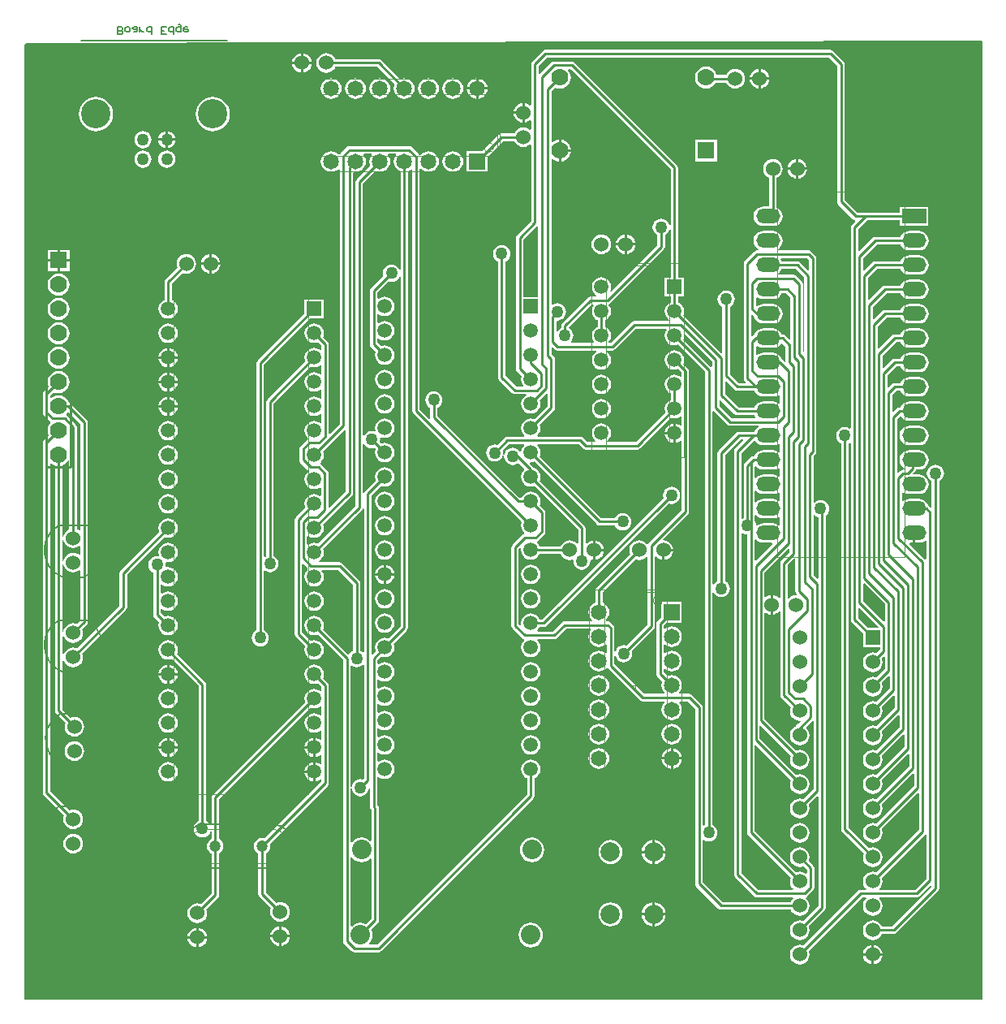
<source format=gtl>
G04 Layer_Physical_Order=1*
G04 Layer_Color=25308*
%FSLAX25Y25*%
%MOIN*%
G70*
G01*
G75*
%ADD10C,0.01000*%
%ADD11C,0.00500*%
%ADD12C,0.00200*%
%ADD13C,0.00600*%
%ADD14C,0.00394*%
%ADD15C,0.00591*%
%ADD16C,0.00197*%
%ADD17C,0.06000*%
%ADD18R,0.06000X0.06000*%
%ADD19C,0.04724*%
%ADD20R,0.05906X0.05906*%
%ADD21C,0.05906*%
%ADD22C,0.07000*%
%ADD23R,0.07000X0.07000*%
%ADD24C,0.07874*%
%ADD25C,0.06500*%
%ADD26R,0.06500X0.06500*%
%ADD27R,0.09843X0.05906*%
%ADD28O,0.09843X0.05906*%
%ADD29R,0.06500X0.06500*%
%ADD30R,0.07000X0.07000*%
%ADD31C,0.12000*%
%ADD32C,0.05000*%
%ADD33C,0.08000*%
G36*
X100701Y492500D02*
X100000Y491799D01*
Y100000D01*
X493701D01*
Y493347D01*
X493347Y493700D01*
X100701Y492500D01*
D02*
G37*
%LPC*%
G36*
X159201Y227487D02*
X160233Y227351D01*
X161194Y226953D01*
X162020Y226319D01*
X162654Y225493D01*
X163052Y224532D01*
X163188Y223500D01*
X163052Y222468D01*
X162654Y221507D01*
X162020Y220681D01*
X161194Y220047D01*
X160233Y219649D01*
X159201Y219513D01*
X158169Y219649D01*
X157207Y220047D01*
X156382Y220681D01*
X155748Y221507D01*
X155350Y222468D01*
X155214Y223500D01*
X155350Y224532D01*
X155748Y225493D01*
X156382Y226319D01*
X157207Y226953D01*
X158169Y227351D01*
X159201Y227487D01*
D02*
G37*
G36*
X308201Y228487D02*
X309233Y228351D01*
X310194Y227953D01*
X311020Y227319D01*
X311653Y226493D01*
X312052Y225532D01*
X312188Y224500D01*
X312052Y223468D01*
X311653Y222507D01*
X311020Y221681D01*
X310194Y221047D01*
X309233Y220649D01*
X308201Y220513D01*
X307169Y220649D01*
X306207Y221047D01*
X305382Y221681D01*
X304748Y222507D01*
X304350Y223468D01*
X304214Y224500D01*
X304350Y225532D01*
X304748Y226493D01*
X305382Y227319D01*
X306207Y227953D01*
X307169Y228351D01*
X308201Y228487D01*
D02*
G37*
G36*
Y218487D02*
X309233Y218351D01*
X310194Y217953D01*
X311020Y217319D01*
X311653Y216493D01*
X312052Y215532D01*
X312188Y214500D01*
X312052Y213468D01*
X311653Y212507D01*
X311020Y211681D01*
X310194Y211047D01*
X309233Y210649D01*
X308201Y210513D01*
X307169Y210649D01*
X306207Y211047D01*
X305382Y211681D01*
X304748Y212507D01*
X304350Y213468D01*
X304214Y214500D01*
X304350Y215532D01*
X304748Y216493D01*
X305382Y217319D01*
X306207Y217953D01*
X307169Y218351D01*
X308201Y218487D01*
D02*
G37*
G36*
X336201Y223287D02*
X337310Y223141D01*
X338344Y222712D01*
X339232Y222031D01*
X339913Y221143D01*
X340341Y220110D01*
X340487Y219000D01*
X340341Y217891D01*
X339913Y216857D01*
X339232Y215969D01*
X338344Y215288D01*
X337310Y214859D01*
X336201Y214713D01*
X335091Y214859D01*
X334057Y215288D01*
X333170Y215969D01*
X332488Y216857D01*
X332060Y217891D01*
X331914Y219000D01*
X332060Y220110D01*
X332488Y221143D01*
X333170Y222031D01*
X334057Y222712D01*
X335091Y223141D01*
X336201Y223287D01*
D02*
G37*
G36*
Y233287D02*
X337310Y233141D01*
X338344Y232712D01*
X339232Y232031D01*
X339913Y231143D01*
X340341Y230110D01*
X340487Y229000D01*
X340341Y227890D01*
X339913Y226857D01*
X339232Y225969D01*
X338344Y225288D01*
X337310Y224859D01*
X336201Y224713D01*
X335091Y224859D01*
X334057Y225288D01*
X333170Y225969D01*
X332488Y226857D01*
X332060Y227890D01*
X331914Y229000D01*
X332060Y230110D01*
X332488Y231143D01*
X333170Y232031D01*
X334057Y232712D01*
X335091Y233141D01*
X336201Y233287D01*
D02*
G37*
G36*
X308201Y238487D02*
X309233Y238351D01*
X310194Y237953D01*
X311020Y237319D01*
X311653Y236493D01*
X312052Y235532D01*
X312188Y234500D01*
X312052Y233468D01*
X311653Y232507D01*
X311020Y231681D01*
X310194Y231047D01*
X309233Y230649D01*
X308201Y230513D01*
X307169Y230649D01*
X306207Y231047D01*
X305382Y231681D01*
X304748Y232507D01*
X304350Y233468D01*
X304214Y234500D01*
X304350Y235532D01*
X304748Y236493D01*
X305382Y237319D01*
X306207Y237953D01*
X307169Y238351D01*
X308201Y238487D01*
D02*
G37*
G36*
X159701Y237421D02*
X160233Y237351D01*
X161194Y236953D01*
X162020Y236319D01*
X162654Y235493D01*
X163052Y234532D01*
X163122Y234000D01*
X159701D01*
Y237421D01*
D02*
G37*
G36*
Y233000D02*
X163122D01*
X163052Y232468D01*
X162654Y231507D01*
X162020Y230681D01*
X161194Y230047D01*
X160233Y229649D01*
X159701Y229579D01*
Y233000D01*
D02*
G37*
G36*
X155280D02*
X158701D01*
Y229579D01*
X158169Y229649D01*
X157207Y230047D01*
X156382Y230681D01*
X155748Y231507D01*
X155350Y232468D01*
X155280Y233000D01*
D02*
G37*
G36*
X308201Y208487D02*
X309233Y208351D01*
X310194Y207953D01*
X311020Y207319D01*
X311653Y206493D01*
X312052Y205532D01*
X312188Y204500D01*
X312052Y203468D01*
X311653Y202507D01*
X311020Y201681D01*
X310194Y201047D01*
X309233Y200649D01*
X308201Y200513D01*
X307169Y200649D01*
X306207Y201047D01*
X305382Y201681D01*
X304748Y202507D01*
X304350Y203468D01*
X304214Y204500D01*
X304350Y205532D01*
X304748Y206493D01*
X305382Y207319D01*
X306207Y207953D01*
X307169Y208351D01*
X308201Y208487D01*
D02*
G37*
G36*
X218701Y207421D02*
Y204000D01*
X215280D01*
X215350Y204532D01*
X215748Y205493D01*
X216382Y206319D01*
X217207Y206953D01*
X218169Y207351D01*
X218701Y207421D01*
D02*
G37*
G36*
X159701Y203000D02*
X163122D01*
X163052Y202468D01*
X162654Y201507D01*
X162020Y200681D01*
X161194Y200047D01*
X160233Y199649D01*
X159701Y199579D01*
Y203000D01*
D02*
G37*
G36*
X155280D02*
X158701D01*
Y199579D01*
X158169Y199649D01*
X157207Y200047D01*
X156382Y200681D01*
X155748Y201507D01*
X155350Y202468D01*
X155280Y203000D01*
D02*
G37*
G36*
X159701Y207421D02*
X160233Y207351D01*
X161194Y206953D01*
X162020Y206319D01*
X162654Y205493D01*
X163052Y204532D01*
X163122Y204000D01*
X159701D01*
Y207421D01*
D02*
G37*
G36*
X336201Y213287D02*
X337310Y213141D01*
X338344Y212712D01*
X339232Y212031D01*
X339913Y211143D01*
X340341Y210109D01*
X340487Y209000D01*
X340341Y207891D01*
X339913Y206857D01*
X339232Y205969D01*
X338344Y205288D01*
X337310Y204859D01*
X336201Y204713D01*
X335091Y204859D01*
X334057Y205288D01*
X333170Y205969D01*
X332488Y206857D01*
X332060Y207891D01*
X331914Y209000D01*
X332060Y210109D01*
X332488Y211143D01*
X333170Y212031D01*
X334057Y212712D01*
X335091Y213141D01*
X336201Y213287D01*
D02*
G37*
G36*
X159201Y217487D02*
X160233Y217351D01*
X161194Y216953D01*
X162020Y216319D01*
X162654Y215493D01*
X163052Y214532D01*
X163188Y213500D01*
X163052Y212468D01*
X162654Y211507D01*
X162020Y210681D01*
X161194Y210047D01*
X160233Y209649D01*
X159201Y209513D01*
X158169Y209649D01*
X157207Y210047D01*
X156382Y210681D01*
X155748Y211507D01*
X155350Y212468D01*
X155214Y213500D01*
X155350Y214532D01*
X155748Y215493D01*
X156382Y216319D01*
X157207Y216953D01*
X158169Y217351D01*
X159201Y217487D01*
D02*
G37*
G36*
X158701Y207421D02*
Y204000D01*
X155280D01*
X155350Y204532D01*
X155748Y205493D01*
X156382Y206319D01*
X157207Y206953D01*
X158169Y207351D01*
X158701Y207421D01*
D02*
G37*
G36*
X366201Y213287D02*
X367310Y213141D01*
X368344Y212712D01*
X369232Y212031D01*
X369913Y211143D01*
X370341Y210109D01*
X370487Y209000D01*
X370341Y207891D01*
X369913Y206857D01*
X369232Y205969D01*
X368344Y205288D01*
X367310Y204859D01*
X366201Y204713D01*
X365091Y204859D01*
X364057Y205288D01*
X363170Y205969D01*
X362488Y206857D01*
X362060Y207891D01*
X361914Y209000D01*
X362060Y210109D01*
X362488Y211143D01*
X363170Y212031D01*
X364057Y212712D01*
X365091Y213141D01*
X366201Y213287D01*
D02*
G37*
G36*
X159701Y347421D02*
X160233Y347351D01*
X161194Y346953D01*
X162020Y346319D01*
X162654Y345493D01*
X163052Y344532D01*
X163122Y344000D01*
X159701D01*
Y347421D01*
D02*
G37*
G36*
X158701D02*
Y344000D01*
X155280D01*
X155350Y344532D01*
X155748Y345493D01*
X156382Y346319D01*
X157207Y346953D01*
X158169Y347351D01*
X158701Y347421D01*
D02*
G37*
G36*
X159701Y343000D02*
X163122D01*
X163052Y342468D01*
X162654Y341507D01*
X162020Y340681D01*
X161194Y340047D01*
X160233Y339649D01*
X159701Y339579D01*
Y343000D01*
D02*
G37*
G36*
X155280D02*
X158701D01*
Y339579D01*
X158169Y339649D01*
X157207Y340047D01*
X156382Y340681D01*
X155748Y341507D01*
X155350Y342468D01*
X155280Y343000D01*
D02*
G37*
G36*
X114201Y358039D02*
X115375Y357884D01*
X116470Y357431D01*
X117410Y356709D01*
X118131Y355769D01*
X118585Y354675D01*
X118740Y353500D01*
X118585Y352325D01*
X118131Y351231D01*
X117410Y350291D01*
X116470Y349569D01*
X115375Y349116D01*
X114201Y348961D01*
X113026Y349116D01*
X112286Y349422D01*
X110730Y347867D01*
Y347139D01*
X111230Y346893D01*
X111931Y347431D01*
X113026Y347884D01*
X114201Y348039D01*
X115375Y347884D01*
X116470Y347431D01*
X117410Y346709D01*
X118131Y345769D01*
X118459Y344978D01*
X118786Y344913D01*
X119282Y344581D01*
X125782Y338081D01*
X126114Y337585D01*
X126230Y337000D01*
Y255000D01*
X126114Y254415D01*
X125782Y253919D01*
X123896Y252032D01*
X124098Y251544D01*
X124235Y250500D01*
X124098Y249456D01*
X123695Y248483D01*
X123054Y247647D01*
X122218Y247006D01*
X121245Y246603D01*
X120201Y246465D01*
X119157Y246603D01*
X118184Y247006D01*
X117348Y247647D01*
X116707Y248483D01*
X116304Y249456D01*
X116230Y250014D01*
X115730Y249982D01*
Y241018D01*
X116230Y240985D01*
X116304Y241544D01*
X116707Y242517D01*
X117348Y243353D01*
X118184Y243994D01*
X119157Y244397D01*
X120201Y244534D01*
X121245Y244397D01*
X121733Y244195D01*
X139271Y261734D01*
Y275100D01*
X139388Y275685D01*
X139719Y276181D01*
X155542Y292004D01*
X155350Y292468D01*
X155214Y293500D01*
X155350Y294532D01*
X155748Y295493D01*
X156382Y296319D01*
X157207Y296953D01*
X158169Y297351D01*
X159201Y297487D01*
X160233Y297351D01*
X161194Y296953D01*
X162020Y296319D01*
X162654Y295493D01*
X163052Y294532D01*
X163188Y293500D01*
X163052Y292468D01*
X162654Y291507D01*
X162020Y290681D01*
X161194Y290047D01*
X160233Y289649D01*
X159201Y289513D01*
X158169Y289649D01*
X157705Y289841D01*
X142330Y274466D01*
Y261100D01*
X142214Y260515D01*
X141882Y260019D01*
X123896Y242032D01*
X124098Y241544D01*
X124235Y240500D01*
X124098Y239456D01*
X123695Y238483D01*
X123054Y237647D01*
X122218Y237006D01*
X121245Y236603D01*
X120201Y236466D01*
X119157Y236603D01*
X118184Y237006D01*
X117348Y237647D01*
X116707Y238483D01*
X116304Y239456D01*
X116230Y240015D01*
X115730Y239982D01*
Y219133D01*
X119169Y215695D01*
X119657Y215897D01*
X120701Y216035D01*
X121745Y215897D01*
X122718Y215494D01*
X123554Y214853D01*
X124195Y214017D01*
X124598Y213044D01*
X124735Y212000D01*
X124598Y210956D01*
X124195Y209983D01*
X123554Y209147D01*
X122718Y208506D01*
X121745Y208103D01*
X120701Y207965D01*
X119657Y208103D01*
X118684Y208506D01*
X117848Y209147D01*
X117207Y209983D01*
X116804Y210956D01*
X116666Y212000D01*
X116804Y213044D01*
X117006Y213532D01*
X113119Y217419D01*
X112788Y217915D01*
X112671Y218500D01*
Y319263D01*
X111931Y319569D01*
X111230Y320107D01*
X110730Y319861D01*
Y185634D01*
X118669Y177695D01*
X119157Y177897D01*
X120201Y178034D01*
X121245Y177897D01*
X122218Y177494D01*
X123054Y176853D01*
X123695Y176017D01*
X124098Y175044D01*
X124235Y174000D01*
X124098Y172956D01*
X123695Y171983D01*
X123054Y171147D01*
X122218Y170506D01*
X121245Y170103D01*
X120201Y169966D01*
X119157Y170103D01*
X118184Y170506D01*
X117348Y171147D01*
X116707Y171983D01*
X116304Y172956D01*
X116166Y174000D01*
X116304Y175044D01*
X116506Y175532D01*
X108119Y183919D01*
X107788Y184415D01*
X107671Y185000D01*
Y328500D01*
X107788Y329085D01*
X108119Y329581D01*
X110123Y331585D01*
X109817Y332325D01*
X109662Y333500D01*
X109817Y334675D01*
X110270Y335769D01*
X110943Y336647D01*
X110946Y336653D01*
X110946Y336915D01*
X110873Y337249D01*
X110619Y337419D01*
X108119Y339919D01*
X107788Y340415D01*
X107768Y340512D01*
X107671Y341000D01*
Y348500D01*
X107788Y349085D01*
X108119Y349581D01*
X110123Y351585D01*
X109817Y352325D01*
X109662Y353500D01*
X109817Y354675D01*
X110270Y355769D01*
X110991Y356709D01*
X111931Y357431D01*
X113026Y357884D01*
X114201Y358039D01*
D02*
G37*
G36*
X159701Y357421D02*
X160233Y357351D01*
X161194Y356953D01*
X162020Y356319D01*
X162654Y355493D01*
X163052Y354532D01*
X163122Y354000D01*
X159701D01*
Y357421D01*
D02*
G37*
G36*
X158701D02*
Y354000D01*
X155280D01*
X155350Y354532D01*
X155748Y355493D01*
X156382Y356319D01*
X157207Y356953D01*
X158169Y357351D01*
X158701Y357421D01*
D02*
G37*
G36*
X159701Y353000D02*
X163122D01*
X163052Y352468D01*
X162654Y351507D01*
X162020Y350681D01*
X161194Y350047D01*
X160233Y349649D01*
X159701Y349579D01*
Y353000D01*
D02*
G37*
G36*
X155280D02*
X158701D01*
Y349579D01*
X158169Y349649D01*
X157207Y350047D01*
X156382Y350681D01*
X155748Y351507D01*
X155350Y352468D01*
X155280Y353000D01*
D02*
G37*
G36*
X219201Y267487D02*
X220233Y267351D01*
X221194Y266953D01*
X222020Y266319D01*
X222654Y265493D01*
X223052Y264532D01*
X223188Y263500D01*
X223052Y262468D01*
X222654Y261507D01*
X222020Y260681D01*
X221194Y260047D01*
X220233Y259649D01*
X219201Y259513D01*
X218169Y259649D01*
X217207Y260047D01*
X216382Y260681D01*
X215748Y261507D01*
X215350Y262468D01*
X215214Y263500D01*
X215350Y264532D01*
X215748Y265493D01*
X216382Y266319D01*
X217207Y266953D01*
X218169Y267351D01*
X219201Y267487D01*
D02*
G37*
G36*
X159201Y287487D02*
X160233Y287351D01*
X161194Y286953D01*
X162020Y286319D01*
X162654Y285493D01*
X163052Y284532D01*
X163188Y283500D01*
X163052Y282468D01*
X162654Y281507D01*
X162020Y280681D01*
X161194Y280047D01*
X160233Y279649D01*
X159201Y279513D01*
X158573Y279596D01*
X158511Y279572D01*
X158146Y279148D01*
X158231Y278500D01*
X158146Y277852D01*
X158511Y277428D01*
X158573Y277404D01*
X159201Y277487D01*
X160233Y277351D01*
X161194Y276953D01*
X162020Y276319D01*
X162654Y275493D01*
X163052Y274532D01*
X163188Y273500D01*
X163052Y272468D01*
X162654Y271507D01*
X162020Y270681D01*
X161194Y270047D01*
X160233Y269649D01*
X159201Y269513D01*
X158169Y269649D01*
X157207Y270047D01*
X156730Y270413D01*
X156230Y270167D01*
Y266833D01*
X156730Y266587D01*
X157207Y266953D01*
X158169Y267351D01*
X159201Y267487D01*
X160233Y267351D01*
X161194Y266953D01*
X162020Y266319D01*
X162654Y265493D01*
X163052Y264532D01*
X163188Y263500D01*
X163052Y262468D01*
X162654Y261507D01*
X162020Y260681D01*
X161194Y260047D01*
X160233Y259649D01*
X159201Y259513D01*
X158169Y259649D01*
X157207Y260047D01*
X156730Y260413D01*
X156230Y260167D01*
Y258633D01*
X157705Y257159D01*
X158169Y257351D01*
X159201Y257487D01*
X160233Y257351D01*
X161194Y256953D01*
X162020Y256319D01*
X162654Y255493D01*
X163052Y254532D01*
X163188Y253500D01*
X163052Y252468D01*
X162654Y251507D01*
X162020Y250681D01*
X161194Y250047D01*
X160233Y249649D01*
X159201Y249513D01*
X158169Y249649D01*
X157207Y250047D01*
X156382Y250681D01*
X155748Y251507D01*
X155350Y252468D01*
X155214Y253500D01*
X155350Y254532D01*
X155542Y254996D01*
X153619Y256919D01*
X153288Y257415D01*
X153171Y258000D01*
Y275345D01*
X152936Y275443D01*
X152205Y276004D01*
X151644Y276735D01*
X151291Y277586D01*
X151171Y278500D01*
X151291Y279414D01*
X151644Y280265D01*
X152205Y280996D01*
X152936Y281557D01*
X153787Y281910D01*
X154701Y282030D01*
X155083Y281980D01*
X155388Y282377D01*
X155350Y282468D01*
X155214Y283500D01*
X155350Y284532D01*
X155748Y285493D01*
X156382Y286319D01*
X157207Y286953D01*
X158169Y287351D01*
X159201Y287487D01*
D02*
G37*
G36*
X158701Y237421D02*
Y234000D01*
X155280D01*
X155350Y234532D01*
X155748Y235493D01*
X156382Y236319D01*
X157207Y236953D01*
X158169Y237351D01*
X158701Y237421D01*
D02*
G37*
G36*
X159201Y247487D02*
X160233Y247351D01*
X161194Y246953D01*
X162020Y246319D01*
X162654Y245493D01*
X163052Y244532D01*
X163188Y243500D01*
X163052Y242468D01*
X162860Y242004D01*
X174382Y230481D01*
X174714Y229985D01*
X174830Y229400D01*
Y173355D01*
X175066Y173257D01*
X175797Y172696D01*
X176358Y171965D01*
X176565Y171465D01*
X177065Y171565D01*
Y182894D01*
X177181Y183479D01*
X177513Y183975D01*
X215542Y222004D01*
X215350Y222468D01*
X215214Y223500D01*
X215350Y224532D01*
X215748Y225493D01*
X216382Y226319D01*
X217207Y226953D01*
X218169Y227351D01*
X219201Y227487D01*
X220233Y227351D01*
X221194Y226953D01*
X221671Y226587D01*
X222171Y226833D01*
Y228366D01*
X220697Y229841D01*
X220233Y229649D01*
X219201Y229513D01*
X218169Y229649D01*
X217207Y230047D01*
X216382Y230681D01*
X215748Y231507D01*
X215350Y232468D01*
X215214Y233500D01*
X215350Y234532D01*
X215748Y235493D01*
X216382Y236319D01*
X217207Y236953D01*
X218169Y237351D01*
X219201Y237487D01*
X220233Y237351D01*
X221194Y236953D01*
X222020Y236319D01*
X222654Y235493D01*
X223052Y234532D01*
X223188Y233500D01*
X223052Y232468D01*
X222860Y232004D01*
X224782Y230081D01*
X225114Y229585D01*
X225230Y229000D01*
Y188894D01*
X225114Y188309D01*
X224782Y187812D01*
X201014Y164044D01*
X201083Y163878D01*
X201198Y163000D01*
X201083Y162122D01*
X200744Y161304D01*
X200205Y160602D01*
X199503Y160063D01*
X199336Y159994D01*
Y144027D01*
X203669Y139695D01*
X204157Y139897D01*
X205201Y140034D01*
X206245Y139897D01*
X207218Y139494D01*
X208054Y138853D01*
X208695Y138017D01*
X209098Y137044D01*
X209235Y136000D01*
X209098Y134956D01*
X208695Y133983D01*
X208054Y133147D01*
X207218Y132506D01*
X206245Y132103D01*
X205201Y131965D01*
X204157Y132103D01*
X203184Y132506D01*
X202348Y133147D01*
X201707Y133983D01*
X201304Y134956D01*
X201166Y136000D01*
X201304Y137044D01*
X201506Y137532D01*
X196725Y142312D01*
X196394Y142808D01*
X196278Y143394D01*
Y159994D01*
X196111Y160063D01*
X195409Y160602D01*
X194870Y161304D01*
X194531Y162122D01*
X194416Y163000D01*
X194531Y163878D01*
X194870Y164696D01*
X195409Y165398D01*
X196111Y165937D01*
X196929Y166276D01*
X197807Y166391D01*
X198685Y166276D01*
X198851Y166207D01*
X222171Y189527D01*
Y190167D01*
X221671Y190413D01*
X221194Y190047D01*
X220233Y189649D01*
X219701Y189579D01*
Y193500D01*
Y197421D01*
X220233Y197351D01*
X221194Y196953D01*
X221671Y196587D01*
X222171Y196833D01*
Y200167D01*
X221671Y200413D01*
X221194Y200047D01*
X220233Y199649D01*
X219701Y199579D01*
Y203500D01*
Y207421D01*
X220233Y207351D01*
X221194Y206953D01*
X221671Y206587D01*
X222171Y206833D01*
Y210167D01*
X221671Y210413D01*
X221194Y210047D01*
X220233Y209649D01*
X219201Y209513D01*
X218169Y209649D01*
X217207Y210047D01*
X216382Y210681D01*
X215748Y211507D01*
X215350Y212468D01*
X215214Y213500D01*
X215350Y214532D01*
X215748Y215493D01*
X216382Y216319D01*
X217207Y216953D01*
X218169Y217351D01*
X219201Y217487D01*
X220233Y217351D01*
X221194Y216953D01*
X221671Y216587D01*
X222171Y216833D01*
Y220167D01*
X221671Y220413D01*
X221194Y220047D01*
X220233Y219649D01*
X219201Y219513D01*
X218169Y219649D01*
X217705Y219841D01*
X180124Y182260D01*
Y166006D01*
X180290Y165937D01*
X180992Y165398D01*
X181531Y164696D01*
X181870Y163878D01*
X181986Y163000D01*
X181870Y162122D01*
X181531Y161304D01*
X180992Y160602D01*
X180290Y160063D01*
X180124Y159994D01*
Y142894D01*
X180007Y142308D01*
X179676Y141812D01*
X174896Y137032D01*
X175098Y136544D01*
X175235Y135500D01*
X175098Y134456D01*
X174695Y133483D01*
X174054Y132647D01*
X173218Y132006D01*
X172245Y131603D01*
X171201Y131465D01*
X170157Y131603D01*
X169184Y132006D01*
X168348Y132647D01*
X167707Y133483D01*
X167304Y134456D01*
X167166Y135500D01*
X167304Y136544D01*
X167707Y137517D01*
X168348Y138353D01*
X169184Y138994D01*
X170157Y139397D01*
X171201Y139534D01*
X172245Y139397D01*
X172733Y139195D01*
X177065Y143527D01*
Y159994D01*
X176899Y160063D01*
X176196Y160602D01*
X175657Y161304D01*
X175319Y162122D01*
X175203Y163000D01*
X175319Y163878D01*
X175657Y164696D01*
X176196Y165398D01*
X176899Y165937D01*
X177065Y166006D01*
Y168835D01*
X176565Y168935D01*
X176358Y168435D01*
X175797Y167704D01*
X175066Y167143D01*
X174214Y166790D01*
X173301Y166670D01*
X172387Y166790D01*
X171536Y167143D01*
X170805Y167704D01*
X170244Y168435D01*
X169891Y169286D01*
X169771Y170200D01*
X169891Y171114D01*
X170244Y171965D01*
X170805Y172696D01*
X171536Y173257D01*
X171771Y173355D01*
Y228766D01*
X160697Y239841D01*
X160233Y239649D01*
X159201Y239513D01*
X158169Y239649D01*
X157207Y240047D01*
X156382Y240681D01*
X155748Y241507D01*
X155350Y242468D01*
X155214Y243500D01*
X155350Y244532D01*
X155748Y245493D01*
X156382Y246319D01*
X157207Y246953D01*
X158169Y247351D01*
X159201Y247487D01*
D02*
G37*
G36*
Y307487D02*
X160233Y307351D01*
X161194Y306953D01*
X162020Y306319D01*
X162654Y305493D01*
X163052Y304532D01*
X163188Y303500D01*
X163052Y302468D01*
X162654Y301507D01*
X162020Y300681D01*
X161194Y300047D01*
X160233Y299649D01*
X159201Y299513D01*
X158169Y299649D01*
X157207Y300047D01*
X156382Y300681D01*
X155748Y301507D01*
X155350Y302468D01*
X155214Y303500D01*
X155350Y304532D01*
X155748Y305493D01*
X156382Y306319D01*
X157207Y306953D01*
X158169Y307351D01*
X159201Y307487D01*
D02*
G37*
G36*
X463732Y335487D02*
X467669D01*
X468701Y335351D01*
X469663Y334953D01*
X470488Y334319D01*
X471122Y333493D01*
X471520Y332532D01*
X471656Y331500D01*
X471520Y330468D01*
X471122Y329507D01*
X470488Y328681D01*
X469663Y328047D01*
X468701Y327649D01*
X467669Y327513D01*
X463732D01*
X462700Y327649D01*
X461739Y328047D01*
X460913Y328681D01*
X460280Y329507D01*
X459881Y330468D01*
X459745Y331500D01*
X459881Y332532D01*
X460280Y333493D01*
X460913Y334319D01*
X461739Y334953D01*
X462700Y335351D01*
X463732Y335487D01*
D02*
G37*
G36*
X159201Y337487D02*
X160233Y337351D01*
X161194Y336953D01*
X162020Y336319D01*
X162654Y335493D01*
X163052Y334532D01*
X163188Y333500D01*
X163052Y332468D01*
X162654Y331507D01*
X162020Y330681D01*
X161194Y330047D01*
X160233Y329649D01*
X159201Y329513D01*
X158169Y329649D01*
X157207Y330047D01*
X156382Y330681D01*
X155748Y331507D01*
X155350Y332468D01*
X155214Y333500D01*
X155350Y334532D01*
X155748Y335493D01*
X156382Y336319D01*
X157207Y336953D01*
X158169Y337351D01*
X159201Y337487D01*
D02*
G37*
G36*
Y317487D02*
X160233Y317351D01*
X161194Y316953D01*
X162020Y316319D01*
X162654Y315493D01*
X163052Y314532D01*
X163188Y313500D01*
X163052Y312468D01*
X162654Y311507D01*
X162020Y310681D01*
X161194Y310047D01*
X160233Y309649D01*
X159201Y309513D01*
X158169Y309649D01*
X157207Y310047D01*
X156382Y310681D01*
X155748Y311507D01*
X155350Y312468D01*
X155214Y313500D01*
X155350Y314532D01*
X155748Y315493D01*
X156382Y316319D01*
X157207Y316953D01*
X158169Y317351D01*
X159201Y317487D01*
D02*
G37*
G36*
Y327487D02*
X160233Y327351D01*
X161194Y326953D01*
X162020Y326319D01*
X162654Y325493D01*
X163052Y324532D01*
X163188Y323500D01*
X163052Y322468D01*
X162654Y321507D01*
X162020Y320681D01*
X161194Y320047D01*
X160233Y319649D01*
X159201Y319513D01*
X158169Y319649D01*
X157207Y320047D01*
X156382Y320681D01*
X155748Y321507D01*
X155350Y322468D01*
X155214Y323500D01*
X155350Y324532D01*
X155748Y325493D01*
X156382Y326319D01*
X157207Y326953D01*
X158169Y327351D01*
X159201Y327487D01*
D02*
G37*
G36*
X205701Y129969D02*
X206245Y129897D01*
X207218Y129494D01*
X208054Y128853D01*
X208695Y128017D01*
X209098Y127044D01*
X209170Y126500D01*
X205701D01*
Y129969D01*
D02*
G37*
G36*
X204701D02*
Y126500D01*
X201232D01*
X201304Y127044D01*
X201707Y128017D01*
X202348Y128853D01*
X203184Y129494D01*
X204157Y129897D01*
X204701Y129969D01*
D02*
G37*
G36*
X171701Y129469D02*
X172245Y129397D01*
X173218Y128994D01*
X174054Y128353D01*
X174695Y127517D01*
X175098Y126544D01*
X175170Y126000D01*
X171701D01*
Y129469D01*
D02*
G37*
G36*
X170701D02*
Y126000D01*
X167232D01*
X167304Y126544D01*
X167707Y127517D01*
X168348Y128353D01*
X169184Y128994D01*
X170157Y129397D01*
X170701Y129469D01*
D02*
G37*
G36*
X340984Y139980D02*
X342273Y139810D01*
X343474Y139313D01*
X344505Y138521D01*
X345297Y137490D01*
X345794Y136289D01*
X345964Y135000D01*
X345794Y133711D01*
X345297Y132510D01*
X344505Y131479D01*
X343474Y130687D01*
X342273Y130190D01*
X340984Y130020D01*
X339695Y130190D01*
X338494Y130687D01*
X337463Y131479D01*
X336672Y132510D01*
X336174Y133711D01*
X336005Y135000D01*
X336174Y136289D01*
X336672Y137490D01*
X337463Y138521D01*
X338494Y139313D01*
X339695Y139810D01*
X340984Y139980D01*
D02*
G37*
G36*
X359201Y139914D02*
X359990Y139810D01*
X361191Y139313D01*
X362222Y138521D01*
X363013Y137490D01*
X363511Y136289D01*
X363615Y135500D01*
X359201D01*
Y139914D01*
D02*
G37*
G36*
X358201D02*
Y135500D01*
X353787D01*
X353891Y136289D01*
X354388Y137490D01*
X355180Y138521D01*
X356211Y139313D01*
X357412Y139810D01*
X358201Y139914D01*
D02*
G37*
G36*
X359201Y134500D02*
X363615D01*
X363511Y133711D01*
X363013Y132510D01*
X362222Y131479D01*
X361191Y130687D01*
X359990Y130190D01*
X359201Y130086D01*
Y134500D01*
D02*
G37*
G36*
X353787D02*
X358201D01*
Y130086D01*
X357412Y130190D01*
X356211Y130687D01*
X355180Y131479D01*
X354388Y132510D01*
X353891Y133711D01*
X353787Y134500D01*
D02*
G37*
G36*
X449201Y122469D02*
X449745Y122397D01*
X450718Y121994D01*
X451554Y121353D01*
X452195Y120517D01*
X452598Y119544D01*
X452669Y119000D01*
X449201D01*
Y122469D01*
D02*
G37*
G36*
X448201D02*
Y119000D01*
X444732D01*
X444804Y119544D01*
X445207Y120517D01*
X445848Y121353D01*
X446684Y121994D01*
X447657Y122397D01*
X448201Y122469D01*
D02*
G37*
G36*
X449201Y118000D02*
X452669D01*
X452598Y117456D01*
X452195Y116483D01*
X451554Y115647D01*
X450718Y115006D01*
X449745Y114603D01*
X449201Y114531D01*
Y118000D01*
D02*
G37*
G36*
X444732D02*
X448201D01*
Y114531D01*
X447657Y114603D01*
X446684Y115006D01*
X445848Y115647D01*
X445207Y116483D01*
X444804Y117456D01*
X444732Y118000D01*
D02*
G37*
G36*
X308201Y131543D02*
X309506Y131371D01*
X310723Y130868D01*
X311767Y130066D01*
X312569Y129022D01*
X313072Y127805D01*
X313244Y126500D01*
X313072Y125195D01*
X312569Y123978D01*
X311767Y122934D01*
X310723Y122133D01*
X309506Y121629D01*
X308201Y121457D01*
X306896Y121629D01*
X305680Y122133D01*
X304635Y122934D01*
X303834Y123978D01*
X303330Y125195D01*
X303158Y126500D01*
X303330Y127805D01*
X303834Y129022D01*
X304635Y130066D01*
X305680Y130868D01*
X306896Y131371D01*
X308201Y131543D01*
D02*
G37*
G36*
X205701Y125500D02*
X209170D01*
X209098Y124956D01*
X208695Y123983D01*
X208054Y123147D01*
X207218Y122506D01*
X206245Y122103D01*
X205701Y122031D01*
Y125500D01*
D02*
G37*
G36*
X201232D02*
X204701D01*
Y122031D01*
X204157Y122103D01*
X203184Y122506D01*
X202348Y123147D01*
X201707Y123983D01*
X201304Y124956D01*
X201232Y125500D01*
D02*
G37*
G36*
X171701Y125000D02*
X175170D01*
X175098Y124456D01*
X174695Y123483D01*
X174054Y122647D01*
X173218Y122006D01*
X172245Y121603D01*
X171701Y121531D01*
Y125000D01*
D02*
G37*
G36*
X167232D02*
X170701D01*
Y121531D01*
X170157Y121603D01*
X169184Y122006D01*
X168348Y122647D01*
X167707Y123483D01*
X167304Y124456D01*
X167232Y125000D01*
D02*
G37*
G36*
X336201Y203287D02*
X337310Y203141D01*
X338344Y202712D01*
X339232Y202031D01*
X339913Y201143D01*
X340341Y200110D01*
X340487Y199000D01*
X340341Y197890D01*
X339913Y196857D01*
X339232Y195969D01*
X338344Y195288D01*
X337310Y194859D01*
X336201Y194713D01*
X335091Y194859D01*
X334057Y195288D01*
X333170Y195969D01*
X332488Y196857D01*
X332060Y197890D01*
X331914Y199000D01*
X332060Y200110D01*
X332488Y201143D01*
X333170Y202031D01*
X334057Y202712D01*
X335091Y203141D01*
X336201Y203287D01*
D02*
G37*
G36*
X366701Y198500D02*
X370422D01*
X370341Y197890D01*
X369913Y196857D01*
X369232Y195969D01*
X368344Y195288D01*
X367310Y194859D01*
X366701Y194779D01*
Y198500D01*
D02*
G37*
G36*
X215280Y193000D02*
X218701D01*
Y189579D01*
X218169Y189649D01*
X217207Y190047D01*
X216382Y190681D01*
X215748Y191507D01*
X215350Y192468D01*
X215280Y193000D01*
D02*
G37*
G36*
X218701Y197421D02*
Y194000D01*
X215280D01*
X215350Y194532D01*
X215748Y195493D01*
X216382Y196319D01*
X217207Y196953D01*
X218169Y197351D01*
X218701Y197421D01*
D02*
G37*
G36*
X361980Y198500D02*
X365701D01*
Y194779D01*
X365091Y194859D01*
X364057Y195288D01*
X363170Y195969D01*
X362488Y196857D01*
X362060Y197890D01*
X361980Y198500D01*
D02*
G37*
G36*
X365701Y203221D02*
Y199500D01*
X361980D01*
X362060Y200110D01*
X362488Y201143D01*
X363170Y202031D01*
X364057Y202712D01*
X365091Y203141D01*
X365701Y203221D01*
D02*
G37*
G36*
X215280Y203000D02*
X218701D01*
Y199579D01*
X218169Y199649D01*
X217207Y200047D01*
X216382Y200681D01*
X215748Y201507D01*
X215350Y202468D01*
X215280Y203000D01*
D02*
G37*
G36*
X120701Y206034D02*
X121745Y205897D01*
X122718Y205494D01*
X123554Y204853D01*
X124195Y204017D01*
X124598Y203044D01*
X124735Y202000D01*
X124598Y200956D01*
X124195Y199983D01*
X123554Y199147D01*
X122718Y198506D01*
X121745Y198103D01*
X120701Y197966D01*
X119657Y198103D01*
X118684Y198506D01*
X117848Y199147D01*
X117207Y199983D01*
X116804Y200956D01*
X116666Y202000D01*
X116804Y203044D01*
X117207Y204017D01*
X117848Y204853D01*
X118684Y205494D01*
X119657Y205897D01*
X120701Y206034D01*
D02*
G37*
G36*
X366701Y203221D02*
X367310Y203141D01*
X368344Y202712D01*
X369232Y202031D01*
X369913Y201143D01*
X370341Y200110D01*
X370422Y199500D01*
X366701D01*
Y203221D01*
D02*
G37*
G36*
X353787Y160091D02*
X358201D01*
Y155677D01*
X357412Y155781D01*
X356211Y156278D01*
X355180Y157070D01*
X354388Y158101D01*
X353891Y159302D01*
X353787Y160091D01*
D02*
G37*
G36*
X308701Y166543D02*
X310006Y166371D01*
X311223Y165867D01*
X312267Y165066D01*
X313069Y164022D01*
X313573Y162805D01*
X313744Y161500D01*
X313573Y160195D01*
X313069Y158978D01*
X312267Y157934D01*
X311223Y157132D01*
X310006Y156629D01*
X308701Y156457D01*
X307396Y156629D01*
X306180Y157132D01*
X305135Y157934D01*
X304334Y158978D01*
X303830Y160195D01*
X303658Y161500D01*
X303830Y162805D01*
X304334Y164022D01*
X305135Y165066D01*
X306180Y165867D01*
X307396Y166371D01*
X308701Y166543D01*
D02*
G37*
G36*
X340984Y165570D02*
X342273Y165401D01*
X343474Y164903D01*
X344505Y164112D01*
X345297Y163080D01*
X345794Y161879D01*
X345964Y160591D01*
X345794Y159302D01*
X345297Y158101D01*
X344505Y157070D01*
X343474Y156278D01*
X342273Y155781D01*
X340984Y155611D01*
X339695Y155781D01*
X338494Y156278D01*
X337463Y157070D01*
X336672Y158101D01*
X336174Y159302D01*
X336005Y160591D01*
X336174Y161879D01*
X336672Y163080D01*
X337463Y164112D01*
X338494Y164903D01*
X339695Y165401D01*
X340984Y165570D01*
D02*
G37*
G36*
X359201Y160091D02*
X363615D01*
X363511Y159302D01*
X363013Y158101D01*
X362222Y157070D01*
X361191Y156278D01*
X359990Y155781D01*
X359201Y155677D01*
Y160091D01*
D02*
G37*
G36*
X120201Y168035D02*
X121245Y167897D01*
X122218Y167494D01*
X123054Y166853D01*
X123695Y166017D01*
X124098Y165044D01*
X124235Y164000D01*
X124098Y162956D01*
X123695Y161983D01*
X123054Y161147D01*
X122218Y160506D01*
X121245Y160103D01*
X120201Y159966D01*
X119157Y160103D01*
X118184Y160506D01*
X117348Y161147D01*
X116707Y161983D01*
X116304Y162956D01*
X116166Y164000D01*
X116304Y165044D01*
X116707Y166017D01*
X117348Y166853D01*
X118184Y167494D01*
X119157Y167897D01*
X120201Y168035D01*
D02*
G37*
G36*
X418701Y172535D02*
X419745Y172397D01*
X420718Y171994D01*
X421554Y171353D01*
X422195Y170517D01*
X422598Y169544D01*
X422735Y168500D01*
X422598Y167456D01*
X422195Y166483D01*
X421554Y165647D01*
X420718Y165006D01*
X419745Y164603D01*
X418701Y164465D01*
X417657Y164603D01*
X416683Y165006D01*
X415848Y165647D01*
X415207Y166483D01*
X414804Y167456D01*
X414666Y168500D01*
X414804Y169544D01*
X415207Y170517D01*
X415848Y171353D01*
X416683Y171994D01*
X417657Y172397D01*
X418701Y172535D01*
D02*
G37*
G36*
X159201Y197487D02*
X160233Y197351D01*
X161194Y196953D01*
X162020Y196319D01*
X162654Y195493D01*
X163052Y194532D01*
X163188Y193500D01*
X163052Y192468D01*
X162654Y191507D01*
X162020Y190681D01*
X161194Y190047D01*
X160233Y189649D01*
X159201Y189513D01*
X158169Y189649D01*
X157207Y190047D01*
X156382Y190681D01*
X155748Y191507D01*
X155350Y192468D01*
X155214Y193500D01*
X155350Y194532D01*
X155748Y195493D01*
X156382Y196319D01*
X157207Y196953D01*
X158169Y197351D01*
X159201Y197487D01*
D02*
G37*
G36*
X359201Y165504D02*
X359990Y165401D01*
X361191Y164903D01*
X362222Y164112D01*
X363013Y163080D01*
X363511Y161879D01*
X363615Y161091D01*
X359201D01*
Y165504D01*
D02*
G37*
G36*
X358201D02*
Y161091D01*
X353787D01*
X353891Y161879D01*
X354388Y163080D01*
X355180Y164112D01*
X356211Y164903D01*
X357412Y165401D01*
X358201Y165504D01*
D02*
G37*
G36*
X114201Y368039D02*
X115375Y367884D01*
X116470Y367431D01*
X117410Y366709D01*
X118131Y365769D01*
X118585Y364675D01*
X118740Y363500D01*
X118585Y362325D01*
X118131Y361231D01*
X117410Y360291D01*
X116470Y359569D01*
X115375Y359116D01*
X114201Y358961D01*
X113026Y359116D01*
X111931Y359569D01*
X110991Y360291D01*
X110270Y361231D01*
X109817Y362325D01*
X109662Y363500D01*
X109817Y364675D01*
X110270Y365769D01*
X110991Y366709D01*
X111931Y367431D01*
X113026Y367884D01*
X114201Y368039D01*
D02*
G37*
G36*
X418201Y444969D02*
X418745Y444897D01*
X419718Y444494D01*
X420554Y443853D01*
X421195Y443017D01*
X421598Y442044D01*
X421669Y441500D01*
X418201D01*
Y444969D01*
D02*
G37*
G36*
X417201D02*
Y441500D01*
X413732D01*
X413804Y442044D01*
X414207Y443017D01*
X414848Y443853D01*
X415684Y444494D01*
X416657Y444897D01*
X417201Y444969D01*
D02*
G37*
G36*
X148901Y448530D02*
X149814Y448410D01*
X150666Y448057D01*
X151397Y447496D01*
X151958Y446765D01*
X152311Y445914D01*
X152431Y445000D01*
X152311Y444086D01*
X151958Y443235D01*
X151397Y442504D01*
X150666Y441943D01*
X149814Y441590D01*
X148901Y441470D01*
X147987Y441590D01*
X147136Y441943D01*
X146405Y442504D01*
X145844Y443235D01*
X145491Y444086D01*
X145371Y445000D01*
X145491Y445914D01*
X145844Y446765D01*
X146405Y447496D01*
X147136Y448057D01*
X147987Y448410D01*
X148901Y448530D01*
D02*
G37*
G36*
X276201Y448287D02*
X277310Y448141D01*
X278344Y447712D01*
X279232Y447031D01*
X279913Y446143D01*
X280341Y445110D01*
X280487Y444000D01*
X280341Y442891D01*
X279913Y441857D01*
X279232Y440969D01*
X278344Y440288D01*
X277310Y439859D01*
X276201Y439713D01*
X275091Y439859D01*
X274057Y440288D01*
X273170Y440969D01*
X272488Y441857D01*
X272060Y442891D01*
X271914Y444000D01*
X272060Y445110D01*
X272488Y446143D01*
X273170Y447031D01*
X274057Y447712D01*
X275091Y448141D01*
X276201Y448287D01*
D02*
G37*
G36*
X158701Y448530D02*
X159615Y448410D01*
X160466Y448057D01*
X161197Y447496D01*
X161758Y446765D01*
X162111Y445914D01*
X162231Y445000D01*
X162111Y444086D01*
X161758Y443235D01*
X161197Y442504D01*
X160466Y441943D01*
X159615Y441590D01*
X158701Y441470D01*
X157787Y441590D01*
X156936Y441943D01*
X156204Y442504D01*
X155643Y443235D01*
X155291Y444086D01*
X155171Y445000D01*
X155291Y445914D01*
X155643Y446765D01*
X156204Y447496D01*
X156936Y448057D01*
X157787Y448410D01*
X158701Y448530D01*
D02*
G37*
G36*
X375701Y453000D02*
X384701D01*
Y444000D01*
X375701D01*
Y453000D01*
D02*
G37*
G36*
X159201Y456464D02*
X159615Y456410D01*
X160466Y456057D01*
X161197Y455496D01*
X161758Y454765D01*
X162111Y453914D01*
X162165Y453500D01*
X159201D01*
Y456464D01*
D02*
G37*
G36*
X158201D02*
Y453500D01*
X155236D01*
X155291Y453914D01*
X155643Y454765D01*
X156204Y455496D01*
X156936Y456057D01*
X157787Y456410D01*
X158201Y456464D01*
D02*
G37*
G36*
X155236Y452500D02*
X158201D01*
Y449536D01*
X157787Y449590D01*
X156936Y449943D01*
X156204Y450504D01*
X155643Y451235D01*
X155291Y452086D01*
X155236Y452500D01*
D02*
G37*
G36*
X148901Y456530D02*
X149814Y456410D01*
X150666Y456057D01*
X151397Y455496D01*
X151958Y454765D01*
X152311Y453914D01*
X152431Y453000D01*
X152311Y452086D01*
X151958Y451235D01*
X151397Y450504D01*
X150666Y449943D01*
X149814Y449590D01*
X148901Y449470D01*
X147987Y449590D01*
X147136Y449943D01*
X146405Y450504D01*
X145844Y451235D01*
X145491Y452086D01*
X145371Y453000D01*
X145491Y453914D01*
X145844Y454765D01*
X146405Y455496D01*
X147136Y456057D01*
X147987Y456410D01*
X148901Y456530D01*
D02*
G37*
G36*
X159201Y452500D02*
X162165D01*
X162111Y452086D01*
X161758Y451235D01*
X161197Y450504D01*
X160466Y449943D01*
X159615Y449590D01*
X159201Y449536D01*
Y452500D01*
D02*
G37*
G36*
X413732Y440500D02*
X417201D01*
Y437031D01*
X416657Y437103D01*
X415684Y437506D01*
X414848Y438147D01*
X414207Y438983D01*
X413804Y439956D01*
X413732Y440500D01*
D02*
G37*
G36*
X114701Y403000D02*
X118701D01*
Y399000D01*
X114701D01*
Y403000D01*
D02*
G37*
G36*
X109701D02*
X113701D01*
Y399000D01*
X109701D01*
Y403000D01*
D02*
G37*
G36*
X172732Y401500D02*
X176201D01*
Y398031D01*
X175657Y398103D01*
X174683Y398506D01*
X173848Y399147D01*
X173207Y399983D01*
X172804Y400956D01*
X172732Y401500D01*
D02*
G37*
G36*
X114201Y398039D02*
X115375Y397884D01*
X116470Y397431D01*
X117410Y396709D01*
X118131Y395769D01*
X118585Y394675D01*
X118740Y393500D01*
X118585Y392325D01*
X118131Y391231D01*
X117410Y390291D01*
X116470Y389569D01*
X115375Y389116D01*
X114201Y388961D01*
X113026Y389116D01*
X111931Y389569D01*
X110991Y390291D01*
X110270Y391231D01*
X109817Y392325D01*
X109662Y393500D01*
X109817Y394675D01*
X110270Y395769D01*
X110991Y396709D01*
X111931Y397431D01*
X113026Y397884D01*
X114201Y398039D01*
D02*
G37*
G36*
X177201Y401500D02*
X180669D01*
X180598Y400956D01*
X180195Y399983D01*
X179554Y399147D01*
X178718Y398506D01*
X177745Y398103D01*
X177201Y398031D01*
Y401500D01*
D02*
G37*
G36*
Y405969D02*
X177745Y405897D01*
X178718Y405494D01*
X179554Y404853D01*
X180195Y404017D01*
X180598Y403044D01*
X180669Y402500D01*
X177201D01*
Y405969D01*
D02*
G37*
G36*
X407701Y445035D02*
X408745Y444897D01*
X409718Y444494D01*
X410554Y443853D01*
X411195Y443017D01*
X411598Y442044D01*
X411735Y441000D01*
X411598Y439956D01*
X411195Y438983D01*
X410554Y438147D01*
X409718Y437506D01*
X409230Y437304D01*
Y425132D01*
X409663Y424953D01*
X410488Y424319D01*
X411122Y423493D01*
X411520Y422532D01*
X411656Y421500D01*
X411520Y420468D01*
X411122Y419507D01*
X410488Y418681D01*
X409663Y418047D01*
X408701Y417649D01*
X407669Y417513D01*
X403732D01*
X402700Y417649D01*
X401739Y418047D01*
X400913Y418681D01*
X400280Y419507D01*
X399881Y420468D01*
X399745Y421500D01*
X399881Y422532D01*
X400280Y423493D01*
X400913Y424319D01*
X401739Y424953D01*
X402700Y425351D01*
X403732Y425487D01*
X406171D01*
Y437304D01*
X405684Y437506D01*
X404848Y438147D01*
X404207Y438983D01*
X403804Y439956D01*
X403666Y441000D01*
X403804Y442044D01*
X404207Y443017D01*
X404848Y443853D01*
X405684Y444494D01*
X406657Y444897D01*
X407701Y445035D01*
D02*
G37*
G36*
X418201Y440500D02*
X421669D01*
X421598Y439956D01*
X421195Y438983D01*
X420554Y438147D01*
X419718Y437506D01*
X418745Y437103D01*
X418201Y437031D01*
Y440500D01*
D02*
G37*
G36*
X109701Y408000D02*
X113701D01*
Y404000D01*
X109701D01*
Y408000D01*
D02*
G37*
G36*
X176201Y405969D02*
Y402500D01*
X172732D01*
X172804Y403044D01*
X173207Y404017D01*
X173848Y404853D01*
X174683Y405494D01*
X175657Y405897D01*
X176201Y405969D01*
D02*
G37*
G36*
X114701Y408000D02*
X118701D01*
Y404000D01*
X114701D01*
Y408000D01*
D02*
G37*
G36*
X177601Y470534D02*
X178973Y470399D01*
X180292Y469998D01*
X181509Y469348D01*
X182574Y468474D01*
X183449Y467408D01*
X184099Y466192D01*
X184500Y464872D01*
X184635Y463500D01*
X184500Y462128D01*
X184099Y460808D01*
X183449Y459592D01*
X182574Y458526D01*
X181509Y457652D01*
X180292Y457002D01*
X178973Y456601D01*
X177601Y456466D01*
X176228Y456601D01*
X174909Y457002D01*
X173693Y457652D01*
X172627Y458526D01*
X171752Y459592D01*
X171102Y460808D01*
X170702Y462128D01*
X170567Y463500D01*
X170702Y464872D01*
X171102Y466192D01*
X171752Y467408D01*
X172627Y468474D01*
X173693Y469348D01*
X174909Y469998D01*
X176228Y470399D01*
X177601Y470534D01*
D02*
G37*
G36*
X401701Y481969D02*
Y478500D01*
X398232D01*
X398304Y479044D01*
X398707Y480017D01*
X399348Y480853D01*
X400183Y481494D01*
X401157Y481897D01*
X401701Y481969D01*
D02*
G37*
G36*
X380201Y483039D02*
X381376Y482884D01*
X382470Y482431D01*
X383410Y481709D01*
X384132Y480769D01*
X384585Y479675D01*
X384604Y479529D01*
X388505D01*
X388707Y480017D01*
X389348Y480853D01*
X390183Y481494D01*
X391157Y481897D01*
X392201Y482034D01*
X393245Y481897D01*
X394218Y481494D01*
X395054Y480853D01*
X395695Y480017D01*
X396098Y479044D01*
X396235Y478000D01*
X396098Y476956D01*
X395695Y475983D01*
X395054Y475147D01*
X394218Y474506D01*
X393245Y474103D01*
X392201Y473966D01*
X391157Y474103D01*
X390183Y474506D01*
X389348Y475147D01*
X388707Y475983D01*
X388505Y476471D01*
X384231D01*
X384132Y476231D01*
X383410Y475291D01*
X382470Y474569D01*
X381376Y474116D01*
X380201Y473961D01*
X379026Y474116D01*
X377931Y474569D01*
X376991Y475291D01*
X376270Y476231D01*
X375817Y477325D01*
X375662Y478500D01*
X375817Y479675D01*
X376270Y480769D01*
X376991Y481709D01*
X377931Y482431D01*
X379026Y482884D01*
X380201Y483039D01*
D02*
G37*
G36*
X402701Y481969D02*
X403245Y481897D01*
X404218Y481494D01*
X405054Y480853D01*
X405695Y480017D01*
X406098Y479044D01*
X406170Y478500D01*
X402701D01*
Y481969D01*
D02*
G37*
G36*
X286701Y478221D02*
X287310Y478141D01*
X288344Y477712D01*
X289232Y477031D01*
X289913Y476143D01*
X290341Y475109D01*
X290422Y474500D01*
X286701D01*
Y478221D01*
D02*
G37*
G36*
X285701D02*
Y474500D01*
X281980D01*
X282060Y475109D01*
X282488Y476143D01*
X283170Y477031D01*
X284057Y477712D01*
X285091Y478141D01*
X285701Y478221D01*
D02*
G37*
G36*
X314201Y489829D02*
X431401D01*
X431986Y489713D01*
X432482Y489381D01*
X436782Y485081D01*
X437114Y484585D01*
X437230Y484000D01*
Y428133D01*
X442334Y423029D01*
X459780D01*
Y425453D01*
X471622D01*
Y417547D01*
X459780D01*
Y419971D01*
X446434D01*
X442809Y416345D01*
Y407424D01*
X443270Y407233D01*
X448619Y412581D01*
X449116Y412913D01*
X449701Y413029D01*
X460087D01*
X460280Y413493D01*
X460913Y414319D01*
X461739Y414953D01*
X462700Y415351D01*
X463732Y415487D01*
X467669D01*
X468701Y415351D01*
X469663Y414953D01*
X470488Y414319D01*
X471122Y413493D01*
X471520Y412532D01*
X471656Y411500D01*
X471520Y410468D01*
X471122Y409507D01*
X470488Y408681D01*
X469663Y408047D01*
X468701Y407649D01*
X467669Y407513D01*
X463732D01*
X462700Y407649D01*
X461739Y408047D01*
X460913Y408681D01*
X460280Y409507D01*
X460087Y409971D01*
X450334D01*
X444809Y404445D01*
Y399424D01*
X445270Y399233D01*
X448619Y402581D01*
X449116Y402913D01*
X449701Y403029D01*
X460087D01*
X460280Y403493D01*
X460913Y404319D01*
X461739Y404953D01*
X462700Y405351D01*
X463732Y405487D01*
X467669D01*
X468701Y405351D01*
X469663Y404953D01*
X470488Y404319D01*
X471122Y403493D01*
X471520Y402532D01*
X471656Y401500D01*
X471520Y400468D01*
X471122Y399507D01*
X470488Y398681D01*
X469663Y398047D01*
X468701Y397649D01*
X467669Y397513D01*
X463732D01*
X462700Y397649D01*
X461739Y398047D01*
X460913Y398681D01*
X460280Y399507D01*
X460087Y399971D01*
X450334D01*
X446809Y396445D01*
Y387424D01*
X447270Y387233D01*
X452619Y392581D01*
X453116Y392913D01*
X453701Y393029D01*
X460087D01*
X460280Y393493D01*
X460913Y394319D01*
X461739Y394953D01*
X462700Y395351D01*
X463732Y395487D01*
X467669D01*
X468701Y395351D01*
X469663Y394953D01*
X470488Y394319D01*
X471122Y393493D01*
X471520Y392532D01*
X471656Y391500D01*
X471520Y390468D01*
X471122Y389507D01*
X470488Y388681D01*
X469663Y388047D01*
X468701Y387649D01*
X467669Y387513D01*
X463732D01*
X462700Y387649D01*
X461739Y388047D01*
X460913Y388681D01*
X460280Y389507D01*
X460087Y389971D01*
X454334D01*
X448809Y384445D01*
Y379424D01*
X449270Y379233D01*
X452619Y382581D01*
X453116Y382913D01*
X453701Y383029D01*
X460087D01*
X460280Y383493D01*
X460913Y384319D01*
X461739Y384953D01*
X462700Y385351D01*
X463732Y385487D01*
X467669D01*
X468701Y385351D01*
X469663Y384953D01*
X470488Y384319D01*
X471122Y383493D01*
X471520Y382532D01*
X471656Y381500D01*
X471520Y380468D01*
X471122Y379507D01*
X470488Y378681D01*
X469663Y378047D01*
X468701Y377649D01*
X467669Y377513D01*
X463732D01*
X462700Y377649D01*
X461739Y378047D01*
X460913Y378681D01*
X460280Y379507D01*
X460087Y379971D01*
X454334D01*
X450809Y376445D01*
Y367424D01*
X451270Y367233D01*
X456619Y372581D01*
X457116Y372913D01*
X457701Y373029D01*
X460087D01*
X460280Y373493D01*
X460913Y374319D01*
X461739Y374953D01*
X462700Y375351D01*
X463732Y375487D01*
X467669D01*
X468701Y375351D01*
X469663Y374953D01*
X470488Y374319D01*
X471122Y373493D01*
X471520Y372532D01*
X471656Y371500D01*
X471520Y370468D01*
X471122Y369507D01*
X470488Y368681D01*
X469663Y368047D01*
X468701Y367649D01*
X467669Y367513D01*
X463732D01*
X462700Y367649D01*
X461739Y368047D01*
X460913Y368681D01*
X460280Y369507D01*
X460087Y369971D01*
X458334D01*
X452809Y364445D01*
Y359424D01*
X453270Y359233D01*
X456619Y362581D01*
X457116Y362913D01*
X457701Y363029D01*
X460087D01*
X460280Y363493D01*
X460913Y364319D01*
X461739Y364953D01*
X462700Y365351D01*
X463732Y365487D01*
X467669D01*
X468701Y365351D01*
X469663Y364953D01*
X470488Y364319D01*
X471122Y363493D01*
X471520Y362532D01*
X471656Y361500D01*
X471520Y360468D01*
X471122Y359507D01*
X470488Y358681D01*
X469663Y358047D01*
X468701Y357649D01*
X467669Y357513D01*
X463732D01*
X462700Y357649D01*
X461739Y358047D01*
X460913Y358681D01*
X460280Y359507D01*
X460087Y359971D01*
X458334D01*
X454809Y356445D01*
Y351424D01*
X455270Y351233D01*
X456619Y352581D01*
X457116Y352913D01*
X457701Y353029D01*
X460087D01*
X460280Y353493D01*
X460913Y354319D01*
X461739Y354953D01*
X462700Y355351D01*
X463732Y355487D01*
X467669D01*
X468701Y355351D01*
X469663Y354953D01*
X470488Y354319D01*
X471122Y353493D01*
X471520Y352532D01*
X471656Y351500D01*
X471520Y350468D01*
X471122Y349507D01*
X470488Y348681D01*
X469663Y348047D01*
X468701Y347649D01*
X467669Y347513D01*
X463732D01*
X462700Y347649D01*
X461739Y348047D01*
X460913Y348681D01*
X460280Y349507D01*
X460087Y349971D01*
X458334D01*
X456809Y348445D01*
Y341424D01*
X457270Y341233D01*
X458619Y342581D01*
X459116Y342913D01*
X459701Y343029D01*
X460087D01*
X460280Y343493D01*
X460913Y344319D01*
X461739Y344953D01*
X462700Y345351D01*
X463732Y345487D01*
X467669D01*
X468701Y345351D01*
X469663Y344953D01*
X470488Y344319D01*
X471122Y343493D01*
X471520Y342532D01*
X471656Y341500D01*
X471520Y340468D01*
X471122Y339507D01*
X470488Y338681D01*
X469663Y338047D01*
X468701Y337649D01*
X467669Y337513D01*
X463732D01*
X462700Y337649D01*
X461739Y338047D01*
X460913Y338681D01*
X460409Y339338D01*
X459816Y339452D01*
X458809Y338445D01*
Y316346D01*
X459270Y316154D01*
X460198Y317081D01*
X460694Y317413D01*
X461279Y317529D01*
X461683D01*
X461782Y318029D01*
X461739Y318047D01*
X460913Y318681D01*
X460280Y319507D01*
X459881Y320468D01*
X459745Y321500D01*
X459881Y322532D01*
X460280Y323493D01*
X460913Y324319D01*
X461739Y324953D01*
X462700Y325351D01*
X463732Y325487D01*
X467669D01*
X468701Y325351D01*
X469663Y324953D01*
X470488Y324319D01*
X471122Y323493D01*
X471520Y322532D01*
X471656Y321500D01*
X471520Y320468D01*
X471122Y319507D01*
X470488Y318681D01*
X469663Y318047D01*
X468701Y317649D01*
X467669Y317513D01*
X466433D01*
X466414Y317415D01*
X466082Y316919D01*
X465112Y315949D01*
X465304Y315487D01*
X467669D01*
X468701Y315351D01*
X469663Y314953D01*
X470488Y314319D01*
X471122Y313493D01*
X471520Y312532D01*
X471656Y311500D01*
X471520Y310468D01*
X471122Y309507D01*
X470488Y308681D01*
X469663Y308047D01*
X468701Y307649D01*
X467669Y307513D01*
X463732D01*
X462700Y307649D01*
X461739Y308047D01*
X461309Y308377D01*
X460809Y308131D01*
Y304869D01*
X461309Y304623D01*
X461739Y304953D01*
X462700Y305351D01*
X463732Y305487D01*
X467669D01*
X468701Y305351D01*
X469663Y304953D01*
X470488Y304319D01*
X471122Y303493D01*
X471392Y302842D01*
X471782Y302581D01*
X472509Y301854D01*
X472971Y302046D01*
Y312845D01*
X472736Y312943D01*
X472005Y313504D01*
X471444Y314235D01*
X471091Y315086D01*
X470971Y316000D01*
X471091Y316914D01*
X471444Y317765D01*
X472005Y318496D01*
X472736Y319057D01*
X473587Y319410D01*
X474501Y319530D01*
X475415Y319410D01*
X476266Y319057D01*
X476997Y318496D01*
X477558Y317765D01*
X477911Y316914D01*
X478031Y316000D01*
X477911Y315086D01*
X477558Y314235D01*
X476997Y313504D01*
X476266Y312943D01*
X476030Y312845D01*
Y145600D01*
X475914Y145015D01*
X475582Y144519D01*
X458482Y127419D01*
X457986Y127087D01*
X457401Y126971D01*
X452397D01*
X452195Y126483D01*
X451554Y125647D01*
X450718Y125006D01*
X449745Y124603D01*
X448701Y124466D01*
X447657Y124603D01*
X446684Y125006D01*
X445848Y125647D01*
X445207Y126483D01*
X444804Y127456D01*
X444666Y128500D01*
X444804Y129544D01*
X445207Y130517D01*
X445848Y131353D01*
X446684Y131994D01*
X447657Y132397D01*
X448701Y132535D01*
X449745Y132397D01*
X450718Y131994D01*
X451554Y131353D01*
X452195Y130517D01*
X452397Y130029D01*
X456767D01*
X472971Y146233D01*
Y146954D01*
X472509Y147146D01*
X467782Y142419D01*
X467286Y142087D01*
X467189Y142068D01*
X466701Y141971D01*
X451526D01*
X451366Y141497D01*
X451554Y141353D01*
X452195Y140517D01*
X452598Y139544D01*
X452735Y138500D01*
X452598Y137456D01*
X452195Y136483D01*
X451554Y135647D01*
X450718Y135006D01*
X449745Y134603D01*
X448701Y134466D01*
X447657Y134603D01*
X446684Y135006D01*
X445848Y135647D01*
X445207Y136483D01*
X444804Y137456D01*
X444666Y138500D01*
X444804Y139544D01*
X445207Y140517D01*
X445848Y141353D01*
X446036Y141497D01*
X445875Y141971D01*
X444334D01*
X422396Y120032D01*
X422598Y119544D01*
X422735Y118500D01*
X422598Y117456D01*
X422195Y116483D01*
X421554Y115647D01*
X420718Y115006D01*
X419745Y114603D01*
X418701Y114465D01*
X417657Y114603D01*
X416683Y115006D01*
X415848Y115647D01*
X415207Y116483D01*
X414804Y117456D01*
X414666Y118500D01*
X414804Y119544D01*
X415207Y120517D01*
X415848Y121353D01*
X416683Y121994D01*
X417657Y122397D01*
X418701Y122535D01*
X419745Y122397D01*
X420233Y122195D01*
X442619Y144581D01*
X443116Y144913D01*
X443701Y145029D01*
X445875D01*
X446036Y145503D01*
X445848Y145647D01*
X445207Y146483D01*
X444804Y147456D01*
X444666Y148500D01*
X444804Y149544D01*
X445207Y150517D01*
X445848Y151353D01*
X446684Y151994D01*
X447657Y152397D01*
X448701Y152534D01*
X449745Y152397D01*
X450233Y152195D01*
X467671Y169633D01*
Y184654D01*
X467209Y184846D01*
X452396Y170032D01*
X452598Y169544D01*
X452735Y168500D01*
X452598Y167456D01*
X452195Y166483D01*
X451554Y165647D01*
X450718Y165006D01*
X449745Y164603D01*
X448701Y164465D01*
X447657Y164603D01*
X446684Y165006D01*
X445848Y165647D01*
X445207Y166483D01*
X444804Y167456D01*
X444666Y168500D01*
X444804Y169544D01*
X445207Y170517D01*
X445848Y171353D01*
X446684Y171994D01*
X447657Y172397D01*
X448701Y172535D01*
X449745Y172397D01*
X450233Y172195D01*
X465671Y187634D01*
Y192654D01*
X465209Y192846D01*
X452396Y180032D01*
X452598Y179544D01*
X452735Y178500D01*
X452598Y177456D01*
X452195Y176483D01*
X451554Y175647D01*
X450718Y175006D01*
X449745Y174603D01*
X448701Y174466D01*
X447657Y174603D01*
X446684Y175006D01*
X445848Y175647D01*
X445207Y176483D01*
X444804Y177456D01*
X444666Y178500D01*
X444804Y179544D01*
X445207Y180517D01*
X445848Y181353D01*
X446684Y181994D01*
X447657Y182397D01*
X448701Y182535D01*
X449745Y182397D01*
X450233Y182195D01*
X463671Y195633D01*
Y200654D01*
X463209Y200846D01*
X452396Y190032D01*
X452598Y189544D01*
X452735Y188500D01*
X452598Y187456D01*
X452195Y186483D01*
X451554Y185647D01*
X450718Y185006D01*
X449745Y184603D01*
X448701Y184466D01*
X447657Y184603D01*
X446684Y185006D01*
X445848Y185647D01*
X445207Y186483D01*
X444804Y187456D01*
X444666Y188500D01*
X444804Y189544D01*
X445207Y190517D01*
X445848Y191353D01*
X446684Y191994D01*
X447657Y192397D01*
X448701Y192534D01*
X449745Y192397D01*
X450233Y192195D01*
X461671Y203633D01*
Y208654D01*
X461209Y208846D01*
X452396Y200032D01*
X452598Y199544D01*
X452735Y198500D01*
X452598Y197456D01*
X452195Y196483D01*
X451554Y195647D01*
X450718Y195006D01*
X449745Y194603D01*
X448701Y194465D01*
X447657Y194603D01*
X446684Y195006D01*
X445848Y195647D01*
X445207Y196483D01*
X444804Y197456D01*
X444666Y198500D01*
X444804Y199544D01*
X445207Y200517D01*
X445848Y201353D01*
X446684Y201994D01*
X447657Y202397D01*
X448701Y202535D01*
X449745Y202397D01*
X450233Y202195D01*
X459671Y211633D01*
Y216654D01*
X459209Y216846D01*
X452396Y210032D01*
X452598Y209544D01*
X452735Y208500D01*
X452598Y207456D01*
X452195Y206483D01*
X451554Y205647D01*
X450718Y205006D01*
X449745Y204603D01*
X448701Y204466D01*
X447657Y204603D01*
X446684Y205006D01*
X445848Y205647D01*
X445207Y206483D01*
X444804Y207456D01*
X444666Y208500D01*
X444804Y209544D01*
X445207Y210517D01*
X445848Y211353D01*
X446684Y211994D01*
X447657Y212397D01*
X448701Y212534D01*
X449745Y212397D01*
X450233Y212195D01*
X457671Y219634D01*
Y224654D01*
X457209Y224846D01*
X452396Y220032D01*
X452598Y219544D01*
X452735Y218500D01*
X452598Y217456D01*
X452195Y216483D01*
X451554Y215647D01*
X450718Y215006D01*
X449745Y214603D01*
X448701Y214465D01*
X447657Y214603D01*
X446684Y215006D01*
X445848Y215647D01*
X445207Y216483D01*
X444804Y217456D01*
X444666Y218500D01*
X444804Y219544D01*
X445207Y220517D01*
X445848Y221353D01*
X446684Y221994D01*
X447657Y222397D01*
X448701Y222534D01*
X449745Y222397D01*
X450233Y222195D01*
X455671Y227634D01*
Y232654D01*
X455209Y232846D01*
X452396Y230032D01*
X452598Y229544D01*
X452735Y228500D01*
X452598Y227456D01*
X452195Y226483D01*
X451554Y225647D01*
X450718Y225006D01*
X449745Y224603D01*
X448701Y224465D01*
X447657Y224603D01*
X446684Y225006D01*
X445848Y225647D01*
X445207Y226483D01*
X444804Y227456D01*
X444666Y228500D01*
X444804Y229544D01*
X445207Y230517D01*
X445848Y231353D01*
X446684Y231994D01*
X447657Y232397D01*
X448701Y232535D01*
X449745Y232397D01*
X450233Y232195D01*
X453671Y235633D01*
Y240654D01*
X453209Y240846D01*
X452396Y240032D01*
X452598Y239544D01*
X452735Y238500D01*
X452598Y237456D01*
X452195Y236483D01*
X451554Y235647D01*
X450718Y235006D01*
X449745Y234603D01*
X448701Y234466D01*
X447657Y234603D01*
X446684Y235006D01*
X445848Y235647D01*
X445207Y236483D01*
X444804Y237456D01*
X444666Y238500D01*
X444804Y239544D01*
X445207Y240517D01*
X445848Y241353D01*
X446684Y241994D01*
X447657Y242397D01*
X448701Y242534D01*
X449745Y242397D01*
X450233Y242195D01*
X451671Y243634D01*
Y244500D01*
X444701D01*
Y250337D01*
X440198Y254840D01*
X439866Y255336D01*
X439750Y255922D01*
Y328414D01*
X439250Y328661D01*
X438966Y328443D01*
X438730Y328345D01*
Y170633D01*
X447169Y162195D01*
X447657Y162397D01*
X448701Y162534D01*
X449745Y162397D01*
X450718Y161994D01*
X451554Y161353D01*
X452195Y160517D01*
X452598Y159544D01*
X452735Y158500D01*
X452598Y157456D01*
X452195Y156483D01*
X451554Y155647D01*
X450718Y155006D01*
X449745Y154603D01*
X448701Y154465D01*
X447657Y154603D01*
X446684Y155006D01*
X445848Y155647D01*
X445207Y156483D01*
X444804Y157456D01*
X444666Y158500D01*
X444804Y159544D01*
X445006Y160032D01*
X436119Y168919D01*
X435788Y169415D01*
X435671Y170000D01*
Y328345D01*
X435436Y328443D01*
X434705Y329004D01*
X434143Y329735D01*
X433791Y330586D01*
X433671Y331500D01*
X433791Y332414D01*
X434143Y333265D01*
X434705Y333996D01*
X435436Y334557D01*
X436287Y334910D01*
X437201Y335030D01*
X438115Y334910D01*
X438966Y334557D01*
X439250Y334339D01*
X439750Y334586D01*
Y416978D01*
X439866Y417564D01*
X440198Y418060D01*
X441622Y419484D01*
X441451Y420020D01*
X441116Y420087D01*
X440619Y420419D01*
X434619Y426419D01*
X434288Y426915D01*
X434171Y427500D01*
Y483366D01*
X430767Y486771D01*
X314834D01*
X311430Y483366D01*
Y480099D01*
X311930Y479892D01*
X316619Y484581D01*
X317115Y484913D01*
X317701Y485029D01*
X325201D01*
X325786Y484913D01*
X326282Y484581D01*
X368282Y442581D01*
X368614Y442085D01*
X368730Y441500D01*
Y396453D01*
X371153D01*
Y388547D01*
X368730D01*
Y386145D01*
X369194Y385953D01*
X370020Y385319D01*
X370654Y384493D01*
X371052Y383532D01*
X371188Y382500D01*
X371052Y381468D01*
X370860Y381004D01*
X386509Y365354D01*
X386971Y365546D01*
Y384345D01*
X386736Y384443D01*
X386005Y385004D01*
X385443Y385735D01*
X385091Y386586D01*
X384971Y387500D01*
X385091Y388414D01*
X385443Y389265D01*
X386005Y389996D01*
X386736Y390557D01*
X387587Y390910D01*
X388501Y391030D01*
X389415Y390910D01*
X390266Y390557D01*
X390997Y389996D01*
X391558Y389265D01*
X391911Y388414D01*
X392031Y387500D01*
X391911Y386586D01*
X391558Y385735D01*
X390997Y385004D01*
X390266Y384443D01*
X390030Y384345D01*
Y356633D01*
X393634Y353029D01*
X396355D01*
X396547Y353491D01*
X396198Y353840D01*
X395866Y354336D01*
X395750Y354922D01*
Y402078D01*
X395866Y402664D01*
X396198Y403160D01*
X400119Y407081D01*
X400616Y407413D01*
X401201Y407529D01*
X401683D01*
X401782Y408029D01*
X401739Y408047D01*
X400913Y408681D01*
X400280Y409507D01*
X399881Y410468D01*
X399745Y411500D01*
X399881Y412532D01*
X400280Y413493D01*
X400913Y414319D01*
X401739Y414953D01*
X402700Y415351D01*
X403732Y415487D01*
X407669D01*
X408701Y415351D01*
X409663Y414953D01*
X410488Y414319D01*
X411122Y413493D01*
X411520Y412532D01*
X411656Y411500D01*
X411520Y410468D01*
X411122Y409507D01*
X410488Y408681D01*
X409663Y408047D01*
X409620Y408029D01*
X409719Y407529D01*
X422501D01*
X423086Y407413D01*
X423582Y407081D01*
X425204Y405460D01*
X425535Y404964D01*
X425652Y404378D01*
Y325047D01*
X425535Y324462D01*
X425204Y323966D01*
X424330Y323092D01*
Y304156D01*
X424659Y304044D01*
X424830Y304016D01*
X425536Y304557D01*
X426387Y304910D01*
X427301Y305030D01*
X428215Y304910D01*
X429066Y304557D01*
X429797Y303996D01*
X430358Y303265D01*
X430711Y302414D01*
X430831Y301500D01*
X430711Y300586D01*
X430358Y299735D01*
X429797Y299004D01*
X429397Y298697D01*
Y137667D01*
X429281Y137082D01*
X428949Y136586D01*
X422396Y130032D01*
X422598Y129544D01*
X422735Y128500D01*
X422598Y127456D01*
X422195Y126483D01*
X421554Y125647D01*
X420718Y125006D01*
X419745Y124603D01*
X418701Y124466D01*
X417657Y124603D01*
X416683Y125006D01*
X415848Y125647D01*
X415207Y126483D01*
X414804Y127456D01*
X414666Y128500D01*
X414804Y129544D01*
X415207Y130517D01*
X415848Y131353D01*
X416683Y131994D01*
X417657Y132397D01*
X418701Y132535D01*
X419745Y132397D01*
X420233Y132195D01*
X426339Y138301D01*
Y183322D01*
X425877Y183513D01*
X422396Y180032D01*
X422598Y179544D01*
X422735Y178500D01*
X422598Y177456D01*
X422195Y176483D01*
X421554Y175647D01*
X420718Y175006D01*
X419745Y174603D01*
X418701Y174466D01*
X417657Y174603D01*
X416683Y175006D01*
X415848Y175647D01*
X415207Y176483D01*
X414804Y177456D01*
X414666Y178500D01*
X414804Y179544D01*
X415207Y180517D01*
X415848Y181353D01*
X416683Y181994D01*
X417657Y182397D01*
X418701Y182535D01*
X419745Y182397D01*
X420233Y182195D01*
X424339Y186301D01*
Y214268D01*
X423839Y214475D01*
X421348Y211984D01*
X421381Y211486D01*
X421554Y211353D01*
X422195Y210517D01*
X422598Y209544D01*
X422735Y208500D01*
X422598Y207456D01*
X422195Y206483D01*
X421554Y205647D01*
X420718Y205006D01*
X419745Y204603D01*
X418701Y204466D01*
X417657Y204603D01*
X416683Y205006D01*
X415848Y205647D01*
X415207Y206483D01*
X414804Y207456D01*
X414666Y208500D01*
X414804Y209544D01*
X415207Y210517D01*
X415848Y211353D01*
X416683Y211994D01*
X417257Y212232D01*
X417288Y212385D01*
X417619Y212881D01*
X418116Y213213D01*
X418285Y213247D01*
X419075Y214037D01*
X418854Y214486D01*
X418701Y214465D01*
X417657Y214603D01*
X416683Y215006D01*
X415848Y215647D01*
X415207Y216483D01*
X414804Y217456D01*
X414666Y218500D01*
X414804Y219544D01*
X415006Y220032D01*
X411119Y223919D01*
X410788Y224415D01*
X410671Y225000D01*
Y259174D01*
X410198Y259335D01*
X410054Y259147D01*
X409218Y258506D01*
X408245Y258103D01*
X407701Y258031D01*
Y262000D01*
Y265969D01*
X408245Y265897D01*
X409218Y265494D01*
X410054Y264853D01*
X410198Y264665D01*
X410671Y264826D01*
Y279125D01*
X410788Y279711D01*
X411119Y280207D01*
X414593Y283681D01*
Y285123D01*
X414131Y285314D01*
X404230Y275413D01*
Y265393D01*
X404730Y265146D01*
X405184Y265494D01*
X406157Y265897D01*
X406701Y265969D01*
Y262000D01*
Y258031D01*
X406157Y258103D01*
X405184Y258506D01*
X404730Y258854D01*
X404230Y258607D01*
Y215134D01*
X417169Y202195D01*
X417657Y202397D01*
X418701Y202535D01*
X419745Y202397D01*
X420718Y201994D01*
X421554Y201353D01*
X422195Y200517D01*
X422598Y199544D01*
X422735Y198500D01*
X422598Y197456D01*
X422195Y196483D01*
X421554Y195647D01*
X420718Y195006D01*
X419745Y194603D01*
X418701Y194465D01*
X417657Y194603D01*
X416683Y195006D01*
X415848Y195647D01*
X415207Y196483D01*
X414804Y197456D01*
X414666Y198500D01*
X414804Y199544D01*
X415006Y200032D01*
X402692Y212346D01*
X402230Y212154D01*
Y207134D01*
X417169Y192195D01*
X417657Y192397D01*
X418701Y192534D01*
X419745Y192397D01*
X420718Y191994D01*
X421554Y191353D01*
X422195Y190517D01*
X422598Y189544D01*
X422735Y188500D01*
X422598Y187456D01*
X422195Y186483D01*
X421554Y185647D01*
X420718Y185006D01*
X419745Y184603D01*
X418701Y184466D01*
X417657Y184603D01*
X416683Y185006D01*
X415848Y185647D01*
X415207Y186483D01*
X414804Y187456D01*
X414666Y188500D01*
X414804Y189544D01*
X415006Y190032D01*
X400692Y204346D01*
X400230Y204154D01*
Y169133D01*
X417169Y152195D01*
X417657Y152397D01*
X418701Y152534D01*
X419745Y152397D01*
X420718Y151994D01*
X421171Y151646D01*
X421671Y151893D01*
Y153366D01*
X420233Y154805D01*
X419745Y154603D01*
X418701Y154465D01*
X417657Y154603D01*
X416683Y155006D01*
X415848Y155647D01*
X415207Y156483D01*
X414804Y157456D01*
X414666Y158500D01*
X414804Y159544D01*
X415207Y160517D01*
X415848Y161353D01*
X416683Y161994D01*
X417657Y162397D01*
X418701Y162534D01*
X419745Y162397D01*
X420718Y161994D01*
X421554Y161353D01*
X422195Y160517D01*
X422598Y159544D01*
X422735Y158500D01*
X422598Y157456D01*
X422396Y156968D01*
X424282Y155081D01*
X424614Y154585D01*
X424730Y154000D01*
Y146000D01*
X424614Y145415D01*
X424282Y144919D01*
X421782Y142419D01*
X421357Y142134D01*
X421264Y141757D01*
X421252Y141584D01*
X421554Y141353D01*
X422195Y140517D01*
X422598Y139544D01*
X422735Y138500D01*
X422598Y137456D01*
X422195Y136483D01*
X421554Y135647D01*
X420718Y135006D01*
X419745Y134603D01*
X418701Y134466D01*
X417657Y134603D01*
X416683Y135006D01*
X415848Y135647D01*
X415207Y136483D01*
X415005Y136971D01*
X386401D01*
X385816Y137087D01*
X385319Y137419D01*
X376319Y146419D01*
X375988Y146915D01*
X375871Y147500D01*
Y219367D01*
X372767Y222471D01*
X369395D01*
X369278Y221971D01*
X369913Y221143D01*
X370341Y220110D01*
X370487Y219000D01*
X370341Y217891D01*
X369913Y216857D01*
X369232Y215969D01*
X368344Y215288D01*
X367310Y214859D01*
X366201Y214713D01*
X365091Y214859D01*
X364057Y215288D01*
X363170Y215969D01*
X362488Y216857D01*
X362060Y217891D01*
X361914Y219000D01*
X362060Y220110D01*
X362488Y221143D01*
X363123Y221971D01*
X363007Y222471D01*
X354104D01*
X353519Y222587D01*
X353023Y222919D01*
X339919Y236022D01*
X339857Y236116D01*
X339357Y236132D01*
X339232Y235969D01*
X338344Y235288D01*
X337310Y234859D01*
X336201Y234713D01*
X335091Y234859D01*
X334057Y235288D01*
X333170Y235969D01*
X332488Y236857D01*
X332060Y237891D01*
X331914Y239000D01*
X332060Y240109D01*
X332488Y241143D01*
X333170Y242031D01*
X334057Y242712D01*
X335091Y243141D01*
X336201Y243287D01*
X337310Y243141D01*
X338344Y242712D01*
X338971Y242231D01*
X339471Y242478D01*
Y245522D01*
X338971Y245769D01*
X338344Y245288D01*
X337310Y244859D01*
X336201Y244713D01*
X335091Y244859D01*
X334057Y245288D01*
X333170Y245969D01*
X332488Y246857D01*
X332060Y247890D01*
X331914Y249000D01*
X332060Y250110D01*
X332488Y251143D01*
X332970Y251771D01*
X332723Y252271D01*
X322734D01*
X318882Y248419D01*
X318386Y248087D01*
X317801Y247971D01*
X310992D01*
X310823Y247471D01*
X311020Y247319D01*
X311653Y246493D01*
X312052Y245532D01*
X312188Y244500D01*
X312052Y243468D01*
X311653Y242507D01*
X311020Y241681D01*
X310194Y241047D01*
X309233Y240649D01*
X308201Y240513D01*
X307169Y240649D01*
X306207Y241047D01*
X305382Y241681D01*
X304748Y242507D01*
X304350Y243468D01*
X304214Y244500D01*
X304350Y245532D01*
X304748Y246493D01*
X305382Y247319D01*
X305594Y247482D01*
X305469Y248017D01*
X305116Y248087D01*
X304619Y248419D01*
X300666Y252371D01*
X300335Y252868D01*
X300219Y253453D01*
Y285547D01*
X300335Y286133D01*
X300666Y286629D01*
X304619Y290581D01*
X305116Y290913D01*
X305469Y290983D01*
X305594Y291518D01*
X305382Y291681D01*
X304748Y292507D01*
X304350Y293468D01*
X304214Y294500D01*
X304350Y295532D01*
X304542Y295996D01*
X260019Y340519D01*
X259688Y341015D01*
X259571Y341600D01*
Y440633D01*
X259071Y440846D01*
X258344Y440288D01*
X257730Y440033D01*
Y252500D01*
X257614Y251915D01*
X257282Y251419D01*
X251860Y245996D01*
X252052Y245532D01*
X252188Y244500D01*
X252052Y243468D01*
X251654Y242507D01*
X251020Y241681D01*
X250194Y241047D01*
X249233Y240649D01*
X248201Y240513D01*
X247169Y240649D01*
X246705Y240841D01*
X245230Y239367D01*
Y237833D01*
X245730Y237587D01*
X246207Y237953D01*
X247169Y238351D01*
X248201Y238487D01*
X249233Y238351D01*
X250194Y237953D01*
X251020Y237319D01*
X251654Y236493D01*
X252052Y235532D01*
X252188Y234500D01*
X252052Y233468D01*
X251654Y232507D01*
X251020Y231681D01*
X250194Y231047D01*
X249233Y230649D01*
X248201Y230513D01*
X247169Y230649D01*
X246207Y231047D01*
X245730Y231413D01*
X245230Y231167D01*
Y227833D01*
X245730Y227587D01*
X246207Y227953D01*
X247169Y228351D01*
X248201Y228487D01*
X249233Y228351D01*
X250194Y227953D01*
X251020Y227319D01*
X251654Y226493D01*
X252052Y225532D01*
X252188Y224500D01*
X252052Y223468D01*
X251654Y222507D01*
X251020Y221681D01*
X250194Y221047D01*
X249233Y220649D01*
X248201Y220513D01*
X247169Y220649D01*
X246207Y221047D01*
X245730Y221413D01*
X245230Y221167D01*
Y217833D01*
X245730Y217587D01*
X246207Y217953D01*
X247169Y218351D01*
X248201Y218487D01*
X249233Y218351D01*
X250194Y217953D01*
X251020Y217319D01*
X251654Y216493D01*
X252052Y215532D01*
X252188Y214500D01*
X252052Y213468D01*
X251654Y212507D01*
X251020Y211681D01*
X250194Y211047D01*
X249233Y210649D01*
X248201Y210513D01*
X247169Y210649D01*
X246207Y211047D01*
X245730Y211413D01*
X245230Y211167D01*
Y207833D01*
X245730Y207587D01*
X246207Y207953D01*
X247169Y208351D01*
X248201Y208487D01*
X249233Y208351D01*
X250194Y207953D01*
X251020Y207319D01*
X251654Y206493D01*
X252052Y205532D01*
X252188Y204500D01*
X252052Y203468D01*
X251654Y202507D01*
X251020Y201681D01*
X250194Y201047D01*
X249233Y200649D01*
X248201Y200513D01*
X247169Y200649D01*
X246207Y201047D01*
X245730Y201413D01*
X245230Y201167D01*
Y197833D01*
X245730Y197587D01*
X246207Y197953D01*
X247169Y198351D01*
X248201Y198487D01*
X249233Y198351D01*
X250194Y197953D01*
X251020Y197319D01*
X251654Y196493D01*
X252052Y195532D01*
X252188Y194500D01*
X252052Y193468D01*
X251654Y192507D01*
X251020Y191681D01*
X250194Y191047D01*
X249233Y190649D01*
X248201Y190513D01*
X247169Y190649D01*
X246207Y191047D01*
X245730Y191413D01*
X245230Y191167D01*
Y179734D01*
X245382Y179581D01*
X245714Y179085D01*
X245830Y178500D01*
Y132600D01*
X245714Y132014D01*
X245382Y131518D01*
X242661Y128797D01*
X243073Y127805D01*
X243244Y126500D01*
X243073Y125195D01*
X242569Y123978D01*
X241841Y123029D01*
X241990Y122529D01*
X245067D01*
X306671Y184134D01*
Y190855D01*
X306207Y191047D01*
X305382Y191681D01*
X304748Y192507D01*
X304350Y193468D01*
X304214Y194500D01*
X304350Y195532D01*
X304748Y196493D01*
X305382Y197319D01*
X306207Y197953D01*
X307169Y198351D01*
X308201Y198487D01*
X309233Y198351D01*
X310194Y197953D01*
X311020Y197319D01*
X311653Y196493D01*
X312052Y195532D01*
X312188Y194500D01*
X312052Y193468D01*
X311653Y192507D01*
X311020Y191681D01*
X310194Y191047D01*
X309730Y190855D01*
Y183500D01*
X309614Y182915D01*
X309282Y182419D01*
X246782Y119919D01*
X246286Y119587D01*
X245701Y119471D01*
X235701D01*
X235116Y119587D01*
X234619Y119919D01*
X231619Y122919D01*
X231288Y123415D01*
X231171Y124000D01*
Y239367D01*
X220697Y249841D01*
X220233Y249649D01*
X219201Y249513D01*
X218169Y249649D01*
X217207Y250047D01*
X216382Y250681D01*
X215748Y251507D01*
X215350Y252468D01*
X215214Y253500D01*
X215350Y254532D01*
X215748Y255493D01*
X216382Y256319D01*
X217207Y256953D01*
X218169Y257351D01*
X219201Y257487D01*
X220233Y257351D01*
X221194Y256953D01*
X222020Y256319D01*
X222654Y255493D01*
X223052Y254532D01*
X223188Y253500D01*
X223052Y252468D01*
X222860Y252004D01*
X233151Y241712D01*
X233714Y241857D01*
X234205Y242496D01*
X234936Y243057D01*
X235171Y243155D01*
Y270367D01*
X229067Y276471D01*
X222534D01*
X222287Y275971D01*
X222654Y275493D01*
X223052Y274532D01*
X223188Y273500D01*
X223052Y272468D01*
X222654Y271507D01*
X222020Y270681D01*
X221194Y270047D01*
X220233Y269649D01*
X219201Y269513D01*
X218169Y269649D01*
X217207Y270047D01*
X216382Y270681D01*
X215748Y271507D01*
X215350Y272468D01*
X215214Y273500D01*
X215350Y274532D01*
X215748Y275493D01*
X216382Y276319D01*
X216619Y276501D01*
X216612Y277126D01*
X214739Y278999D01*
X214277Y278807D01*
Y250586D01*
X217705Y247159D01*
X218169Y247351D01*
X219201Y247487D01*
X220233Y247351D01*
X221194Y246953D01*
X222020Y246319D01*
X222654Y245493D01*
X223052Y244532D01*
X223188Y243500D01*
X223052Y242468D01*
X222654Y241507D01*
X222020Y240681D01*
X221194Y240047D01*
X220233Y239649D01*
X219201Y239513D01*
X218169Y239649D01*
X217207Y240047D01*
X216382Y240681D01*
X215748Y241507D01*
X215350Y242468D01*
X215214Y243500D01*
X215350Y244532D01*
X215542Y244996D01*
X211666Y248871D01*
X211335Y249367D01*
X211219Y249953D01*
Y297047D01*
X211335Y297633D01*
X211666Y298129D01*
X215542Y302004D01*
X215350Y302468D01*
X215214Y303500D01*
X215350Y304532D01*
X215748Y305493D01*
X216382Y306319D01*
X217207Y306953D01*
X218169Y307351D01*
X219201Y307487D01*
X220233Y307351D01*
X221194Y306953D01*
X221624Y306623D01*
X222124Y306869D01*
Y310131D01*
X221624Y310377D01*
X221194Y310047D01*
X220233Y309649D01*
X219201Y309513D01*
X218169Y309649D01*
X217207Y310047D01*
X216382Y310681D01*
X215748Y311507D01*
X215350Y312468D01*
X215214Y313500D01*
X215350Y314532D01*
X215748Y315493D01*
X216382Y316319D01*
X216840Y316671D01*
X216819Y317285D01*
X216619Y317419D01*
X213619Y320419D01*
X213288Y320915D01*
X213171Y321500D01*
Y326000D01*
X213268Y326488D01*
X213288Y326585D01*
X213619Y327081D01*
X216119Y329581D01*
X216586Y329893D01*
X216617Y329924D01*
X216697Y330439D01*
X216382Y330681D01*
X215748Y331507D01*
X215350Y332468D01*
X215214Y333500D01*
X215350Y334532D01*
X215748Y335493D01*
X216382Y336319D01*
X217207Y336953D01*
X218169Y337351D01*
X219201Y337487D01*
X220233Y337351D01*
X221194Y336953D01*
X221671Y336587D01*
X222171Y336833D01*
Y340167D01*
X221671Y340413D01*
X221194Y340047D01*
X220233Y339649D01*
X219201Y339513D01*
X218169Y339649D01*
X217207Y340047D01*
X216382Y340681D01*
X215748Y341507D01*
X215350Y342468D01*
X215214Y343500D01*
X215350Y344532D01*
X215748Y345493D01*
X216382Y346319D01*
X217207Y346953D01*
X218169Y347351D01*
X219201Y347487D01*
X220233Y347351D01*
X221194Y346953D01*
X221671Y346587D01*
X222171Y346833D01*
Y350167D01*
X221671Y350413D01*
X221194Y350047D01*
X220233Y349649D01*
X219201Y349513D01*
X218169Y349649D01*
X217207Y350047D01*
X216382Y350681D01*
X215748Y351507D01*
X215350Y352468D01*
X215214Y353500D01*
X215350Y354532D01*
X215748Y355493D01*
X216382Y356319D01*
X217207Y356953D01*
X218169Y357351D01*
X219201Y357487D01*
X220233Y357351D01*
X221194Y356953D01*
X221671Y356587D01*
X222171Y356833D01*
Y360167D01*
X221671Y360413D01*
X221194Y360047D01*
X220233Y359649D01*
X219201Y359513D01*
X218169Y359649D01*
X217705Y359841D01*
X202630Y344766D01*
Y282108D01*
X202866Y282010D01*
X203597Y281449D01*
X204158Y280718D01*
X204511Y279867D01*
X204631Y278953D01*
X204511Y278039D01*
X204158Y277188D01*
X203597Y276457D01*
X202866Y275896D01*
X202014Y275543D01*
X201101Y275423D01*
X200187Y275543D01*
X199336Y275896D01*
X199079Y276093D01*
X198630Y275872D01*
Y251655D01*
X198866Y251557D01*
X199597Y250996D01*
X200158Y250265D01*
X200511Y249414D01*
X200631Y248500D01*
X200511Y247586D01*
X200158Y246735D01*
X199597Y246004D01*
X198866Y245443D01*
X198014Y245090D01*
X197101Y244970D01*
X196187Y245090D01*
X195336Y245443D01*
X194605Y246004D01*
X194044Y246735D01*
X193691Y247586D01*
X193571Y248500D01*
X193691Y249414D01*
X194044Y250265D01*
X194605Y250996D01*
X195336Y251557D01*
X195571Y251655D01*
Y361400D01*
X195688Y361985D01*
X196019Y362481D01*
X215248Y381710D01*
Y387453D01*
X223153D01*
Y379547D01*
X217411D01*
X198630Y360767D01*
Y282034D01*
X199079Y281813D01*
X199336Y282010D01*
X199571Y282108D01*
Y345400D01*
X199688Y345985D01*
X200019Y346481D01*
X215542Y362004D01*
X215350Y362468D01*
X215214Y363500D01*
X215350Y364532D01*
X215748Y365493D01*
X216382Y366319D01*
X217207Y366953D01*
X218169Y367351D01*
X219201Y367487D01*
X220233Y367351D01*
X221194Y366953D01*
X221671Y366587D01*
X222171Y366833D01*
Y368367D01*
X220697Y369841D01*
X220233Y369649D01*
X219201Y369513D01*
X218169Y369649D01*
X217207Y370047D01*
X216382Y370681D01*
X215748Y371507D01*
X215350Y372468D01*
X215214Y373500D01*
X215350Y374532D01*
X215748Y375493D01*
X216382Y376319D01*
X217207Y376953D01*
X218169Y377351D01*
X219201Y377487D01*
X220233Y377351D01*
X221194Y376953D01*
X222020Y376319D01*
X222654Y375493D01*
X223052Y374532D01*
X223188Y373500D01*
X223052Y372468D01*
X222860Y372004D01*
X224782Y370081D01*
X225114Y369585D01*
X225230Y369000D01*
Y332346D01*
X225692Y332154D01*
X229671Y336134D01*
Y440806D01*
X229171Y440922D01*
X228344Y440288D01*
X227310Y439859D01*
X226201Y439713D01*
X225091Y439859D01*
X224057Y440288D01*
X223170Y440969D01*
X222488Y441857D01*
X222060Y442891D01*
X221914Y444000D01*
X222060Y445110D01*
X222488Y446143D01*
X223170Y447031D01*
X224057Y447712D01*
X225091Y448141D01*
X226201Y448287D01*
X227310Y448141D01*
X228344Y447712D01*
X229232Y447031D01*
X229292Y446953D01*
X229434Y446934D01*
X229874Y447015D01*
X230119Y447381D01*
X232619Y449881D01*
X233116Y450213D01*
X233701Y450329D01*
X258301D01*
X258886Y450213D01*
X259382Y449881D01*
X262182Y447081D01*
X262366Y446806D01*
X262952Y446748D01*
X263170Y447031D01*
X264057Y447712D01*
X265091Y448141D01*
X266201Y448287D01*
X267310Y448141D01*
X268344Y447712D01*
X269232Y447031D01*
X269913Y446143D01*
X270341Y445110D01*
X270487Y444000D01*
X270341Y442891D01*
X269913Y441857D01*
X269232Y440969D01*
X268344Y440288D01*
X267310Y439859D01*
X266201Y439713D01*
X265091Y439859D01*
X264057Y440288D01*
X263170Y440969D01*
X263104Y441055D01*
X262630Y440894D01*
Y342233D01*
X266559Y338305D01*
X266748Y338397D01*
X266971Y338600D01*
X266871Y339100D01*
Y343045D01*
X266636Y343143D01*
X265905Y343704D01*
X265343Y344435D01*
X264991Y345286D01*
X264871Y346200D01*
X264991Y347114D01*
X265343Y347965D01*
X265905Y348696D01*
X266636Y349257D01*
X267487Y349610D01*
X268401Y349730D01*
X269315Y349610D01*
X270166Y349257D01*
X270897Y348696D01*
X271458Y347965D01*
X271811Y347114D01*
X271931Y346200D01*
X271811Y345286D01*
X271458Y344435D01*
X270897Y343704D01*
X270166Y343143D01*
X269930Y343045D01*
Y339734D01*
X303634Y306029D01*
X304556D01*
X304748Y306493D01*
X305382Y307319D01*
X306207Y307953D01*
X307169Y308351D01*
X308201Y308487D01*
X309233Y308351D01*
X310194Y307953D01*
X311020Y307319D01*
X311653Y306493D01*
X312052Y305532D01*
X312188Y304500D01*
X312052Y303468D01*
X311860Y303004D01*
X313782Y301081D01*
X314114Y300585D01*
X314230Y300000D01*
Y292000D01*
X314114Y291415D01*
X313782Y290919D01*
X311282Y288419D01*
X310815Y288106D01*
X310782Y288074D01*
X310698Y287780D01*
X310705Y287561D01*
X311020Y287319D01*
X311653Y286493D01*
X311846Y286029D01*
X320505D01*
X320707Y286517D01*
X321348Y287353D01*
X322183Y287994D01*
X323157Y288397D01*
X324201Y288534D01*
X325245Y288397D01*
X326218Y287994D01*
X327054Y287353D01*
X327198Y287165D01*
X327671Y287326D01*
Y292866D01*
X309697Y310841D01*
X309233Y310649D01*
X308201Y310513D01*
X307169Y310649D01*
X306207Y311047D01*
X305382Y311681D01*
X304748Y312507D01*
X304350Y313468D01*
X304214Y314500D01*
X304350Y315532D01*
X304748Y316493D01*
X305382Y317319D01*
X305611Y317495D01*
X305644Y317994D01*
X303205Y320433D01*
X302566Y319943D01*
X301714Y319590D01*
X300801Y319470D01*
X299887Y319590D01*
X299036Y319943D01*
X298305Y320504D01*
X297744Y321235D01*
X297391Y322086D01*
X297271Y323000D01*
X297391Y323914D01*
X297744Y324765D01*
X298305Y325496D01*
X299036Y326057D01*
X299887Y326410D01*
X300801Y326530D01*
X301714Y326410D01*
X302566Y326057D01*
X303297Y325496D01*
X303761Y324891D01*
X304245Y324978D01*
X304279Y324997D01*
X304350Y325532D01*
X304748Y326493D01*
X305382Y327319D01*
X305579Y327471D01*
X305409Y327971D01*
X299134D01*
X296713Y325549D01*
X296811Y325314D01*
X296931Y324400D01*
X296811Y323486D01*
X296458Y322635D01*
X295897Y321904D01*
X295166Y321343D01*
X294315Y320990D01*
X293401Y320870D01*
X292487Y320990D01*
X291636Y321343D01*
X290905Y321904D01*
X290343Y322635D01*
X289991Y323486D01*
X289871Y324400D01*
X289991Y325314D01*
X290343Y326165D01*
X290905Y326896D01*
X291636Y327457D01*
X292487Y327810D01*
X293401Y327930D01*
X294315Y327810D01*
X294550Y327712D01*
X297419Y330581D01*
X297916Y330913D01*
X298501Y331029D01*
X305409D01*
X305579Y331529D01*
X305382Y331681D01*
X304748Y332507D01*
X304350Y333468D01*
X304214Y334500D01*
X304350Y335532D01*
X304748Y336493D01*
X305382Y337319D01*
X306207Y337953D01*
X307169Y338351D01*
X308201Y338487D01*
X309233Y338351D01*
X309697Y338159D01*
X315124Y343586D01*
Y348607D01*
X314662Y348799D01*
X311860Y345996D01*
X312052Y345532D01*
X312188Y344500D01*
X312052Y343468D01*
X311653Y342507D01*
X311020Y341681D01*
X310194Y341047D01*
X309233Y340649D01*
X308201Y340513D01*
X307169Y340649D01*
X306207Y341047D01*
X305382Y341681D01*
X304748Y342507D01*
X304350Y343468D01*
X304214Y344500D01*
X304350Y345532D01*
X304748Y346493D01*
X305382Y347319D01*
X306207Y347953D01*
X306364Y348018D01*
X306265Y348518D01*
X301701D01*
X301115Y348634D01*
X300619Y348966D01*
X295219Y354366D01*
X294888Y354862D01*
X294771Y355447D01*
Y403045D01*
X294536Y403143D01*
X293805Y403704D01*
X293244Y404435D01*
X292891Y405286D01*
X292771Y406200D01*
X292891Y407114D01*
X293244Y407965D01*
X293805Y408696D01*
X294536Y409257D01*
X295387Y409610D01*
X296301Y409730D01*
X297215Y409610D01*
X298066Y409257D01*
X298797Y408696D01*
X299358Y407965D01*
X299711Y407114D01*
X299831Y406200D01*
X299711Y405286D01*
X299358Y404435D01*
X298797Y403704D01*
X298066Y403143D01*
X297830Y403045D01*
Y356081D01*
X302334Y351577D01*
X304831D01*
X305078Y352077D01*
X304748Y352507D01*
X304350Y353468D01*
X304214Y354500D01*
X304350Y355532D01*
X304542Y355996D01*
X302619Y357919D01*
X302288Y358415D01*
X302171Y359000D01*
Y412700D01*
X302269Y413188D01*
X302288Y413285D01*
X302619Y413781D01*
X308371Y419533D01*
Y450774D01*
X307871Y451007D01*
X307218Y450506D01*
X306245Y450103D01*
X305201Y449965D01*
X304157Y450103D01*
X303184Y450506D01*
X302348Y451147D01*
X301707Y451983D01*
X301505Y452471D01*
X296834D01*
X290451Y446087D01*
Y439750D01*
X281951D01*
Y448250D01*
X288288D01*
X295119Y455081D01*
X295616Y455413D01*
X296201Y455529D01*
X301505D01*
X301707Y456017D01*
X302348Y456853D01*
X303184Y457494D01*
X304157Y457897D01*
X305201Y458035D01*
X306245Y457897D01*
X307218Y457494D01*
X307871Y456993D01*
X308371Y457226D01*
Y460774D01*
X307871Y461007D01*
X307218Y460506D01*
X306245Y460103D01*
X305701Y460031D01*
Y464000D01*
Y467969D01*
X306245Y467897D01*
X307218Y467494D01*
X307871Y466993D01*
X308371Y467226D01*
Y484000D01*
X308488Y484585D01*
X308819Y485081D01*
X313119Y489381D01*
X313615Y489713D01*
X314201Y489829D01*
D02*
G37*
G36*
X214701Y488469D02*
X215245Y488397D01*
X216218Y487994D01*
X217054Y487353D01*
X217695Y486517D01*
X218098Y485544D01*
X218169Y485000D01*
X214701D01*
Y488469D01*
D02*
G37*
G36*
X213701D02*
Y485000D01*
X210232D01*
X210304Y485544D01*
X210707Y486517D01*
X211348Y487353D01*
X212183Y487994D01*
X213157Y488397D01*
X213701Y488469D01*
D02*
G37*
G36*
X210232Y484000D02*
X213701D01*
Y480531D01*
X213157Y480603D01*
X212183Y481006D01*
X211348Y481647D01*
X210707Y482483D01*
X210304Y483456D01*
X210232Y484000D01*
D02*
G37*
G36*
X224201Y488534D02*
X225245Y488397D01*
X226218Y487994D01*
X227054Y487353D01*
X227695Y486517D01*
X227897Y486029D01*
X245701D01*
X246286Y485913D01*
X246782Y485581D01*
X254477Y477886D01*
X255091Y478141D01*
X256201Y478287D01*
X257310Y478141D01*
X258344Y477712D01*
X259232Y477031D01*
X259913Y476143D01*
X260341Y475109D01*
X260487Y474000D01*
X260341Y472891D01*
X259913Y471857D01*
X259232Y470969D01*
X258344Y470288D01*
X257310Y469859D01*
X256201Y469713D01*
X255091Y469859D01*
X254057Y470288D01*
X253170Y470969D01*
X252488Y471857D01*
X252060Y472891D01*
X251914Y474000D01*
X252060Y475109D01*
X252314Y475723D01*
X245067Y482971D01*
X227897D01*
X227695Y482483D01*
X227054Y481647D01*
X226218Y481006D01*
X225245Y480603D01*
X224201Y480466D01*
X223157Y480603D01*
X222183Y481006D01*
X221348Y481647D01*
X220707Y482483D01*
X220304Y483456D01*
X220166Y484500D01*
X220304Y485544D01*
X220707Y486517D01*
X221348Y487353D01*
X222183Y487994D01*
X223157Y488397D01*
X224201Y488534D01*
D02*
G37*
G36*
X214701Y484000D02*
X218169D01*
X218098Y483456D01*
X217695Y482483D01*
X217054Y481647D01*
X216218Y481006D01*
X215245Y480603D01*
X214701Y480531D01*
Y484000D01*
D02*
G37*
G36*
X398232Y477500D02*
X401701D01*
Y474031D01*
X401157Y474103D01*
X400183Y474506D01*
X399348Y475147D01*
X398707Y475983D01*
X398304Y476956D01*
X398232Y477500D01*
D02*
G37*
G36*
X276201Y478287D02*
X277310Y478141D01*
X278344Y477712D01*
X279232Y477031D01*
X279913Y476143D01*
X280341Y475109D01*
X280487Y474000D01*
X280341Y472891D01*
X279913Y471857D01*
X279232Y470969D01*
X278344Y470288D01*
X277310Y469859D01*
X276201Y469713D01*
X275091Y469859D01*
X274057Y470288D01*
X273170Y470969D01*
X272488Y471857D01*
X272060Y472891D01*
X271914Y474000D01*
X272060Y475109D01*
X272488Y476143D01*
X273170Y477031D01*
X274057Y477712D01*
X275091Y478141D01*
X276201Y478287D01*
D02*
G37*
G36*
X266201D02*
X267310Y478141D01*
X268344Y477712D01*
X269232Y477031D01*
X269913Y476143D01*
X270341Y475109D01*
X270487Y474000D01*
X270341Y472891D01*
X269913Y471857D01*
X269232Y470969D01*
X268344Y470288D01*
X267310Y469859D01*
X266201Y469713D01*
X265091Y469859D01*
X264057Y470288D01*
X263170Y470969D01*
X262488Y471857D01*
X262060Y472891D01*
X261914Y474000D01*
X262060Y475109D01*
X262488Y476143D01*
X263170Y477031D01*
X264057Y477712D01*
X265091Y478141D01*
X266201Y478287D01*
D02*
G37*
G36*
X304701Y467969D02*
Y464500D01*
X301232D01*
X301304Y465044D01*
X301707Y466017D01*
X302348Y466853D01*
X303184Y467494D01*
X304157Y467897D01*
X304701Y467969D01*
D02*
G37*
G36*
X129601Y470534D02*
X130973Y470399D01*
X132292Y469998D01*
X133509Y469348D01*
X134574Y468474D01*
X135449Y467408D01*
X136099Y466192D01*
X136500Y464872D01*
X136635Y463500D01*
X136500Y462128D01*
X136099Y460808D01*
X135449Y459592D01*
X134574Y458526D01*
X133509Y457652D01*
X132292Y457002D01*
X130973Y456601D01*
X129601Y456466D01*
X128228Y456601D01*
X126909Y457002D01*
X125693Y457652D01*
X124627Y458526D01*
X123752Y459592D01*
X123102Y460808D01*
X122702Y462128D01*
X122567Y463500D01*
X122702Y464872D01*
X123102Y466192D01*
X123752Y467408D01*
X124627Y468474D01*
X125693Y469348D01*
X126909Y469998D01*
X128228Y470399D01*
X129601Y470534D01*
D02*
G37*
G36*
X301232Y463500D02*
X304701D01*
Y460031D01*
X304157Y460103D01*
X303184Y460506D01*
X302348Y461147D01*
X301707Y461983D01*
X301304Y462956D01*
X301232Y463500D01*
D02*
G37*
G36*
X246201Y478287D02*
X247310Y478141D01*
X248344Y477712D01*
X249232Y477031D01*
X249913Y476143D01*
X250341Y475109D01*
X250487Y474000D01*
X250341Y472891D01*
X249913Y471857D01*
X249232Y470969D01*
X248344Y470288D01*
X247310Y469859D01*
X246201Y469713D01*
X245091Y469859D01*
X244057Y470288D01*
X243170Y470969D01*
X242488Y471857D01*
X242060Y472891D01*
X241914Y474000D01*
X242060Y475109D01*
X242488Y476143D01*
X243170Y477031D01*
X244057Y477712D01*
X245091Y478141D01*
X246201Y478287D01*
D02*
G37*
G36*
X281980Y473500D02*
X285701D01*
Y469779D01*
X285091Y469859D01*
X284057Y470288D01*
X283170Y470969D01*
X282488Y471857D01*
X282060Y472891D01*
X281980Y473500D01*
D02*
G37*
G36*
X402701Y477500D02*
X406170D01*
X406098Y476956D01*
X405695Y475983D01*
X405054Y475147D01*
X404218Y474506D01*
X403245Y474103D01*
X402701Y474031D01*
Y477500D01*
D02*
G37*
G36*
X286701Y473500D02*
X290422D01*
X290341Y472891D01*
X289913Y471857D01*
X289232Y470969D01*
X288344Y470288D01*
X287310Y469859D01*
X286701Y469779D01*
Y473500D01*
D02*
G37*
G36*
X236201Y478287D02*
X237310Y478141D01*
X238344Y477712D01*
X239232Y477031D01*
X239913Y476143D01*
X240341Y475109D01*
X240487Y474000D01*
X240341Y472891D01*
X239913Y471857D01*
X239232Y470969D01*
X238344Y470288D01*
X237310Y469859D01*
X236201Y469713D01*
X235091Y469859D01*
X234057Y470288D01*
X233170Y470969D01*
X232488Y471857D01*
X232060Y472891D01*
X231914Y474000D01*
X232060Y475109D01*
X232488Y476143D01*
X233170Y477031D01*
X234057Y477712D01*
X235091Y478141D01*
X236201Y478287D01*
D02*
G37*
G36*
X226201D02*
X227310Y478141D01*
X228344Y477712D01*
X229232Y477031D01*
X229913Y476143D01*
X230341Y475109D01*
X230487Y474000D01*
X230341Y472891D01*
X229913Y471857D01*
X229232Y470969D01*
X228344Y470288D01*
X227310Y469859D01*
X226201Y469713D01*
X225091Y469859D01*
X224057Y470288D01*
X223170Y470969D01*
X222488Y471857D01*
X222060Y472891D01*
X221914Y474000D01*
X222060Y475109D01*
X222488Y476143D01*
X223170Y477031D01*
X224057Y477712D01*
X225091Y478141D01*
X226201Y478287D01*
D02*
G37*
G36*
X166701Y406035D02*
X167745Y405897D01*
X168718Y405494D01*
X169554Y404853D01*
X170195Y404017D01*
X170598Y403044D01*
X170735Y402000D01*
X170598Y400956D01*
X170195Y399983D01*
X169554Y399147D01*
X168718Y398506D01*
X167745Y398103D01*
X166701Y397966D01*
X165657Y398103D01*
X165169Y398305D01*
X160730Y393866D01*
Y387145D01*
X161194Y386953D01*
X162020Y386319D01*
X162654Y385493D01*
X163052Y384532D01*
X163188Y383500D01*
X163052Y382468D01*
X162654Y381507D01*
X162020Y380681D01*
X161194Y380047D01*
X160233Y379649D01*
X159201Y379513D01*
X158169Y379649D01*
X157207Y380047D01*
X156382Y380681D01*
X155748Y381507D01*
X155350Y382468D01*
X155214Y383500D01*
X155350Y384532D01*
X155748Y385493D01*
X156382Y386319D01*
X157207Y386953D01*
X157671Y387145D01*
Y394500D01*
X157788Y395085D01*
X158119Y395581D01*
X163006Y400468D01*
X162804Y400956D01*
X162666Y402000D01*
X162804Y403044D01*
X163207Y404017D01*
X163848Y404853D01*
X164683Y405494D01*
X165657Y405897D01*
X166701Y406035D01*
D02*
G37*
G36*
X114201Y378039D02*
X115375Y377884D01*
X116470Y377431D01*
X117410Y376709D01*
X118131Y375769D01*
X118585Y374675D01*
X118740Y373500D01*
X118585Y372325D01*
X118131Y371231D01*
X117410Y370291D01*
X116470Y369569D01*
X115375Y369116D01*
X114201Y368961D01*
X113026Y369116D01*
X111931Y369569D01*
X110991Y370291D01*
X110270Y371231D01*
X109817Y372325D01*
X109662Y373500D01*
X109817Y374675D01*
X110270Y375769D01*
X110991Y376709D01*
X111931Y377431D01*
X113026Y377884D01*
X114201Y378039D01*
D02*
G37*
G36*
Y388039D02*
X115375Y387884D01*
X116470Y387431D01*
X117410Y386709D01*
X118131Y385769D01*
X118585Y384675D01*
X118740Y383500D01*
X118585Y382325D01*
X118131Y381231D01*
X117410Y380291D01*
X116470Y379569D01*
X115375Y379116D01*
X114201Y378961D01*
X113026Y379116D01*
X111931Y379569D01*
X110991Y380291D01*
X110270Y381231D01*
X109817Y382325D01*
X109662Y383500D01*
X109817Y384675D01*
X110270Y385769D01*
X110991Y386709D01*
X111931Y387431D01*
X113026Y387884D01*
X114201Y388039D01*
D02*
G37*
G36*
X159701Y367421D02*
X160233Y367351D01*
X161194Y366953D01*
X162020Y366319D01*
X162654Y365493D01*
X163052Y364532D01*
X163122Y364000D01*
X159701D01*
Y367421D01*
D02*
G37*
G36*
Y363000D02*
X163122D01*
X163052Y362468D01*
X162654Y361507D01*
X162020Y360681D01*
X161194Y360047D01*
X160233Y359649D01*
X159701Y359579D01*
Y363000D01*
D02*
G37*
G36*
X159201Y377487D02*
X160233Y377351D01*
X161194Y376953D01*
X162020Y376319D01*
X162654Y375493D01*
X163052Y374532D01*
X163188Y373500D01*
X163052Y372468D01*
X162654Y371507D01*
X162020Y370681D01*
X161194Y370047D01*
X160233Y369649D01*
X159201Y369513D01*
X158169Y369649D01*
X157207Y370047D01*
X156382Y370681D01*
X155748Y371507D01*
X155350Y372468D01*
X155214Y373500D01*
X155350Y374532D01*
X155748Y375493D01*
X156382Y376319D01*
X157207Y376953D01*
X158169Y377351D01*
X159201Y377487D01*
D02*
G37*
G36*
X155280Y363000D02*
X158701D01*
Y359579D01*
X158169Y359649D01*
X157207Y360047D01*
X156382Y360681D01*
X155748Y361507D01*
X155350Y362468D01*
X155280Y363000D01*
D02*
G37*
G36*
X158701Y367421D02*
Y364000D01*
X155280D01*
X155350Y364532D01*
X155748Y365493D01*
X156382Y366319D01*
X157207Y366953D01*
X158169Y367351D01*
X158701Y367421D01*
D02*
G37*
%LPD*%
G36*
X388030Y323667D02*
Y271855D01*
X388266Y271757D01*
X388997Y271196D01*
X389558Y270465D01*
X389911Y269614D01*
X390031Y268700D01*
X389911Y267786D01*
X389558Y266935D01*
X388997Y266204D01*
X388266Y265643D01*
X387415Y265290D01*
X386501Y265170D01*
X385587Y265290D01*
X384736Y265643D01*
X384005Y266204D01*
X383443Y266935D01*
X383430Y266967D01*
X382930Y266868D01*
Y171655D01*
X383166Y171557D01*
X383897Y170996D01*
X384458Y170265D01*
X384811Y169414D01*
X384931Y168500D01*
X384811Y167586D01*
X384458Y166735D01*
X383897Y166004D01*
X383166Y165443D01*
X382314Y165090D01*
X381401Y164970D01*
X380487Y165090D01*
X379636Y165443D01*
X379379Y165640D01*
X378930Y165419D01*
Y148134D01*
X387034Y140029D01*
X415005D01*
X415207Y140517D01*
X415848Y141353D01*
X416036Y141497D01*
X415875Y141971D01*
X401201D01*
X400616Y142087D01*
X400119Y142419D01*
X392198Y150340D01*
X391866Y150836D01*
X391847Y150933D01*
X391750Y151422D01*
Y325078D01*
X391866Y325664D01*
X392198Y326160D01*
X395547Y329509D01*
X395355Y329971D01*
X394334D01*
X388030Y323667D01*
D02*
G37*
G36*
X400230Y298750D02*
Y296432D01*
X400358Y296265D01*
X400711Y295414D01*
X400785Y294851D01*
X401318Y294630D01*
X401739Y294953D01*
X402700Y295351D01*
X403732Y295487D01*
X407669D01*
X408701Y295351D01*
X409663Y294953D01*
X410093Y294623D01*
X410593Y294869D01*
Y298131D01*
X410093Y298377D01*
X409663Y298047D01*
X408701Y297649D01*
X407669Y297513D01*
X403732D01*
X402700Y297649D01*
X401739Y298047D01*
X400913Y298681D01*
X400730Y298919D01*
X400230Y298750D01*
D02*
G37*
G36*
X369194Y339047D02*
X368233Y338649D01*
X367201Y338513D01*
X366169Y338649D01*
X365705Y338841D01*
X353082Y326219D01*
X352586Y325887D01*
X352001Y325771D01*
X330801D01*
X330216Y325887D01*
X329719Y326219D01*
X327967Y327971D01*
X310992D01*
X310823Y327471D01*
X311020Y327319D01*
X311653Y326493D01*
X312052Y325532D01*
X312188Y324500D01*
X312052Y323468D01*
X311860Y323004D01*
X337134Y297729D01*
X342846D01*
X342944Y297965D01*
X343505Y298696D01*
X344236Y299257D01*
X345087Y299610D01*
X346001Y299730D01*
X346915Y299610D01*
X347766Y299257D01*
X348497Y298696D01*
X349058Y297965D01*
X349411Y297114D01*
X349531Y296200D01*
X349411Y295286D01*
X349058Y294435D01*
X348497Y293704D01*
X347766Y293143D01*
X346915Y292790D01*
X346001Y292670D01*
X345087Y292790D01*
X344236Y293143D01*
X343505Y293704D01*
X342944Y294435D01*
X342846Y294671D01*
X336501D01*
X335915Y294787D01*
X335419Y295119D01*
X309697Y320841D01*
X309233Y320649D01*
X308201Y320513D01*
X308108Y320525D01*
X307887Y320077D01*
X309282Y318681D01*
X309607Y318196D01*
X310194Y317953D01*
X311020Y317319D01*
X311653Y316493D01*
X312052Y315532D01*
X312188Y314500D01*
X312052Y313468D01*
X311860Y313004D01*
X330282Y294581D01*
X330614Y294085D01*
X330730Y293500D01*
Y287326D01*
X331204Y287165D01*
X331348Y287353D01*
X332184Y287994D01*
X333157Y288397D01*
X333701Y288469D01*
Y284500D01*
Y280531D01*
X333157Y280603D01*
X333084Y280633D01*
X332688Y280328D01*
X332731Y280000D01*
X332611Y279086D01*
X332258Y278235D01*
X331697Y277504D01*
X330966Y276943D01*
X330115Y276590D01*
X329201Y276470D01*
X328287Y276590D01*
X327436Y276943D01*
X326705Y277504D01*
X326144Y278235D01*
X325791Y279086D01*
X325671Y280000D01*
X325714Y280328D01*
X325317Y280633D01*
X325245Y280603D01*
X324201Y280466D01*
X323157Y280603D01*
X322183Y281006D01*
X321348Y281647D01*
X320707Y282483D01*
X320505Y282971D01*
X311846D01*
X311653Y282507D01*
X311020Y281681D01*
X310194Y281047D01*
X309233Y280649D01*
X308201Y280513D01*
X307169Y280649D01*
X306207Y281047D01*
X305382Y281681D01*
X304748Y282507D01*
X304350Y283468D01*
X304214Y284500D01*
X304311Y285241D01*
X303838Y285474D01*
X303277Y284914D01*
Y254086D01*
X303838Y253526D01*
X304311Y253759D01*
X304214Y254500D01*
X304350Y255532D01*
X304748Y256493D01*
X305382Y257319D01*
X306207Y257953D01*
X307169Y258351D01*
X308201Y258487D01*
X309233Y258351D01*
X310194Y257953D01*
X311020Y257319D01*
X311653Y256493D01*
X311846Y256029D01*
X312967D01*
X362789Y305851D01*
X362691Y306086D01*
X362571Y307000D01*
X362691Y307914D01*
X363043Y308765D01*
X363605Y309496D01*
X364336Y310057D01*
X365187Y310410D01*
X366101Y310530D01*
X367015Y310410D01*
X367866Y310057D01*
X368597Y309496D01*
X369158Y308765D01*
X369511Y307914D01*
X369631Y307000D01*
X369511Y306086D01*
X369158Y305235D01*
X368597Y304504D01*
X367866Y303943D01*
X367015Y303590D01*
X366101Y303470D01*
X365187Y303590D01*
X364951Y303688D01*
X314682Y253419D01*
X314186Y253087D01*
X313601Y252971D01*
X311846D01*
X311653Y252507D01*
X311020Y251681D01*
X310823Y251529D01*
X310992Y251029D01*
X317167D01*
X321019Y254881D01*
X321515Y255213D01*
X322101Y255329D01*
X333225D01*
X333386Y255803D01*
X333170Y255969D01*
X332488Y256857D01*
X332060Y257891D01*
X331914Y259000D01*
X332060Y260109D01*
X332488Y261143D01*
X333170Y262031D01*
X334057Y262712D01*
X334671Y262967D01*
Y268000D01*
X334788Y268585D01*
X335119Y269081D01*
X349006Y282968D01*
X348804Y283456D01*
X348666Y284500D01*
X348804Y285544D01*
X349207Y286517D01*
X349848Y287353D01*
X350683Y287994D01*
X351657Y288397D01*
X352701Y288534D01*
X353745Y288397D01*
X354718Y287994D01*
X355554Y287353D01*
X355821Y287005D01*
X356371Y287109D01*
X356619Y287481D01*
X370171Y301033D01*
Y329167D01*
X369671Y329413D01*
X369194Y329047D01*
X368233Y328649D01*
X367701Y328579D01*
Y332500D01*
Y336421D01*
X368233Y336351D01*
X369194Y335953D01*
X369671Y335587D01*
X370171Y335833D01*
Y339167D01*
X369671Y339413D01*
X369194Y339047D01*
D02*
G37*
G36*
X239432Y446771D02*
X239913Y446143D01*
X240341Y445110D01*
X240487Y444000D01*
X240341Y442891D01*
X239913Y441857D01*
X239232Y440969D01*
X238344Y440288D01*
X237310Y439859D01*
X236201Y439713D01*
X235606Y439792D01*
X235230Y439462D01*
Y308000D01*
X235114Y307415D01*
X234782Y306919D01*
X222860Y294996D01*
X223052Y294532D01*
X223188Y293500D01*
X223052Y292468D01*
X222654Y291507D01*
X222020Y290681D01*
X221194Y290047D01*
X220233Y289649D01*
X219201Y289513D01*
X218169Y289649D01*
X217207Y290047D01*
X216777Y290377D01*
X216277Y290131D01*
Y286869D01*
X216777Y286623D01*
X217207Y286953D01*
X218169Y287351D01*
X219201Y287487D01*
X220233Y287351D01*
X220697Y287159D01*
X236219Y302681D01*
Y435547D01*
X236316Y436035D01*
X236335Y436132D01*
X236666Y436629D01*
X242315Y442277D01*
X242060Y442891D01*
X241914Y444000D01*
X242060Y445110D01*
X242488Y446143D01*
X242970Y446771D01*
X242723Y447271D01*
X239678D01*
X239432Y446771D01*
D02*
G37*
G36*
X115730Y288802D02*
Y280100D01*
X116230Y280067D01*
X116287Y280495D01*
X116690Y281468D01*
X117331Y282304D01*
X118166Y282945D01*
X119139Y283348D01*
X120184Y283485D01*
X121228Y283348D01*
X122201Y282945D01*
X122671Y282584D01*
X123171Y282830D01*
Y286071D01*
X122671Y286318D01*
X122201Y285957D01*
X121228Y285554D01*
X120184Y285416D01*
X119139Y285554D01*
X118166Y285957D01*
X117331Y286598D01*
X116690Y287434D01*
X116287Y288407D01*
X116230Y288835D01*
X115730Y288802D01*
D02*
G37*
G36*
X465201Y287513D02*
X464105D01*
X463898Y287013D01*
X470171Y280739D01*
X470609Y280876D01*
X470671Y280924D01*
Y288191D01*
X470171Y288438D01*
X469663Y288047D01*
X468701Y287649D01*
X467669Y287513D01*
X466201D01*
Y291500D01*
X465201D01*
Y287513D01*
D02*
G37*
G36*
X117901Y340930D02*
X117458Y340353D01*
X117456Y340347D01*
X117455Y340085D01*
X117528Y339751D01*
X117782Y339581D01*
X121265Y336099D01*
X121597Y335602D01*
X121713Y335017D01*
Y293147D01*
X122201Y292945D01*
X122671Y292584D01*
X123171Y292830D01*
Y336367D01*
X118546Y340992D01*
X117901Y340930D01*
D02*
G37*
G36*
X118131Y321231D02*
X117410Y320291D01*
X116470Y319569D01*
X115730Y319263D01*
Y290100D01*
X116230Y290067D01*
X116287Y290495D01*
X116690Y291468D01*
X117331Y292304D01*
X118166Y292945D01*
X118654Y293147D01*
Y321186D01*
X118154Y321285D01*
X118131Y321231D01*
D02*
G37*
G36*
X323963Y376099D02*
X323965Y375834D01*
X324045Y375497D01*
X324697Y374996D01*
X325258Y374265D01*
X325611Y373414D01*
X325731Y372500D01*
X325611Y371586D01*
X325258Y370735D01*
X324717Y370029D01*
X324745Y369858D01*
X324856Y369529D01*
X333868D01*
X334114Y370029D01*
X333748Y370507D01*
X333350Y371468D01*
X333214Y372500D01*
X333350Y373532D01*
X333748Y374493D01*
X334382Y375319D01*
X335207Y375953D01*
X335671Y376145D01*
Y378855D01*
X335207Y379047D01*
X334382Y379681D01*
X333748Y380507D01*
X333350Y381468D01*
X333214Y382500D01*
X333350Y383532D01*
X333748Y384493D01*
X334114Y384971D01*
X333868Y385471D01*
X333334D01*
X323963Y376099D01*
D02*
G37*
G36*
X400230Y318750D02*
Y314250D01*
X400730Y314081D01*
X400913Y314319D01*
X401739Y314953D01*
X402700Y315351D01*
X403732Y315487D01*
X407669D01*
X408701Y315351D01*
X409663Y314953D01*
X410093Y314623D01*
X410593Y314869D01*
Y318131D01*
X410093Y318377D01*
X409663Y318047D01*
X408701Y317649D01*
X407669Y317513D01*
X403732D01*
X402700Y317649D01*
X401739Y318047D01*
X400913Y318681D01*
X400730Y318919D01*
X400230Y318750D01*
D02*
G37*
G36*
X234230Y158292D02*
Y130289D01*
X234730Y130139D01*
X235680Y130868D01*
X236896Y131371D01*
X238201Y131543D01*
X239506Y131371D01*
X240499Y130960D01*
X242771Y133233D01*
Y157813D01*
X242298Y157974D01*
X242267Y157934D01*
X241223Y157132D01*
X240006Y156629D01*
X238701Y156457D01*
X237396Y156629D01*
X236180Y157132D01*
X235135Y157934D01*
X234730Y158462D01*
X234230Y158292D01*
D02*
G37*
G36*
X394809Y291435D02*
Y152055D01*
X401834Y145029D01*
X415875D01*
X416036Y145503D01*
X415848Y145647D01*
X415207Y146483D01*
X414804Y147456D01*
X414666Y148500D01*
X414804Y149544D01*
X415006Y150032D01*
X397619Y167419D01*
X397288Y167915D01*
X397171Y168500D01*
Y290987D01*
X396387Y291090D01*
X395536Y291443D01*
X395257Y291657D01*
X394809Y291435D01*
D02*
G37*
G36*
Y324445D02*
Y297565D01*
X395257Y297343D01*
X395536Y297557D01*
X395771Y297655D01*
Y319100D01*
X395888Y319685D01*
X396219Y320181D01*
X397619Y321581D01*
X398619Y322581D01*
X399115Y322913D01*
X399701Y323029D01*
X400087D01*
X400280Y323493D01*
X400913Y324319D01*
X401739Y324953D01*
X402700Y325351D01*
X403732Y325487D01*
X407669D01*
X408701Y325351D01*
X409663Y324953D01*
X410093Y324623D01*
X410593Y324869D01*
Y328131D01*
X410093Y328377D01*
X409663Y328047D01*
X408701Y327649D01*
X407669Y327513D01*
X403732D01*
X402700Y327649D01*
X401739Y328047D01*
X400913Y328681D01*
X400409Y329338D01*
X399816Y329452D01*
X394809Y324445D01*
D02*
G37*
G36*
X364858Y415235D02*
X364297Y414504D01*
X363566Y413943D01*
X363330Y413845D01*
Y409100D01*
X363214Y408515D01*
X362882Y408019D01*
X340782Y385919D01*
X340376Y385647D01*
X340241Y385246D01*
X340216Y385063D01*
X340653Y384493D01*
X341052Y383532D01*
X341188Y382500D01*
X341052Y381468D01*
X340653Y380507D01*
X340020Y379681D01*
X339194Y379047D01*
X338730Y378855D01*
Y376145D01*
X339194Y375953D01*
X340020Y375319D01*
X340653Y374493D01*
X341052Y373532D01*
X341188Y372500D01*
X341052Y371468D01*
X340653Y370507D01*
X340287Y370029D01*
X340534Y369529D01*
X341067D01*
X349619Y378081D01*
X350115Y378413D01*
X350701Y378529D01*
X365151D01*
X365250Y379029D01*
X365207Y379047D01*
X364382Y379681D01*
X363748Y380507D01*
X363350Y381468D01*
X363214Y382500D01*
X363350Y383532D01*
X363748Y384493D01*
X364382Y385319D01*
X365207Y385953D01*
X365671Y386145D01*
Y388547D01*
X363248D01*
Y396453D01*
X365671D01*
Y415892D01*
X365171Y415991D01*
X364858Y415235D01*
D02*
G37*
G36*
X241611Y186086D02*
X241258Y185235D01*
X240697Y184504D01*
X239966Y183943D01*
X239114Y183590D01*
X238201Y183470D01*
X237287Y183590D01*
X236436Y183943D01*
X235705Y184504D01*
X235143Y185235D01*
X234791Y186086D01*
X234730Y186547D01*
X234230Y186515D01*
Y164708D01*
X234730Y164538D01*
X235135Y165066D01*
X236180Y165867D01*
X237396Y166371D01*
X238701Y166543D01*
X240006Y166371D01*
X241223Y165867D01*
X242267Y165066D01*
X242298Y165026D01*
X242771Y165187D01*
Y177866D01*
X242619Y178019D01*
X242288Y178515D01*
X242171Y179100D01*
Y186515D01*
X241671Y186547D01*
X241611Y186086D01*
D02*
G37*
G36*
X238466Y236943D02*
X237614Y236590D01*
X236701Y236470D01*
X235787Y236590D01*
X234936Y236943D01*
X234679Y237140D01*
X234230Y236919D01*
Y187485D01*
X234730Y187453D01*
X234791Y187914D01*
X235143Y188765D01*
X235705Y189496D01*
X236436Y190057D01*
X237287Y190410D01*
X238201Y190530D01*
X239114Y190410D01*
X239295Y190335D01*
X239671Y190644D01*
Y237344D01*
X239343Y237456D01*
X239171Y237484D01*
X238466Y236943D01*
D02*
G37*
G36*
X452396Y150032D02*
X452598Y149544D01*
X452735Y148500D01*
X452598Y147456D01*
X452195Y146483D01*
X451554Y145647D01*
X451366Y145503D01*
X451526Y145029D01*
X466067D01*
X470671Y149634D01*
Y167623D01*
X470609Y167671D01*
X470171Y167808D01*
X452396Y150032D01*
D02*
G37*
G36*
X400230Y308750D02*
Y304250D01*
X400730Y304081D01*
X400913Y304319D01*
X401739Y304953D01*
X402700Y305351D01*
X403732Y305487D01*
X407669D01*
X408701Y305351D01*
X409663Y304953D01*
X410093Y304623D01*
X410593Y304869D01*
Y308131D01*
X410093Y308377D01*
X409663Y308047D01*
X408701Y307649D01*
X407669Y307513D01*
X403732D01*
X402700Y307649D01*
X401739Y308047D01*
X400913Y308681D01*
X400730Y308919D01*
X400230Y308750D01*
D02*
G37*
G36*
X222860Y324996D02*
X223052Y324532D01*
X223188Y323500D01*
X223052Y322468D01*
X222654Y321507D01*
X222020Y320681D01*
X221695Y320431D01*
X221681Y320301D01*
X221793Y319877D01*
X222235Y319581D01*
X224735Y317081D01*
X225067Y316585D01*
X225183Y316000D01*
Y302298D01*
X225645Y302107D01*
X232171Y308633D01*
Y333654D01*
X231710Y333846D01*
X222860Y324996D01*
D02*
G37*
G36*
X323593Y481471D02*
X324131Y480769D01*
X324585Y479675D01*
X324740Y478500D01*
X324585Y477325D01*
X324131Y476231D01*
X323410Y475291D01*
X322470Y474569D01*
X321375Y474116D01*
X320201Y473961D01*
X319026Y474116D01*
X318286Y474422D01*
X316730Y472866D01*
Y452139D01*
X317230Y451893D01*
X317931Y452431D01*
X319026Y452884D01*
X319701Y452973D01*
Y448500D01*
Y444027D01*
X319026Y444116D01*
X317931Y444569D01*
X317230Y445107D01*
X316730Y444861D01*
Y385381D01*
X317179Y385160D01*
X317436Y385357D01*
X318287Y385710D01*
X319201Y385830D01*
X320114Y385710D01*
X320966Y385357D01*
X321697Y384796D01*
X322258Y384065D01*
X322611Y383214D01*
X322731Y382300D01*
X322611Y381386D01*
X322258Y380535D01*
X321697Y379804D01*
X320966Y379243D01*
X320114Y378890D01*
X319201Y378770D01*
X319106Y378782D01*
X318730Y378453D01*
Y374507D01*
X319230Y374378D01*
X319705Y374996D01*
X320436Y375557D01*
X320671Y375655D01*
Y376500D01*
X320788Y377085D01*
X321119Y377581D01*
X331619Y388081D01*
X332116Y388413D01*
X332701Y388529D01*
X335151D01*
X335250Y389029D01*
X335207Y389047D01*
X334382Y389681D01*
X333748Y390507D01*
X333350Y391468D01*
X333214Y392500D01*
X333350Y393532D01*
X333748Y394493D01*
X334382Y395319D01*
X335207Y395953D01*
X336169Y396351D01*
X337201Y396487D01*
X338233Y396351D01*
X339194Y395953D01*
X340020Y395319D01*
X340653Y394493D01*
X341052Y393532D01*
X341188Y392500D01*
X341052Y391468D01*
X340877Y391046D01*
X341301Y390763D01*
X360271Y409733D01*
Y413845D01*
X360036Y413943D01*
X359305Y414504D01*
X358744Y415235D01*
X358391Y416086D01*
X358271Y417000D01*
X358391Y417914D01*
X358744Y418765D01*
X359305Y419496D01*
X360036Y420057D01*
X360887Y420410D01*
X361801Y420530D01*
X362715Y420410D01*
X363566Y420057D01*
X364297Y419496D01*
X364858Y418765D01*
X365171Y418009D01*
X365671Y418108D01*
Y440867D01*
X324567Y481971D01*
X323840D01*
X323593Y481471D01*
D02*
G37*
G36*
X239161Y301462D02*
X238829Y300966D01*
X222860Y284996D01*
X223052Y284532D01*
X223188Y283500D01*
X223052Y282468D01*
X222654Y281507D01*
X222020Y280681D01*
X221194Y280047D01*
X221151Y280029D01*
X221251Y279529D01*
X229701D01*
X230189Y279432D01*
X230286Y279413D01*
X230782Y279081D01*
X237782Y272081D01*
X238114Y271585D01*
X238230Y271000D01*
Y243155D01*
X238466Y243057D01*
X239171Y242516D01*
X239343Y242544D01*
X239671Y242656D01*
Y301465D01*
X239171Y301514D01*
X239161Y301462D01*
D02*
G37*
G36*
X355554Y281647D02*
X354718Y281006D01*
X353745Y280603D01*
X352701Y280466D01*
X351657Y280603D01*
X351169Y280805D01*
X337730Y267367D01*
Y262967D01*
X338344Y262712D01*
X339232Y262031D01*
X339913Y261143D01*
X340341Y260109D01*
X340487Y259000D01*
X340341Y257891D01*
X339913Y256857D01*
X339232Y255969D01*
X339016Y255803D01*
X339176Y255329D01*
X339701D01*
X340286Y255213D01*
X340782Y254881D01*
X342082Y253581D01*
X342414Y253085D01*
X342530Y252500D01*
Y243108D01*
X343030Y243009D01*
X343343Y243765D01*
X343905Y244496D01*
X344636Y245057D01*
X345487Y245410D01*
X346401Y245530D01*
X347315Y245410D01*
X347550Y245312D01*
X356171Y253934D01*
Y281675D01*
X355698Y281835D01*
X355554Y281647D01*
D02*
G37*
G36*
X305230Y412067D02*
Y388453D01*
X311171D01*
Y417301D01*
X310671Y417508D01*
X305230Y412067D01*
D02*
G37*
G36*
X388030Y353654D02*
Y348634D01*
X393634Y343029D01*
X400087D01*
X400280Y343493D01*
X400913Y344319D01*
X401739Y344953D01*
X402700Y345351D01*
X403732Y345487D01*
X407669D01*
X408701Y345351D01*
X409663Y344953D01*
X410093Y344623D01*
X410593Y344869D01*
Y348131D01*
X410093Y348377D01*
X409663Y348047D01*
X408701Y347649D01*
X407669Y347513D01*
X403732D01*
X402700Y347649D01*
X401739Y348047D01*
X400913Y348681D01*
X400280Y349507D01*
X400087Y349971D01*
X393001D01*
X392415Y350087D01*
X391919Y350419D01*
X388492Y353846D01*
X388030Y353654D01*
D02*
G37*
G36*
X424659Y298956D02*
X424330Y298844D01*
Y274201D01*
X425877Y272654D01*
X426339Y272846D01*
Y298110D01*
X425536Y298443D01*
X424830Y298984D01*
X424659Y298956D01*
D02*
G37*
G36*
X371160Y372708D02*
X371188Y372500D01*
X371052Y371468D01*
X370860Y371004D01*
X382171Y359692D01*
X382671Y359899D01*
Y361866D01*
X371609Y372929D01*
X371160Y372708D01*
D02*
G37*
G36*
X413730Y278492D02*
Y264826D01*
X414204Y264665D01*
X414348Y264853D01*
X415183Y265494D01*
X416157Y265897D01*
X417201Y266035D01*
X417239Y266030D01*
X417460Y266478D01*
X417419Y266519D01*
X417088Y267015D01*
X416971Y267600D01*
Y281080D01*
X416509Y281271D01*
X413730Y278492D01*
D02*
G37*
G36*
X382930Y341301D02*
Y270532D01*
X383430Y270433D01*
X383443Y270465D01*
X384005Y271196D01*
X384736Y271757D01*
X384971Y271855D01*
Y324300D01*
X385088Y324885D01*
X385419Y325381D01*
X392619Y332581D01*
X393115Y332913D01*
X393701Y333029D01*
X400087D01*
X400280Y333493D01*
X400913Y334319D01*
X401739Y334953D01*
X401896Y335018D01*
X401796Y335518D01*
X390054D01*
X389469Y335634D01*
X388972Y335966D01*
X383430Y341508D01*
X382930Y341301D01*
D02*
G37*
G36*
X249432Y446771D02*
X249913Y446143D01*
X250341Y445110D01*
X250487Y444000D01*
X250341Y442891D01*
X249913Y441857D01*
X249232Y440969D01*
X248344Y440288D01*
X247310Y439859D01*
X246201Y439713D01*
X245091Y439859D01*
X244477Y440114D01*
X239277Y434914D01*
Y331666D01*
X239777Y331567D01*
X239796Y331612D01*
X240357Y332343D01*
X241089Y332904D01*
X241940Y333257D01*
X242854Y333377D01*
X243767Y333257D01*
X243992Y333164D01*
X244337Y333562D01*
X244214Y334500D01*
X244350Y335532D01*
X244748Y336493D01*
X245382Y337319D01*
X246207Y337953D01*
X247169Y338351D01*
X248201Y338487D01*
X249233Y338351D01*
X250194Y337953D01*
X251020Y337319D01*
X251654Y336493D01*
X252052Y335532D01*
X252188Y334500D01*
X252052Y333468D01*
X251654Y332507D01*
X251020Y331681D01*
X250194Y331047D01*
X249233Y330649D01*
X248201Y330513D01*
X247169Y330649D01*
X246760Y330818D01*
X246302Y330467D01*
X246384Y329847D01*
X246264Y328934D01*
X246166Y328698D01*
X246705Y328159D01*
X247169Y328351D01*
X248201Y328487D01*
X249233Y328351D01*
X250194Y327953D01*
X251020Y327319D01*
X251654Y326493D01*
X252052Y325532D01*
X252188Y324500D01*
X252052Y323468D01*
X251654Y322507D01*
X251020Y321681D01*
X250194Y321047D01*
X249233Y320649D01*
X248201Y320513D01*
X247169Y320649D01*
X246207Y321047D01*
X245382Y321681D01*
X244748Y322507D01*
X244350Y323468D01*
X244214Y324500D01*
X244350Y325532D01*
X244542Y325996D01*
X244003Y326535D01*
X243767Y326437D01*
X242854Y326317D01*
X241940Y326437D01*
X241089Y326790D01*
X240357Y327351D01*
X239796Y328082D01*
X239777Y328128D01*
X239277Y328028D01*
Y308082D01*
X239769Y307988D01*
X239788Y308085D01*
X240119Y308581D01*
X244542Y313004D01*
X244350Y313468D01*
X244214Y314500D01*
X244350Y315532D01*
X244748Y316493D01*
X245382Y317319D01*
X246207Y317953D01*
X247169Y318351D01*
X248201Y318487D01*
X249233Y318351D01*
X250194Y317953D01*
X251020Y317319D01*
X251654Y316493D01*
X252052Y315532D01*
X252188Y314500D01*
X252052Y313468D01*
X251654Y312507D01*
X251020Y311681D01*
X250194Y311047D01*
X249233Y310649D01*
X248201Y310513D01*
X247169Y310649D01*
X246705Y310841D01*
X242730Y306867D01*
Y241846D01*
X243192Y241654D01*
X244542Y243004D01*
X244350Y243468D01*
X244214Y244500D01*
X244350Y245532D01*
X244748Y246493D01*
X245382Y247319D01*
X246207Y247953D01*
X247169Y248351D01*
X248201Y248487D01*
X249233Y248351D01*
X249697Y248159D01*
X254671Y253134D01*
Y396609D01*
X254171Y396709D01*
X254058Y396435D01*
X253497Y395704D01*
X252766Y395143D01*
X251915Y394790D01*
X251001Y394670D01*
X250087Y394790D01*
X249851Y394888D01*
X245230Y390266D01*
Y387833D01*
X245730Y387587D01*
X246207Y387953D01*
X247169Y388351D01*
X248201Y388487D01*
X249233Y388351D01*
X250194Y387953D01*
X251020Y387319D01*
X251654Y386493D01*
X252052Y385532D01*
X252188Y384500D01*
X252052Y383468D01*
X251654Y382507D01*
X251020Y381681D01*
X250194Y381047D01*
X249233Y380649D01*
X248201Y380513D01*
X247169Y380649D01*
X246207Y381047D01*
X245730Y381413D01*
X245230Y381167D01*
Y377833D01*
X245730Y377587D01*
X246207Y377953D01*
X247169Y378351D01*
X248201Y378487D01*
X249233Y378351D01*
X250194Y377953D01*
X251020Y377319D01*
X251654Y376493D01*
X252052Y375532D01*
X252188Y374500D01*
X252052Y373468D01*
X251654Y372507D01*
X251020Y371681D01*
X250194Y371047D01*
X249233Y370649D01*
X248201Y370513D01*
X247169Y370649D01*
X246207Y371047D01*
X245730Y371413D01*
X245230Y371167D01*
Y369634D01*
X246705Y368159D01*
X247169Y368351D01*
X248201Y368487D01*
X249233Y368351D01*
X250194Y367953D01*
X251020Y367319D01*
X251654Y366493D01*
X252052Y365532D01*
X252188Y364500D01*
X252052Y363468D01*
X251654Y362507D01*
X251020Y361681D01*
X250194Y361047D01*
X249233Y360649D01*
X248201Y360513D01*
X247169Y360649D01*
X246207Y361047D01*
X245382Y361681D01*
X244748Y362507D01*
X244350Y363468D01*
X244214Y364500D01*
X244350Y365532D01*
X244542Y365996D01*
X242619Y367919D01*
X242288Y368415D01*
X242171Y369000D01*
Y390900D01*
X242288Y391485D01*
X242619Y391981D01*
X247689Y397051D01*
X247591Y397286D01*
X247471Y398200D01*
X247591Y399114D01*
X247943Y399965D01*
X248505Y400696D01*
X249236Y401257D01*
X250087Y401610D01*
X251001Y401730D01*
X251915Y401610D01*
X252766Y401257D01*
X253497Y400696D01*
X254058Y399965D01*
X254171Y399691D01*
X254671Y399791D01*
Y440033D01*
X254057Y440288D01*
X253170Y440969D01*
X252488Y441857D01*
X252060Y442891D01*
X251914Y444000D01*
X252060Y445110D01*
X252488Y446143D01*
X252970Y446771D01*
X252723Y447271D01*
X249678D01*
X249432Y446771D01*
D02*
G37*
G36*
X442809Y260576D02*
Y256555D01*
X446864Y252500D01*
X450885D01*
X451076Y252962D01*
X443270Y260767D01*
X442809Y260576D01*
D02*
G37*
G36*
X444809Y270701D02*
Y263555D01*
X453209Y255154D01*
X453671Y255346D01*
Y262492D01*
X445270Y270893D01*
X444809Y270701D01*
D02*
G37*
G36*
X410756Y403971D02*
X411122Y403493D01*
X411314Y403029D01*
X417701D01*
X418286Y402913D01*
X418782Y402581D01*
X422131Y399233D01*
X422593Y399424D01*
Y403745D01*
X421867Y404471D01*
X411002D01*
X410756Y403971D01*
D02*
G37*
G36*
X411122Y399507D02*
X410488Y398681D01*
X409663Y398047D01*
X409620Y398029D01*
X409719Y397529D01*
X416301D01*
X416886Y397413D01*
X417382Y397081D01*
X419582Y394881D01*
X419914Y394385D01*
X420030Y393800D01*
Y366032D01*
X420093Y365990D01*
X420593Y366257D01*
Y396445D01*
X417067Y399971D01*
X411314D01*
X411122Y399507D01*
D02*
G37*
G36*
X410993Y369338D02*
X410488Y368681D01*
X409663Y368047D01*
X408701Y367649D01*
X407669Y367513D01*
X403732D01*
X402700Y367649D01*
X401739Y368047D01*
X401309Y368377D01*
X400809Y368131D01*
Y364869D01*
X401309Y364623D01*
X401739Y364953D01*
X402700Y365351D01*
X403732Y365487D01*
X407669D01*
X408701Y365351D01*
X409663Y364953D01*
X410488Y364319D01*
X411122Y363493D01*
X411440Y362726D01*
X411657Y362581D01*
X412471Y361767D01*
X412971Y361974D01*
Y368067D01*
X411586Y369452D01*
X410993Y369338D01*
D02*
G37*
G36*
X385730Y345954D02*
Y343533D01*
X390687Y338576D01*
X400363D01*
X400610Y339076D01*
X400280Y339507D01*
X400087Y339971D01*
X393001D01*
X392415Y340087D01*
X391919Y340419D01*
X386192Y346146D01*
X385730Y345954D01*
D02*
G37*
G36*
X342782Y366919D02*
X342286Y366587D01*
X341701Y366471D01*
X339250D01*
X339151Y365971D01*
X339194Y365953D01*
X340020Y365319D01*
X340653Y364493D01*
X341052Y363532D01*
X341188Y362500D01*
X341052Y361468D01*
X340653Y360507D01*
X340020Y359681D01*
X339194Y359047D01*
X338233Y358649D01*
X337201Y358513D01*
X336169Y358649D01*
X335207Y359047D01*
X334382Y359681D01*
X333748Y360507D01*
X333350Y361468D01*
X333214Y362500D01*
X333350Y363532D01*
X333748Y364493D01*
X334382Y365319D01*
X335207Y365953D01*
X335250Y365971D01*
X335151Y366471D01*
X319201D01*
X318616Y366587D01*
X318119Y366919D01*
X317192Y367846D01*
X316730Y367654D01*
Y365039D01*
X317735Y364034D01*
X318067Y363538D01*
X318183Y362953D01*
Y342953D01*
X318067Y342368D01*
X317735Y341871D01*
X311860Y335996D01*
X312052Y335532D01*
X312188Y334500D01*
X312052Y333468D01*
X311653Y332507D01*
X311020Y331681D01*
X310823Y331529D01*
X310992Y331029D01*
X328601D01*
X329186Y330913D01*
X329682Y330581D01*
X331434Y328829D01*
X334670D01*
X334840Y329329D01*
X334382Y329681D01*
X333748Y330507D01*
X333350Y331468D01*
X333214Y332500D01*
X333350Y333532D01*
X333748Y334493D01*
X334382Y335319D01*
X335207Y335953D01*
X336169Y336351D01*
X337201Y336487D01*
X338233Y336351D01*
X339194Y335953D01*
X340020Y335319D01*
X340653Y334493D01*
X341052Y333532D01*
X341188Y332500D01*
X341052Y331468D01*
X340653Y330507D01*
X340020Y329681D01*
X339562Y329329D01*
X339732Y328829D01*
X351367D01*
X363542Y341004D01*
X363350Y341468D01*
X363214Y342500D01*
X363350Y343532D01*
X363748Y344493D01*
X364382Y345319D01*
X365207Y345953D01*
X365671Y346145D01*
Y348855D01*
X365207Y349047D01*
X364382Y349681D01*
X363748Y350507D01*
X363350Y351468D01*
X363214Y352500D01*
X363350Y353532D01*
X363748Y354493D01*
X364382Y355319D01*
X365207Y355953D01*
X366169Y356351D01*
X367201Y356487D01*
X368233Y356351D01*
X369194Y355953D01*
X369671Y355587D01*
X370171Y355833D01*
Y357366D01*
X368697Y358841D01*
X368233Y358649D01*
X367201Y358513D01*
X366169Y358649D01*
X365207Y359047D01*
X364382Y359681D01*
X363748Y360507D01*
X363350Y361468D01*
X363214Y362500D01*
X363350Y363532D01*
X363748Y364493D01*
X364382Y365319D01*
X365207Y365953D01*
X366169Y366351D01*
X367201Y366487D01*
X368233Y366351D01*
X369194Y365953D01*
X370020Y365319D01*
X370654Y364493D01*
X371052Y363532D01*
X371188Y362500D01*
X371052Y361468D01*
X370860Y361004D01*
X372782Y359081D01*
X373114Y358585D01*
X373230Y358000D01*
Y300400D01*
X373114Y299815D01*
X372782Y299319D01*
X362442Y288978D01*
X362663Y288529D01*
X362701Y288534D01*
X363745Y288397D01*
X364718Y287994D01*
X365554Y287353D01*
X366195Y286517D01*
X366598Y285544D01*
X366670Y285000D01*
X362701D01*
Y284500D01*
X362201D01*
Y280531D01*
X361657Y280603D01*
X360683Y281006D01*
X359848Y281647D01*
X359704Y281835D01*
X359230Y281675D01*
Y253300D01*
X359114Y252715D01*
X358782Y252219D01*
X349713Y243149D01*
X349811Y242914D01*
X349931Y242000D01*
X349811Y241086D01*
X349458Y240235D01*
X348897Y239504D01*
X348166Y238943D01*
X347315Y238590D01*
X346401Y238470D01*
X345487Y238590D01*
X344636Y238943D01*
X343905Y239504D01*
X343343Y240235D01*
X343030Y240991D01*
X342530Y240892D01*
Y237737D01*
X354737Y225529D01*
X363007D01*
X363123Y226029D01*
X362488Y226857D01*
X362060Y227890D01*
X361914Y229000D01*
X362060Y230110D01*
X362315Y230723D01*
X360319Y232719D01*
X359988Y233215D01*
X359871Y233800D01*
Y254200D01*
X359988Y254785D01*
X360319Y255281D01*
X361951Y256913D01*
Y263250D01*
X370451D01*
Y254750D01*
X364114D01*
X362930Y253567D01*
Y252478D01*
X363430Y252231D01*
X364057Y252712D01*
X365091Y253141D01*
X366201Y253287D01*
X367310Y253141D01*
X368344Y252712D01*
X369232Y252031D01*
X369913Y251143D01*
X370341Y250110D01*
X370487Y249000D01*
X370341Y247890D01*
X369913Y246857D01*
X369232Y245969D01*
X368344Y245288D01*
X367310Y244859D01*
X366201Y244713D01*
X365091Y244859D01*
X364057Y245288D01*
X363430Y245769D01*
X362930Y245522D01*
Y242478D01*
X363430Y242231D01*
X364057Y242712D01*
X365091Y243141D01*
X366201Y243287D01*
X367310Y243141D01*
X368344Y242712D01*
X369232Y242031D01*
X369913Y241143D01*
X370341Y240109D01*
X370487Y239000D01*
X370341Y237891D01*
X369913Y236857D01*
X369232Y235969D01*
X368344Y235288D01*
X367310Y234859D01*
X366201Y234713D01*
X365091Y234859D01*
X364057Y235288D01*
X363430Y235769D01*
X362930Y235522D01*
Y234434D01*
X364477Y232886D01*
X365091Y233141D01*
X366201Y233287D01*
X367310Y233141D01*
X368344Y232712D01*
X369232Y232031D01*
X369913Y231143D01*
X370341Y230110D01*
X370487Y229000D01*
X370341Y227890D01*
X369913Y226857D01*
X369278Y226029D01*
X369395Y225529D01*
X373401D01*
X373889Y225432D01*
X373986Y225413D01*
X374482Y225081D01*
X378482Y221081D01*
X378814Y220585D01*
X378930Y220000D01*
Y171581D01*
X379379Y171360D01*
X379636Y171557D01*
X379871Y171655D01*
Y357666D01*
X368697Y368841D01*
X368233Y368649D01*
X367201Y368513D01*
X366169Y368649D01*
X365207Y369047D01*
X364382Y369681D01*
X363748Y370507D01*
X363350Y371468D01*
X363214Y372500D01*
X363350Y373532D01*
X363748Y374493D01*
X364114Y374971D01*
X363868Y375471D01*
X351334D01*
X342782Y366919D01*
D02*
G37*
G36*
X411122Y389507D02*
X410488Y388681D01*
X409663Y388047D01*
X408701Y387649D01*
X407669Y387513D01*
X403732D01*
X402700Y387649D01*
X401739Y388047D01*
X401309Y388377D01*
X400809Y388131D01*
Y384869D01*
X401309Y384623D01*
X401739Y384953D01*
X402700Y385351D01*
X403732Y385487D01*
X407669D01*
X408701Y385351D01*
X409663Y384953D01*
X410488Y384319D01*
X411122Y383493D01*
X411520Y382532D01*
X411656Y381500D01*
X411520Y380468D01*
X411122Y379507D01*
X410488Y378681D01*
X409663Y378047D01*
X408701Y377649D01*
X407669Y377513D01*
X403732D01*
X402700Y377649D01*
X401739Y378047D01*
X400913Y378681D01*
X400280Y379507D01*
X399881Y380468D01*
X399853Y380685D01*
X399271Y381267D01*
X398809Y381076D01*
Y372424D01*
X399271Y372233D01*
X399619Y372581D01*
X400010Y372842D01*
X400280Y373493D01*
X400913Y374319D01*
X401739Y374953D01*
X402700Y375351D01*
X403732Y375487D01*
X407669D01*
X408701Y375351D01*
X409663Y374953D01*
X410488Y374319D01*
X411122Y373493D01*
X411314Y373029D01*
X411701D01*
X412286Y372913D01*
X412782Y372581D01*
X414509Y370854D01*
X414971Y371046D01*
Y388067D01*
X413067Y389971D01*
X411314D01*
X411122Y389507D01*
D02*
G37*
G36*
X115730Y278802D02*
Y251018D01*
X116230Y250986D01*
X116304Y251544D01*
X116707Y252517D01*
X117348Y253353D01*
X118184Y253994D01*
X119157Y254397D01*
X120201Y254535D01*
X121245Y254397D01*
X121733Y254195D01*
X123171Y255633D01*
Y276071D01*
X122671Y276318D01*
X122201Y275957D01*
X121228Y275554D01*
X120184Y275416D01*
X119139Y275554D01*
X118166Y275957D01*
X117331Y276598D01*
X116690Y277433D01*
X116287Y278407D01*
X116230Y278835D01*
X115730Y278802D01*
D02*
G37*
G36*
X400230Y288750D02*
Y280393D01*
X400692Y280201D01*
X407504Y287013D01*
X407297Y287513D01*
X403732D01*
X402700Y287649D01*
X401739Y288047D01*
X400913Y288681D01*
X400730Y288919D01*
X400230Y288750D01*
D02*
G37*
%LPC*%
G36*
X248201Y358487D02*
X249233Y358351D01*
X250194Y357953D01*
X251020Y357319D01*
X251654Y356493D01*
X252052Y355532D01*
X252188Y354500D01*
X252052Y353468D01*
X251654Y352507D01*
X251020Y351681D01*
X250194Y351047D01*
X249233Y350649D01*
X248201Y350513D01*
X247169Y350649D01*
X246207Y351047D01*
X245382Y351681D01*
X244748Y352507D01*
X244350Y353468D01*
X244214Y354500D01*
X244350Y355532D01*
X244748Y356493D01*
X245382Y357319D01*
X246207Y357953D01*
X247169Y358351D01*
X248201Y358487D01*
D02*
G37*
G36*
X337201Y346487D02*
X338233Y346351D01*
X339194Y345953D01*
X340020Y345319D01*
X340653Y344493D01*
X341052Y343532D01*
X341188Y342500D01*
X341052Y341468D01*
X340653Y340507D01*
X340020Y339681D01*
X339194Y339047D01*
X338233Y338649D01*
X337201Y338513D01*
X336169Y338649D01*
X335207Y339047D01*
X334382Y339681D01*
X333748Y340507D01*
X333350Y341468D01*
X333214Y342500D01*
X333350Y343532D01*
X333748Y344493D01*
X334382Y345319D01*
X335207Y345953D01*
X336169Y346351D01*
X337201Y346487D01*
D02*
G37*
G36*
X366701Y336421D02*
Y333000D01*
X363280D01*
X363350Y333532D01*
X363748Y334493D01*
X364382Y335319D01*
X365207Y335953D01*
X366169Y336351D01*
X366701Y336421D01*
D02*
G37*
G36*
X248201Y348487D02*
X249233Y348351D01*
X250194Y347953D01*
X251020Y347319D01*
X251654Y346493D01*
X252052Y345532D01*
X252188Y344500D01*
X252052Y343468D01*
X251654Y342507D01*
X251020Y341681D01*
X250194Y341047D01*
X249233Y340649D01*
X248201Y340513D01*
X247169Y340649D01*
X246207Y341047D01*
X245382Y341681D01*
X244748Y342507D01*
X244350Y343468D01*
X244214Y344500D01*
X244350Y345532D01*
X244748Y346493D01*
X245382Y347319D01*
X246207Y347953D01*
X247169Y348351D01*
X248201Y348487D01*
D02*
G37*
G36*
X363280Y332000D02*
X366701D01*
Y328579D01*
X366169Y328649D01*
X365207Y329047D01*
X364382Y329681D01*
X363748Y330507D01*
X363350Y331468D01*
X363280Y332000D01*
D02*
G37*
G36*
X337201Y356487D02*
X338233Y356351D01*
X339194Y355953D01*
X340020Y355319D01*
X340653Y354493D01*
X341052Y353532D01*
X341188Y352500D01*
X341052Y351468D01*
X340653Y350507D01*
X340020Y349681D01*
X339194Y349047D01*
X338233Y348649D01*
X337201Y348513D01*
X336169Y348649D01*
X335207Y349047D01*
X334382Y349681D01*
X333748Y350507D01*
X333350Y351468D01*
X333214Y352500D01*
X333350Y353532D01*
X333748Y354493D01*
X334382Y355319D01*
X335207Y355953D01*
X336169Y356351D01*
X337201Y356487D01*
D02*
G37*
G36*
X248701Y278421D02*
X249233Y278351D01*
X250194Y277953D01*
X251020Y277319D01*
X251654Y276493D01*
X252052Y275532D01*
X252122Y275000D01*
X248701D01*
Y278421D01*
D02*
G37*
G36*
X244280Y274000D02*
X247701D01*
Y270579D01*
X247169Y270649D01*
X246207Y271047D01*
X245382Y271681D01*
X244748Y272507D01*
X244350Y273468D01*
X244280Y274000D01*
D02*
G37*
G36*
X247701Y278421D02*
Y275000D01*
X244280D01*
X244350Y275532D01*
X244748Y276493D01*
X245382Y277319D01*
X246207Y277953D01*
X247169Y278351D01*
X247701Y278421D01*
D02*
G37*
G36*
X337201Y414035D02*
X338245Y413897D01*
X339218Y413494D01*
X340054Y412853D01*
X340695Y412017D01*
X341098Y411044D01*
X341235Y410000D01*
X341098Y408956D01*
X340695Y407983D01*
X340054Y407147D01*
X339218Y406506D01*
X338245Y406103D01*
X337201Y405966D01*
X336157Y406103D01*
X335184Y406506D01*
X334348Y407147D01*
X333707Y407983D01*
X333304Y408956D01*
X333166Y410000D01*
X333304Y411044D01*
X333707Y412017D01*
X334348Y412853D01*
X335184Y413494D01*
X336157Y413897D01*
X337201Y414035D01*
D02*
G37*
G36*
X248201Y288487D02*
X249233Y288351D01*
X250194Y287953D01*
X251020Y287319D01*
X251654Y286493D01*
X252052Y285532D01*
X252188Y284500D01*
X252052Y283468D01*
X251654Y282507D01*
X251020Y281681D01*
X250194Y281047D01*
X249233Y280649D01*
X248201Y280513D01*
X247169Y280649D01*
X246207Y281047D01*
X245382Y281681D01*
X244748Y282507D01*
X244350Y283468D01*
X244214Y284500D01*
X244350Y285532D01*
X244748Y286493D01*
X245382Y287319D01*
X246207Y287953D01*
X247169Y288351D01*
X248201Y288487D01*
D02*
G37*
G36*
Y268487D02*
X249233Y268351D01*
X250194Y267953D01*
X251020Y267319D01*
X251654Y266493D01*
X252052Y265532D01*
X252188Y264500D01*
X252052Y263468D01*
X251654Y262507D01*
X251020Y261681D01*
X250194Y261047D01*
X249233Y260649D01*
X248201Y260513D01*
X247169Y260649D01*
X246207Y261047D01*
X245382Y261681D01*
X244748Y262507D01*
X244350Y263468D01*
X244214Y264500D01*
X244350Y265532D01*
X244748Y266493D01*
X245382Y267319D01*
X246207Y267953D01*
X247169Y268351D01*
X248201Y268487D01*
D02*
G37*
G36*
X308201Y278487D02*
X309233Y278351D01*
X310194Y277953D01*
X311020Y277319D01*
X311653Y276493D01*
X312052Y275532D01*
X312188Y274500D01*
X312052Y273468D01*
X311653Y272507D01*
X311020Y271681D01*
X310194Y271047D01*
X309233Y270649D01*
X308201Y270513D01*
X307169Y270649D01*
X306207Y271047D01*
X305382Y271681D01*
X304748Y272507D01*
X304350Y273468D01*
X304214Y274500D01*
X304350Y275532D01*
X304748Y276493D01*
X305382Y277319D01*
X306207Y277953D01*
X307169Y278351D01*
X308201Y278487D01*
D02*
G37*
G36*
Y268487D02*
X309233Y268351D01*
X310194Y267953D01*
X311020Y267319D01*
X311653Y266493D01*
X312052Y265532D01*
X312188Y264500D01*
X312052Y263468D01*
X311653Y262507D01*
X311020Y261681D01*
X310194Y261047D01*
X309233Y260649D01*
X308201Y260513D01*
X307169Y260649D01*
X306207Y261047D01*
X305382Y261681D01*
X304748Y262507D01*
X304350Y263468D01*
X304214Y264500D01*
X304350Y265532D01*
X304748Y266493D01*
X305382Y267319D01*
X306207Y267953D01*
X307169Y268351D01*
X308201Y268487D01*
D02*
G37*
G36*
X248701Y274000D02*
X252122D01*
X252052Y273468D01*
X251654Y272507D01*
X251020Y271681D01*
X250194Y271047D01*
X249233Y270649D01*
X248701Y270579D01*
Y274000D01*
D02*
G37*
G36*
X248201Y258487D02*
X249233Y258351D01*
X250194Y257953D01*
X251020Y257319D01*
X251654Y256493D01*
X252052Y255532D01*
X252188Y254500D01*
X252052Y253468D01*
X251654Y252507D01*
X251020Y251681D01*
X250194Y251047D01*
X249233Y250649D01*
X248201Y250513D01*
X247169Y250649D01*
X246207Y251047D01*
X245382Y251681D01*
X244748Y252507D01*
X244350Y253468D01*
X244214Y254500D01*
X244350Y255532D01*
X244748Y256493D01*
X245382Y257319D01*
X246207Y257953D01*
X247169Y258351D01*
X248201Y258487D01*
D02*
G37*
G36*
X347701Y409500D02*
X351169D01*
X351098Y408956D01*
X350695Y407983D01*
X350054Y407147D01*
X349218Y406506D01*
X348245Y406103D01*
X347701Y406031D01*
Y409500D01*
D02*
G37*
G36*
X248201Y298487D02*
X249233Y298351D01*
X250194Y297953D01*
X251020Y297319D01*
X251654Y296493D01*
X252052Y295532D01*
X252188Y294500D01*
X252052Y293468D01*
X251654Y292507D01*
X251020Y291681D01*
X250194Y291047D01*
X249233Y290649D01*
X248201Y290513D01*
X247169Y290649D01*
X246207Y291047D01*
X245382Y291681D01*
X244748Y292507D01*
X244350Y293468D01*
X244214Y294500D01*
X244350Y295532D01*
X244748Y296493D01*
X245382Y297319D01*
X246207Y297953D01*
X247169Y298351D01*
X248201Y298487D01*
D02*
G37*
G36*
X334701Y288469D02*
X335245Y288397D01*
X336218Y287994D01*
X337054Y287353D01*
X337695Y286517D01*
X338098Y285544D01*
X338170Y285000D01*
X334701D01*
Y288469D01*
D02*
G37*
G36*
X320701Y448000D02*
X324674D01*
X324585Y447325D01*
X324131Y446231D01*
X323410Y445291D01*
X322470Y444569D01*
X321375Y444116D01*
X320701Y444027D01*
Y448000D01*
D02*
G37*
G36*
X248201Y308487D02*
X249233Y308351D01*
X250194Y307953D01*
X251020Y307319D01*
X251654Y306493D01*
X252052Y305532D01*
X252188Y304500D01*
X252052Y303468D01*
X251654Y302507D01*
X251020Y301681D01*
X250194Y301047D01*
X249233Y300649D01*
X248201Y300513D01*
X247169Y300649D01*
X246207Y301047D01*
X245382Y301681D01*
X244748Y302507D01*
X244350Y303468D01*
X244214Y304500D01*
X244350Y305532D01*
X244748Y306493D01*
X245382Y307319D01*
X246207Y307953D01*
X247169Y308351D01*
X248201Y308487D01*
D02*
G37*
G36*
X320701Y452973D02*
X321375Y452884D01*
X322470Y452431D01*
X323410Y451709D01*
X324131Y450769D01*
X324585Y449675D01*
X324674Y449000D01*
X320701D01*
Y452973D01*
D02*
G37*
G36*
X347701Y413969D02*
X348245Y413897D01*
X349218Y413494D01*
X350054Y412853D01*
X350695Y412017D01*
X351098Y411044D01*
X351169Y410500D01*
X347701D01*
Y413969D01*
D02*
G37*
G36*
X343232Y409500D02*
X346701D01*
Y406031D01*
X346157Y406103D01*
X345183Y406506D01*
X344348Y407147D01*
X343707Y407983D01*
X343304Y408956D01*
X343232Y409500D01*
D02*
G37*
G36*
X346701Y413969D02*
Y410500D01*
X343232D01*
X343304Y411044D01*
X343707Y412017D01*
X344348Y412853D01*
X345183Y413494D01*
X346157Y413897D01*
X346701Y413969D01*
D02*
G37*
G36*
X334701Y284000D02*
X338170D01*
X338098Y283456D01*
X337695Y282483D01*
X337054Y281647D01*
X336218Y281006D01*
X335245Y280603D01*
X334701Y280531D01*
Y284000D01*
D02*
G37*
G36*
X363201D02*
X366670D01*
X366598Y283456D01*
X366195Y282483D01*
X365554Y281647D01*
X364718Y281006D01*
X363745Y280603D01*
X363201Y280531D01*
Y284000D01*
D02*
G37*
%LPD*%
D10*
X245701Y484500D02*
X224201D01*
X256201Y474000D02*
X245701Y484500D01*
X166701Y402000D02*
X159201Y394500D01*
Y383500D02*
Y394500D01*
X305201Y454000D02*
X296201D01*
X286201Y444000D01*
X380701Y478000D02*
X380201Y478500D01*
X392201Y478000D02*
X380701D01*
X407701Y423500D02*
Y441000D01*
Y423500D02*
X405701Y421500D01*
X324201Y284500D02*
X308201D01*
X336201Y259000D02*
Y268000D01*
X352701Y284500D02*
X336201Y268000D01*
X205201Y136000D02*
X197807Y143394D01*
Y163000D01*
X223701Y229000D02*
X219201Y233500D01*
X223701Y188894D02*
Y229000D01*
Y188894D02*
X197807Y163000D01*
X178594Y142894D02*
X171201Y135500D01*
X178594Y142894D02*
Y163000D01*
X219201Y223500D02*
X178594Y182894D01*
Y163000D02*
Y182894D01*
X367201Y382500D02*
Y392500D01*
X337201Y372500D02*
Y382500D01*
X367201Y342500D02*
Y352500D01*
X256201Y252500D02*
X248201Y244500D01*
X256201Y252500D02*
Y444000D01*
X405701Y321500D02*
X399701D01*
X418701Y148500D02*
X398701Y168500D01*
X120201Y174000D02*
X109201Y185000D01*
Y328500D01*
X114201Y333500D02*
X109201Y328500D01*
X465701Y421500D02*
X445801D01*
X441279Y416978D01*
Y255922D02*
Y416978D01*
X448701Y248500D02*
X441279Y255922D01*
X465701Y391500D02*
X453701D01*
X447279Y385078D01*
Y275047D02*
Y385078D01*
X457201Y265125D02*
X447279Y275047D01*
X457201Y227000D02*
Y265125D01*
Y227000D02*
X448701Y218500D01*
X459201Y219000D02*
X448701Y208500D01*
X459201Y219000D02*
Y267563D01*
X449279Y277484D01*
Y377078D01*
X453701Y381500D02*
X449279Y377078D01*
X465701Y381500D02*
X453701D01*
X465701Y371500D02*
X457701D01*
X451279Y365078D01*
Y279047D02*
Y365078D01*
X461201Y269125D02*
X451279Y279047D01*
X461201Y211000D02*
Y269125D01*
Y211000D02*
X448701Y198500D01*
X465701Y361500D02*
X457701D01*
X453279Y357078D01*
Y280184D02*
Y357078D01*
X463201Y270262D02*
X453279Y280184D01*
X463201Y203000D02*
Y270262D01*
Y203000D02*
X448701Y188500D01*
X465701Y351500D02*
X457701D01*
X455279Y349078D01*
Y282633D02*
Y349078D01*
X465201Y272711D02*
X455279Y282633D01*
X465201Y195000D02*
Y272711D01*
Y195000D02*
X448701Y178500D01*
X248201Y244500D02*
X243701Y240000D01*
Y179100D02*
Y240000D01*
X244301Y178500D02*
X243701Y179100D01*
X244301Y132600D02*
Y178500D01*
Y132600D02*
X238201Y126500D01*
X423201Y154000D02*
X418701Y158500D01*
X423201Y146000D02*
Y154000D01*
Y146000D02*
X420701Y143500D01*
X401201D01*
X393279Y151422D01*
Y325078D01*
X399701Y331500D02*
X393279Y325078D01*
X405701Y331500D02*
X399701D01*
X346001Y296200D02*
X336501D01*
X308201Y324500D01*
X397301Y294500D02*
Y319100D01*
X219201Y243500D02*
X212748Y249953D01*
Y297047D01*
X219201Y303500D02*
X212748Y297047D01*
X233701Y308000D02*
X219201Y293500D01*
X233701Y308000D02*
Y441500D01*
X236201Y444000D02*
X233701Y441500D01*
X197101Y248500D02*
Y361400D01*
X219201Y383500D02*
X197101Y361400D01*
X308201Y354500D02*
X303701Y359000D01*
Y412700D01*
X309901Y418900D02*
X303701Y412700D01*
X309901Y418900D02*
Y484000D01*
X314201Y488300D02*
X309901Y484000D01*
X431401Y488300D02*
X314201D01*
X435701Y484000D02*
X431401Y488300D01*
X435701Y427500D02*
Y484000D01*
X441701Y421500D02*
X435701Y427500D01*
X308201Y361453D02*
Y364500D01*
X312654Y357000D02*
X308201Y361453D01*
X312654Y352000D02*
Y357000D01*
Y352000D02*
X310701Y350047D01*
X301701D01*
X296301Y355447D01*
Y406200D01*
X316654Y342953D02*
X308201Y334500D01*
X316654Y342953D02*
Y362953D01*
X315201Y364406D01*
Y473500D01*
X320201Y478500D02*
X315201Y473500D01*
X367201Y392500D02*
Y441500D01*
X325201Y483500D01*
X317701D01*
X312701Y478500D01*
Y360953D02*
Y478500D01*
X314654Y359000D02*
X312701Y360953D01*
X314654Y350953D02*
Y359000D01*
Y350953D02*
X308201Y344500D01*
X393001Y351500D02*
X388501Y356000D01*
Y387500D01*
X231201Y335500D02*
X219201Y323500D01*
X231201Y335500D02*
Y446300D01*
X233701Y448800D02*
X231201Y446300D01*
X258301Y448800D02*
X233701D01*
X261101Y446000D02*
X258301Y448800D01*
X261101Y341600D02*
Y446000D01*
X308201Y294500D02*
X261101Y341600D01*
X246201Y444000D02*
X237748Y435547D01*
Y302047D02*
Y435547D01*
Y302047D02*
X219201Y283500D01*
X308201Y314500D02*
Y317600D01*
X302801Y323000D01*
X300801D01*
X159201Y253500D02*
X154701Y258000D01*
Y278500D01*
X448701Y158500D02*
X437201Y170000D01*
Y331500D01*
X120701Y212000D02*
X114201Y218500D01*
Y323500D01*
X357701Y253300D02*
X346401Y242000D01*
X357701Y253300D02*
Y286400D01*
X371701Y300400D02*
X357701Y286400D01*
X371701Y300400D02*
Y358000D01*
X367201Y362500D01*
X312701Y300000D02*
X308201Y304500D01*
X312701Y292000D02*
Y300000D01*
Y292000D02*
X310201Y289500D01*
X305701D01*
X301748Y285547D01*
Y253453D02*
Y285547D01*
X305701Y249500D02*
X301748Y253453D01*
X317801Y249500D02*
X305701D01*
X322101Y253800D02*
X317801Y249500D01*
X339701Y253800D02*
X322101D01*
X341001Y252500D02*
X339701Y253800D01*
X341001Y237103D02*
Y252500D01*
X354104Y224000D02*
X341001Y237103D01*
X373401Y224000D02*
X354104D01*
X377401Y220000D02*
X373401Y224000D01*
X377401Y147500D02*
Y220000D01*
X386401Y138500D02*
X377401Y147500D01*
X418701Y138500D02*
X386401D01*
X366201Y259000D02*
X361401Y254200D01*
Y233800D02*
Y254200D01*
X366201Y229000D02*
X361401Y233800D01*
X470701Y301500D02*
X465701D01*
X472201Y300000D02*
X470701Y301500D01*
X472201Y149000D02*
Y300000D01*
Y149000D02*
X466701Y143500D01*
X443701D01*
X418701Y118500D01*
X469201Y169000D02*
X448701Y148500D01*
X469201Y169000D02*
Y279547D01*
X459279Y289469D01*
Y314000D01*
X461279Y316000D02*
X459279Y314000D01*
X463001Y316000D02*
X461279D01*
X465001Y318000D02*
X463001Y316000D01*
X465701Y321500D02*
X465001D01*
X319201Y382300D02*
X317201Y380300D01*
Y370000D02*
Y380300D01*
X319201Y368000D02*
X317201Y370000D01*
X341701Y368000D02*
X319201D01*
X350701Y377000D02*
X341701Y368000D01*
X369701Y377000D02*
X350701D01*
X384201Y362500D02*
X369701Y377000D01*
X384201Y342900D02*
Y362500D01*
X390054Y337047D02*
X384201Y342900D01*
X409701Y337047D02*
X390054D01*
X412122Y339469D02*
X409701Y337047D01*
X412122Y339469D02*
Y353531D01*
X409701Y355953D01*
X401326D01*
X399279Y358000D01*
Y370078D01*
X400701Y371500D02*
X399279Y370078D01*
X405701Y371500D02*
X400701D01*
X405701Y381500D02*
X401201D01*
X399279Y383422D01*
Y393978D01*
X401301Y396000D02*
X399279Y393978D01*
X416301Y396000D02*
X401301D01*
X418501Y393800D02*
X416301Y396000D01*
X418501Y365000D02*
Y393800D01*
X420122Y363378D02*
X418501Y365000D01*
X420122Y329622D02*
Y363378D01*
Y329622D02*
X418501Y328000D01*
Y267600D02*
Y328000D01*
X421701Y264400D02*
X418501Y267600D01*
X421701Y259500D02*
Y264400D01*
Y259500D02*
X414201Y252000D01*
Y226000D02*
Y252000D01*
X416701Y223500D02*
X414201Y226000D01*
X420065Y223500D02*
X416701D01*
X423201Y220364D02*
X420065Y223500D01*
X423201Y216000D02*
Y220364D01*
Y216000D02*
X419001Y211800D01*
X418701Y208500D02*
Y211800D01*
X413701Y391500D02*
X405701D01*
X416501Y388700D02*
X413701Y391500D01*
X416501Y363575D02*
Y388700D01*
X418122Y361953D02*
X416501Y363575D01*
X418122Y331047D02*
Y361953D01*
Y331047D02*
X416122Y329047D01*
Y283047D02*
Y329047D01*
Y283047D02*
X412201Y279125D01*
Y225000D02*
Y279125D01*
X418701Y218500D02*
X412201Y225000D01*
X411701Y371500D02*
X405701D01*
X414501Y368700D02*
X411701Y371500D01*
X414501Y361575D02*
Y368700D01*
X416122Y359953D02*
X414501Y361575D01*
X416122Y333047D02*
Y359953D01*
Y333047D02*
X414122Y331047D01*
Y287469D02*
Y331047D01*
Y287469D02*
X402701Y276047D01*
Y214500D02*
Y276047D01*
X418701Y198500D02*
X402701Y214500D01*
X418701Y188500D02*
X400701Y206500D01*
Y278047D01*
X412122Y289469D02*
X400701Y278047D01*
X412122Y289469D02*
Y335047D01*
X414122Y337047D02*
X412122Y335047D01*
X414122Y337047D02*
Y357953D01*
X410575Y361500D01*
X405701D01*
X386501Y363200D02*
X367201Y382500D01*
X386501Y348000D02*
Y363200D01*
X393001Y341500D02*
X386501Y348000D01*
X405701Y341500D02*
X393001D01*
X381401Y358300D02*
X367201Y372500D01*
X381401Y168500D02*
Y358300D01*
X140801Y261100D02*
X120201Y240500D01*
X140801Y261100D02*
Y275100D01*
X159201Y293500D02*
X140801Y275100D01*
X118201Y343500D02*
X114201D01*
X124701Y337000D02*
X118201Y343500D01*
X124701Y255000D02*
Y337000D01*
Y255000D02*
X120201Y250500D01*
X120184Y289451D02*
Y335017D01*
X116701Y338500D01*
X111701D01*
X109201Y341000D01*
Y348500D01*
X114201Y353500D02*
X109201Y348500D01*
X465701Y341500D02*
X459701D01*
X457279Y339078D01*
Y287469D02*
Y339078D01*
X467201Y277547D02*
X457279Y287469D01*
X467201Y187000D02*
Y277547D01*
Y187000D02*
X448701Y168500D01*
X173301Y170200D02*
Y229400D01*
X159201Y243500D01*
X241201Y190000D02*
X238201Y187000D01*
X241201Y190000D02*
Y307500D01*
X248201Y314500D02*
X241201Y307500D01*
X248201Y324500D02*
X242854Y329847D01*
X465701Y401500D02*
X449701D01*
X445279Y397078D01*
Y273047D02*
Y397078D01*
X455201Y263125D02*
X445279Y273047D01*
X455201Y235000D02*
Y263125D01*
Y235000D02*
X448701Y228500D01*
X251001Y398200D02*
X243701Y390900D01*
Y369000D02*
Y390900D01*
X248201Y364500D02*
X243701Y369000D01*
X400701Y351500D02*
X397279Y354922D01*
Y402078D01*
X401201Y406000D02*
X397279Y402078D01*
X422501Y406000D02*
X401201D01*
X424122Y404378D02*
X422501Y406000D01*
X424122Y325047D02*
Y404378D01*
Y325047D02*
X422801Y323725D01*
Y273567D02*
Y323725D01*
X425868Y270500D02*
X422801Y273567D01*
X425868Y185667D02*
Y270500D01*
Y185667D02*
X418701Y178500D01*
X453201Y243000D02*
X448701Y238500D01*
X453201Y243000D02*
Y253000D01*
X443279Y262922D01*
Y405078D01*
X449701Y411500D02*
X443279Y405078D01*
X465701Y411500D02*
X449701D01*
X361801Y409100D02*
Y417000D01*
Y409100D02*
X339701Y387000D01*
X332701D01*
X322201Y376500D01*
Y372500D02*
Y376500D01*
X423701Y233500D02*
X418701Y228500D01*
X423701Y233500D02*
Y268500D01*
X420801Y271400D01*
Y327047D01*
X422122Y328369D02*
X420801Y327047D01*
X422122Y328369D02*
Y397078D01*
X417701Y401500D01*
X405701D01*
X313601Y254500D02*
X308201D01*
X366101Y307000D02*
X313601Y254500D01*
X236701Y240000D02*
Y271000D01*
X229701Y278000D01*
X217901D01*
X214748Y281153D01*
Y296000D01*
X216701Y297953D02*
X214748Y296000D01*
X220554Y297953D02*
X216701D01*
X223654Y301053D02*
X220554Y297953D01*
X223654Y301053D02*
Y316000D01*
X221154Y318500D01*
X217701D01*
X214701Y321500D01*
Y326000D01*
X217201Y328500D02*
X214701Y326000D01*
X221101Y328500D02*
X217201D01*
X223701Y331100D02*
X221101Y328500D01*
X223701Y331100D02*
Y369000D01*
X219201Y373500D01*
X201101Y278953D02*
Y345400D01*
X219201Y363500D02*
X201101Y345400D01*
X329201Y293500D02*
X308201Y314500D01*
X329201Y280000D02*
Y293500D01*
X474501Y145600D02*
Y316000D01*
Y145600D02*
X457401Y128500D01*
X448701D01*
X427868Y300933D02*
X427301Y301500D01*
X427868Y137667D02*
Y300933D01*
Y137667D02*
X418701Y128500D01*
X268401Y339100D02*
Y346200D01*
X303001Y304500D02*
X268401Y339100D01*
X308201Y304500D02*
X303001D01*
X386501Y268700D02*
Y324300D01*
X393701Y331500D02*
X386501Y324300D01*
X308201Y183500D02*
Y194500D01*
Y183500D02*
X245701Y121000D01*
X235701D01*
X232701Y124000D01*
Y240000D01*
X219201Y253500D01*
X367201Y342500D02*
X352001Y327300D01*
X330801D01*
X328601Y329500D01*
X298501D01*
X293401Y324400D01*
X419001Y211800D02*
X418701D01*
X405701Y351500D02*
X400701D01*
X393001D01*
X445801Y421500D02*
X441701D01*
X465001Y318000D02*
Y321500D01*
X398701Y168500D02*
Y320500D01*
X399701Y321500D02*
X398701Y320500D01*
X397301Y319100D01*
X399701Y331500D02*
X393701D01*
X119101Y398500D02*
X109301D01*
X119101D02*
Y408400D01*
Y318600D02*
Y408400D01*
Y318600D02*
X109301D01*
Y408400D01*
X119101D02*
X109301D01*
D11*
X183601Y493800D02*
X123601D01*
X138601Y496251D02*
Y499250D01*
X140100D01*
X140600Y498750D01*
Y498250D01*
X140100Y497751D01*
X138601D01*
X140100D01*
X140600Y497251D01*
Y496751D01*
X140100Y496251D01*
X138601D01*
X142100Y499250D02*
X143099D01*
X143599Y498750D01*
Y497751D01*
X143099Y497251D01*
X142100D01*
X141600Y497751D01*
Y498750D01*
X142100Y499250D01*
X145099Y497251D02*
X146098D01*
X146598Y497751D01*
Y499250D01*
X145099D01*
X144599Y498750D01*
X145099Y498250D01*
X146598D01*
X147598Y497251D02*
Y499250D01*
Y498250D01*
X148098Y497751D01*
X148598Y497251D01*
X149097D01*
X152596Y496251D02*
Y499250D01*
X151097D01*
X150597Y498750D01*
Y497751D01*
X151097Y497251D01*
X152596D01*
X158594Y496251D02*
X156595D01*
Y499250D01*
X158594D01*
X156595Y497751D02*
X157595D01*
X161593Y496251D02*
Y499250D01*
X160094D01*
X159594Y498750D01*
Y497751D01*
X160094Y497251D01*
X161593D01*
X163593Y500250D02*
X164093D01*
X164592Y499750D01*
Y497251D01*
X163093D01*
X162593Y497751D01*
Y498750D01*
X163093Y499250D01*
X164592D01*
X167092D02*
X166092D01*
X165592Y498750D01*
Y497751D01*
X166092Y497251D01*
X167092D01*
X167591Y497751D01*
Y498250D01*
X165592D01*
D12*
X174701Y170000D02*
G03*
X174701Y156000I0J-7000D01*
G01*
X201701D02*
G03*
X201701Y170000I0J7000D01*
G01*
Y156000D02*
X174701D01*
X201701Y170000D02*
X174701D01*
D13*
Y172000D02*
G03*
X174701Y154000I0J-9000D01*
G01*
X201701D02*
G03*
X201701Y172000I0J9000D01*
G01*
Y154000D02*
X174701D01*
X201701Y172000D02*
X174701D01*
D14*
X211445Y389189D02*
G03*
X211445Y389189I1969J0D01*
G01*
X289075Y449748D02*
G03*
X289075Y449748I1969J0D01*
G01*
X456468Y427957D02*
G03*
X456468Y427957I1969J0D01*
G01*
X358484Y263843D02*
G03*
X358484Y263843I1969J0D01*
G01*
X359681Y397736D02*
G03*
X359681Y397736I1969J0D01*
G01*
X216957Y184268D02*
Y392732D01*
X161445Y184268D02*
Y392732D01*
X216957D02*
X161445D01*
X216957Y184268D02*
X161445D01*
X217815Y446205D02*
Y471795D01*
X294587Y446205D02*
Y471795D01*
X217815D01*
X294587Y446205D02*
X217815D01*
X461980Y281500D02*
Y431500D01*
X409421Y281500D02*
Y431500D01*
X461980D02*
X409421D01*
X461980Y281500D02*
X409421D01*
X363996Y190614D02*
Y267386D01*
X338406Y190614D02*
Y267386D01*
X363996D02*
X338406D01*
X363996Y190614D02*
X338406D01*
X365193Y323720D02*
X339209D01*
X365193Y401280D02*
X339209D01*
Y323720D02*
Y401280D01*
X365193Y323720D02*
Y401280D01*
X280169Y289500D02*
X276232D01*
X278201Y287532D02*
Y291469D01*
X191169Y288500D02*
X187232D01*
X189201Y286532D02*
Y290469D01*
X258169Y459000D02*
X254232D01*
X256201Y457032D02*
Y460969D01*
X216831Y439906D02*
Y478094D01*
X295571Y439906D02*
Y478094D01*
X216831D01*
X295571Y439906D02*
X216831D01*
X437669Y356500D02*
X433732D01*
X435701Y354532D02*
Y358469D01*
X353169Y229000D02*
X349232D01*
X351201Y227032D02*
Y230969D01*
X352201Y360532D02*
Y364469D01*
X354169Y362500D02*
X350232D01*
D15*
X114278Y294679D02*
G03*
X126089Y294679I5906J-10229D01*
G01*
X114295Y255729D02*
G03*
X126106Y255729I5906J-10229D01*
G01*
X114295Y179229D02*
G03*
X126106Y179229I5906J-10229D01*
G01*
X114795Y217229D02*
G03*
X126606Y217229I5906J-10229D01*
G01*
X126089Y294679D02*
X114278D01*
X126106Y255729D02*
X114295D01*
X126106Y179229D02*
X114295D01*
X126606Y217229D02*
X114795D01*
D16*
X370295Y189630D02*
Y268370D01*
X332106Y189630D02*
Y268370D01*
X370295D02*
X332106D01*
X370295Y189630D02*
X332106D01*
X371295Y322736D02*
X333106D01*
X371295Y402264D02*
X333106D01*
Y322736D02*
Y402264D01*
X371295Y322736D02*
Y402264D01*
D17*
X214201Y484500D02*
D03*
X224201D02*
D03*
X418701Y228500D02*
D03*
Y218500D02*
D03*
Y138500D02*
D03*
Y148500D02*
D03*
Y158500D02*
D03*
Y168500D02*
D03*
Y178500D02*
D03*
Y188500D02*
D03*
Y198500D02*
D03*
Y208500D02*
D03*
X448701Y238500D02*
D03*
Y228500D02*
D03*
Y218500D02*
D03*
Y208500D02*
D03*
Y198500D02*
D03*
Y188500D02*
D03*
Y178500D02*
D03*
Y168500D02*
D03*
Y158500D02*
D03*
Y148500D02*
D03*
Y138500D02*
D03*
Y128500D02*
D03*
Y118500D02*
D03*
X418701Y248500D02*
D03*
Y238500D02*
D03*
Y128500D02*
D03*
Y118500D02*
D03*
X305201Y454000D02*
D03*
Y464000D02*
D03*
X402201Y478000D02*
D03*
X392201D02*
D03*
X407701Y441000D02*
D03*
X417701D02*
D03*
X407201Y262000D02*
D03*
X417201D02*
D03*
X347201Y410000D02*
D03*
X337201D02*
D03*
X362701Y284500D02*
D03*
X352701D02*
D03*
X205201Y136000D02*
D03*
Y126000D02*
D03*
X171201Y135500D02*
D03*
Y125500D02*
D03*
X334201Y284500D02*
D03*
X324201D02*
D03*
X176701Y402000D02*
D03*
X166701D02*
D03*
X120184Y279451D02*
D03*
Y289451D02*
D03*
X120201Y240500D02*
D03*
Y250500D02*
D03*
Y164000D02*
D03*
Y174000D02*
D03*
X120701Y202000D02*
D03*
Y212000D02*
D03*
D18*
X448701Y248500D02*
D03*
D19*
X197807Y163000D02*
D03*
X178594D02*
D03*
D20*
X308201Y384500D02*
D03*
X219201Y383500D02*
D03*
X367201Y392500D02*
D03*
D21*
X308201Y374500D02*
D03*
Y364500D02*
D03*
Y354500D02*
D03*
Y344500D02*
D03*
Y334500D02*
D03*
Y324500D02*
D03*
Y314500D02*
D03*
Y304500D02*
D03*
Y294500D02*
D03*
Y284500D02*
D03*
Y274500D02*
D03*
Y264500D02*
D03*
Y254500D02*
D03*
Y244500D02*
D03*
Y234500D02*
D03*
Y224500D02*
D03*
Y214500D02*
D03*
Y204500D02*
D03*
Y194500D02*
D03*
X248201Y384500D02*
D03*
Y374500D02*
D03*
Y364500D02*
D03*
Y354500D02*
D03*
Y344500D02*
D03*
Y334500D02*
D03*
Y324500D02*
D03*
Y314500D02*
D03*
Y304500D02*
D03*
Y294500D02*
D03*
Y284500D02*
D03*
Y274500D02*
D03*
Y264500D02*
D03*
Y254500D02*
D03*
Y244500D02*
D03*
Y234500D02*
D03*
Y224500D02*
D03*
Y214500D02*
D03*
Y204500D02*
D03*
Y194500D02*
D03*
X219201Y373500D02*
D03*
Y363500D02*
D03*
Y353500D02*
D03*
Y343500D02*
D03*
Y333500D02*
D03*
Y323500D02*
D03*
Y313500D02*
D03*
Y303500D02*
D03*
Y293500D02*
D03*
Y283500D02*
D03*
Y273500D02*
D03*
Y263500D02*
D03*
Y253500D02*
D03*
Y243500D02*
D03*
Y233500D02*
D03*
Y223500D02*
D03*
Y213500D02*
D03*
Y203500D02*
D03*
Y193500D02*
D03*
X159201Y383500D02*
D03*
Y373500D02*
D03*
Y363500D02*
D03*
Y353500D02*
D03*
Y343500D02*
D03*
Y333500D02*
D03*
Y323500D02*
D03*
Y313500D02*
D03*
Y303500D02*
D03*
Y293500D02*
D03*
Y283500D02*
D03*
Y273500D02*
D03*
Y263500D02*
D03*
Y253500D02*
D03*
Y243500D02*
D03*
Y233500D02*
D03*
Y223500D02*
D03*
Y213500D02*
D03*
Y203500D02*
D03*
Y193500D02*
D03*
X337201Y332500D02*
D03*
Y342500D02*
D03*
Y352500D02*
D03*
Y362500D02*
D03*
Y372500D02*
D03*
Y382500D02*
D03*
Y392500D02*
D03*
X367201Y332500D02*
D03*
Y342500D02*
D03*
Y352500D02*
D03*
Y362500D02*
D03*
Y372500D02*
D03*
Y382500D02*
D03*
D22*
X380201Y478500D02*
D03*
X320201D02*
D03*
Y448500D02*
D03*
X114201Y323500D02*
D03*
Y333500D02*
D03*
Y343500D02*
D03*
Y353500D02*
D03*
Y363500D02*
D03*
Y373500D02*
D03*
Y383500D02*
D03*
Y393500D02*
D03*
D23*
X380201Y448500D02*
D03*
D24*
X358701Y135000D02*
D03*
X340984D02*
D03*
X358701Y160591D02*
D03*
X340984D02*
D03*
D25*
X226201Y474000D02*
D03*
X236201D02*
D03*
X246201D02*
D03*
X256201D02*
D03*
X266201D02*
D03*
X276201D02*
D03*
X286201D02*
D03*
X226201Y444000D02*
D03*
X236201D02*
D03*
X246201D02*
D03*
X256201D02*
D03*
X266201D02*
D03*
X276201D02*
D03*
X366201Y249000D02*
D03*
Y239000D02*
D03*
Y229000D02*
D03*
Y219000D02*
D03*
Y209000D02*
D03*
Y199000D02*
D03*
X336201Y259000D02*
D03*
Y249000D02*
D03*
Y239000D02*
D03*
Y229000D02*
D03*
Y219000D02*
D03*
Y209000D02*
D03*
Y199000D02*
D03*
D26*
X286201Y444000D02*
D03*
D27*
X465701Y421500D02*
D03*
D28*
Y411500D02*
D03*
Y401500D02*
D03*
Y391500D02*
D03*
Y381500D02*
D03*
Y371500D02*
D03*
Y361500D02*
D03*
Y351500D02*
D03*
Y341500D02*
D03*
Y331500D02*
D03*
Y321500D02*
D03*
Y311500D02*
D03*
Y301500D02*
D03*
Y291500D02*
D03*
X405701Y421500D02*
D03*
Y411500D02*
D03*
Y401500D02*
D03*
Y391500D02*
D03*
Y381500D02*
D03*
Y371500D02*
D03*
Y361500D02*
D03*
Y351500D02*
D03*
Y341500D02*
D03*
Y331500D02*
D03*
Y321500D02*
D03*
Y311500D02*
D03*
Y301500D02*
D03*
Y291500D02*
D03*
D29*
X366201Y259000D02*
D03*
D30*
X114201Y403500D02*
D03*
D31*
X129601Y463500D02*
D03*
X177601D02*
D03*
D32*
X148901Y445000D02*
D03*
Y453000D02*
D03*
X158701D02*
D03*
Y445000D02*
D03*
X346001Y296200D02*
D03*
X397301Y294500D02*
D03*
X197101Y248500D02*
D03*
X296301Y406200D02*
D03*
X388501Y387500D02*
D03*
X300801Y323000D02*
D03*
X154701Y278500D02*
D03*
X437201Y331500D02*
D03*
X346401Y242000D02*
D03*
X319201Y382300D02*
D03*
X381401Y168500D02*
D03*
X173301Y170200D02*
D03*
X238201Y187000D02*
D03*
X242854Y329847D02*
D03*
X251001Y398200D02*
D03*
X361801Y417000D02*
D03*
X322201Y372500D02*
D03*
X366101Y307000D02*
D03*
X236701Y240000D02*
D03*
X201101Y278953D02*
D03*
X329201Y280000D02*
D03*
X474501Y316000D02*
D03*
X427301Y301500D02*
D03*
X268401Y346200D02*
D03*
X386501Y268700D02*
D03*
X293401Y324400D02*
D03*
D33*
X238201Y126500D02*
D03*
X308201D02*
D03*
X308701Y161500D02*
D03*
X238701D02*
D03*
M02*

</source>
